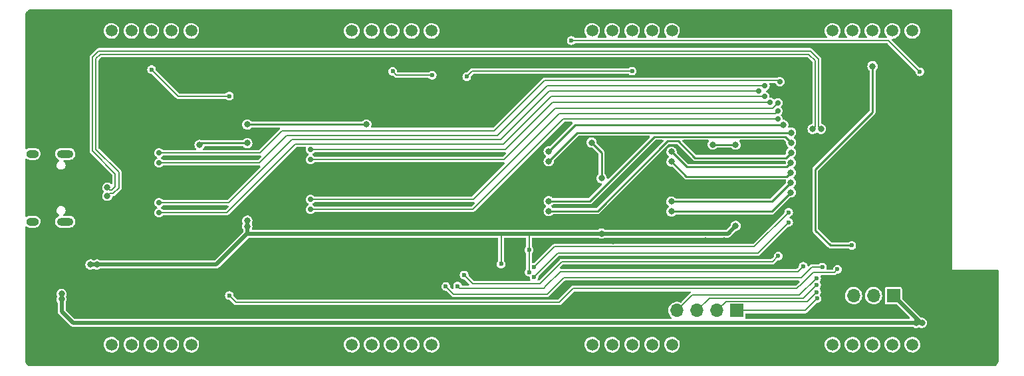
<source format=gbr>
%TF.GenerationSoftware,KiCad,Pcbnew,(6.0.9)*%
%TF.CreationDate,2022-12-22T16:46:14-05:00*%
%TF.ProjectId,Digital Clock PCB 2.0 Module Based,44696769-7461-46c2-9043-6c6f636b2050,rev?*%
%TF.SameCoordinates,Original*%
%TF.FileFunction,Copper,L2,Bot*%
%TF.FilePolarity,Positive*%
%FSLAX46Y46*%
G04 Gerber Fmt 4.6, Leading zero omitted, Abs format (unit mm)*
G04 Created by KiCad (PCBNEW (6.0.9)) date 2022-12-22 16:46:14*
%MOMM*%
%LPD*%
G01*
G04 APERTURE LIST*
%TA.AperFunction,ComponentPad*%
%ADD10R,1.700000X1.700000*%
%TD*%
%TA.AperFunction,ComponentPad*%
%ADD11O,1.700000X1.700000*%
%TD*%
%TA.AperFunction,ComponentPad*%
%ADD12O,1.600000X1.000000*%
%TD*%
%TA.AperFunction,ComponentPad*%
%ADD13O,2.100000X1.000000*%
%TD*%
%TA.AperFunction,ComponentPad*%
%ADD14C,0.500000*%
%TD*%
%TA.AperFunction,ComponentPad*%
%ADD15C,1.500000*%
%TD*%
%TA.AperFunction,ViaPad*%
%ADD16C,0.800000*%
%TD*%
%TA.AperFunction,ViaPad*%
%ADD17C,0.600000*%
%TD*%
%TA.AperFunction,ViaPad*%
%ADD18C,0.700000*%
%TD*%
%TA.AperFunction,Conductor*%
%ADD19C,0.500000*%
%TD*%
%TA.AperFunction,Conductor*%
%ADD20C,0.200000*%
%TD*%
%TA.AperFunction,Conductor*%
%ADD21C,0.250000*%
%TD*%
G04 APERTURE END LIST*
D10*
%TO.P,J3,1,Pin_1*%
%TO.N,TMS*%
X236651800Y-118973600D03*
D11*
%TO.P,J3,2,Pin_2*%
%TO.N,TDI*%
X234111800Y-118973600D03*
%TO.P,J3,3,Pin_3*%
%TO.N,TDO*%
X231571800Y-118973600D03*
%TO.P,J3,4,Pin_4*%
%TO.N,TCK*%
X229031800Y-118973600D03*
%TD*%
D12*
%TO.P,J1,S1,SHIELD*%
%TO.N,unconnected-(J1-PadS1)*%
X146954600Y-99007200D03*
D13*
X151134600Y-107647200D03*
D12*
X146954600Y-107647200D03*
D13*
X151134600Y-99007200D03*
%TD*%
D10*
%TO.P,J2,1,Pin_1*%
%TO.N,VBUS*%
X256590800Y-117068600D03*
D11*
%TO.P,J2,2,Pin_2*%
%TO.N,TX*%
X254050800Y-117068600D03*
%TO.P,J2,3,Pin_3*%
%TO.N,RX*%
X251510800Y-117068600D03*
%TO.P,J2,4,Pin_4*%
%TO.N,GND*%
X248970800Y-117068600D03*
%TD*%
D14*
%TO.P,U1,41,EPAD*%
%TO.N,GND*%
X255694400Y-103176400D03*
X254994400Y-102476400D03*
X253594400Y-102476400D03*
X255694400Y-101776400D03*
X254994400Y-101076400D03*
X255694400Y-100376400D03*
X256394400Y-102476400D03*
X254294400Y-101776400D03*
X254294400Y-100376400D03*
X256394400Y-101076400D03*
X254294400Y-103176400D03*
X253594400Y-101076400D03*
%TD*%
D15*
%TO.P,U5,1,CC*%
%TO.N,CC*%
X259003800Y-123327200D03*
%TO.P,U5,2,E*%
%TO.N,Net-(R17-Pad2)*%
X256463800Y-123327200D03*
%TO.P,U5,3,D*%
%TO.N,Net-(R16-Pad2)*%
X253923800Y-123327200D03*
%TO.P,U5,4,C*%
%TO.N,Net-(R15-Pad2)*%
X251383800Y-123327200D03*
%TO.P,U5,5,CC*%
%TO.N,CC*%
X248843800Y-123327200D03*
%TO.P,U5,6,B*%
%TO.N,Net-(R14-Pad2)*%
X248843800Y-83327200D03*
%TO.P,U5,7,A*%
%TO.N,Net-(R13-Pad2)*%
X251383800Y-83327200D03*
%TO.P,U5,8,DP*%
%TO.N,Net-(R20-Pad2)*%
X253923800Y-83327200D03*
%TO.P,U5,9,F*%
%TO.N,Net-(R18-Pad2)*%
X256463800Y-83327200D03*
%TO.P,U5,10,G*%
%TO.N,Net-(R19-Pad2)*%
X259003800Y-83327200D03*
%TD*%
%TO.P,U10,1,CC*%
%TO.N,CC*%
X197789800Y-123327200D03*
%TO.P,U10,2,E*%
%TO.N,Net-(R47-Pad2)*%
X195249800Y-123327200D03*
%TO.P,U10,3,D*%
%TO.N,Net-(R46-Pad2)*%
X192709800Y-123327200D03*
%TO.P,U10,4,C*%
%TO.N,Net-(R45-Pad2)*%
X190169800Y-123327200D03*
%TO.P,U10,5,CC*%
%TO.N,CC*%
X187629800Y-123327200D03*
%TO.P,U10,6,B*%
%TO.N,Net-(R44-Pad2)*%
X187629800Y-83327200D03*
%TO.P,U10,7,A*%
%TO.N,Net-(R43-Pad2)*%
X190169800Y-83327200D03*
%TO.P,U10,8,DP*%
%TO.N,Net-(R50-Pad2)*%
X192709800Y-83327200D03*
%TO.P,U10,9,F*%
%TO.N,Net-(R48-Pad2)*%
X195249800Y-83327200D03*
%TO.P,U10,10,G*%
%TO.N,Net-(R49-Pad2)*%
X197789800Y-83327200D03*
%TD*%
%TO.P,U9,1,CC*%
%TO.N,CC*%
X228396800Y-123327200D03*
%TO.P,U9,2,E*%
%TO.N,Net-(R39-Pad2)*%
X225856800Y-123327200D03*
%TO.P,U9,3,D*%
%TO.N,Net-(R38-Pad2)*%
X223316800Y-123327200D03*
%TO.P,U9,4,C*%
%TO.N,Net-(R37-Pad2)*%
X220776800Y-123327200D03*
%TO.P,U9,5,CC*%
%TO.N,CC*%
X218236800Y-123327200D03*
%TO.P,U9,6,B*%
%TO.N,Net-(R36-Pad2)*%
X218236800Y-83327200D03*
%TO.P,U9,7,A*%
%TO.N,Net-(R35-Pad2)*%
X220776800Y-83327200D03*
%TO.P,U9,8,DP*%
%TO.N,Net-(R42-Pad2)*%
X223316800Y-83327200D03*
%TO.P,U9,9,F*%
%TO.N,Net-(R40-Pad2)*%
X225856800Y-83327200D03*
%TO.P,U9,10,G*%
%TO.N,Net-(R41-Pad2)*%
X228396800Y-83327200D03*
%TD*%
%TO.P,U6,1,CC*%
%TO.N,CC*%
X167182800Y-123327200D03*
%TO.P,U6,2,E*%
%TO.N,Net-(R25-Pad2)*%
X164642800Y-123327200D03*
%TO.P,U6,3,D*%
%TO.N,Net-(R24-Pad2)*%
X162102800Y-123327200D03*
%TO.P,U6,4,C*%
%TO.N,Net-(R23-Pad2)*%
X159562800Y-123327200D03*
%TO.P,U6,5,CC*%
%TO.N,CC*%
X157022800Y-123327200D03*
%TO.P,U6,6,B*%
%TO.N,Net-(R22-Pad2)*%
X157022800Y-83327200D03*
%TO.P,U6,7,A*%
%TO.N,Net-(R21-Pad2)*%
X159562800Y-83327200D03*
%TO.P,U6,8,DP*%
%TO.N,Net-(R28-Pad2)*%
X162102800Y-83327200D03*
%TO.P,U6,9,F*%
%TO.N,Net-(R26-Pad2)*%
X164642800Y-83327200D03*
%TO.P,U6,10,G*%
%TO.N,Net-(R27-Pad2)*%
X167182800Y-83327200D03*
%TD*%
D16*
%TO.N,GND*%
X262991600Y-83642200D03*
X255041400Y-106781600D03*
X261975600Y-102844600D03*
X259486400Y-98323400D03*
X249936000Y-105867200D03*
X258800600Y-105816400D03*
X262940800Y-118872000D03*
X156387800Y-125196600D03*
X155143200Y-110921800D03*
X148412200Y-120040400D03*
X155397200Y-118440200D03*
D17*
X216763600Y-117094000D03*
X217068400Y-110032800D03*
X221792800Y-115493800D03*
X218465400Y-115519200D03*
X224409000Y-115493800D03*
X230352600Y-110083600D03*
X240284000Y-111937800D03*
X241909600Y-113258600D03*
X243255800Y-115519200D03*
X235229400Y-115493800D03*
X240385600Y-115493800D03*
X237947200Y-115493800D03*
D16*
%TO.N,VBUS*%
X150672800Y-117525800D03*
X150672800Y-116840000D03*
%TO.N,+3V3*%
X154355800Y-113106200D03*
X155168600Y-113106200D03*
D17*
%TO.N,RST*%
X259943600Y-88544400D03*
X215569800Y-84556600D03*
D16*
%TO.N,GND*%
X227584000Y-116992400D03*
D17*
X199237600Y-99085400D03*
X155752800Y-95300800D03*
X237667800Y-83769200D03*
X230073200Y-85217000D03*
X213842600Y-85115400D03*
X171094400Y-99517200D03*
D16*
X235000800Y-110083600D03*
D17*
X204343000Y-99085400D03*
X258597400Y-89839800D03*
X170662600Y-105867200D03*
X234975400Y-87096600D03*
D16*
X199237600Y-103784400D03*
X189509400Y-103682800D03*
X214477600Y-99796600D03*
X171018200Y-104267000D03*
X210947000Y-121894600D03*
D17*
X183972200Y-105460800D03*
D16*
X197434200Y-100736400D03*
X171018200Y-92684600D03*
X267690600Y-122631200D03*
X168910000Y-96596200D03*
X160248600Y-99974400D03*
X237693200Y-98526600D03*
D17*
X199263000Y-105460800D03*
D16*
X197129400Y-107518200D03*
D17*
X196570600Y-99085400D03*
X229997000Y-83718400D03*
D16*
X173075600Y-112141000D03*
X221005400Y-103098600D03*
X258064000Y-121843800D03*
D17*
X173482000Y-85166200D03*
D16*
X263017000Y-110413800D03*
D17*
X188874400Y-87071200D03*
X229768400Y-87122000D03*
X173075600Y-99517200D03*
D16*
X221996000Y-118694200D03*
X171069000Y-101244400D03*
X189204600Y-107594400D03*
X223951800Y-97561400D03*
X199186800Y-110312200D03*
X259105400Y-113817400D03*
X238480600Y-108254800D03*
X253542800Y-110312200D03*
D17*
X190830200Y-99085400D03*
D16*
X173024800Y-101803200D03*
D17*
X156794200Y-102108000D03*
D16*
X214376000Y-116382800D03*
D17*
X195453000Y-105460800D03*
D16*
X187147200Y-108280200D03*
X206502000Y-104165400D03*
D17*
X219506800Y-87757000D03*
D16*
X235254800Y-103454200D03*
X252628400Y-96418400D03*
D17*
X153822400Y-98526600D03*
X175361600Y-99517200D03*
D16*
X214376000Y-95834200D03*
X241858800Y-98145600D03*
X179882800Y-110236000D03*
D17*
X257048000Y-90170000D03*
X160807400Y-85166200D03*
X246253000Y-83743800D03*
D16*
X251104400Y-113563400D03*
X261670800Y-115773200D03*
D17*
X149860000Y-109169200D03*
D16*
X243027200Y-110286800D03*
D17*
X208838800Y-87274400D03*
D16*
X237794800Y-103505000D03*
X241554000Y-103022400D03*
D17*
X260502400Y-86106000D03*
D16*
X198704200Y-116890800D03*
X262763000Y-96012000D03*
D17*
X200202800Y-87071200D03*
X250113800Y-86156800D03*
D16*
X160883600Y-114401600D03*
D17*
X247243600Y-85547200D03*
X259181600Y-92405200D03*
D16*
X163677600Y-112014000D03*
D17*
X255193800Y-86080600D03*
X155727400Y-90297000D03*
D16*
X249301000Y-96291400D03*
X219430600Y-97231200D03*
X202158600Y-110236000D03*
X165963600Y-96926400D03*
D17*
X186385200Y-85217000D03*
X191439800Y-85191600D03*
X257581400Y-88112600D03*
D16*
X267639800Y-115443000D03*
D17*
X185851800Y-99085400D03*
D16*
X232664000Y-110083600D03*
X231267000Y-121996200D03*
X209397600Y-105435400D03*
D17*
X209905600Y-85166200D03*
D16*
X159283400Y-111912400D03*
X220497400Y-101092000D03*
X204647800Y-121818400D03*
X187706000Y-110261400D03*
X199263000Y-107467400D03*
D17*
X196519800Y-85166200D03*
D16*
X207695800Y-110337600D03*
D17*
X227126800Y-87757000D03*
X173482000Y-87020400D03*
D16*
X205663800Y-100660200D03*
X173101000Y-96291400D03*
D17*
X252628400Y-86080600D03*
X202387200Y-105460800D03*
X163372800Y-87020400D03*
D16*
X248843800Y-109169200D03*
D17*
X158318200Y-87096600D03*
D16*
X246684800Y-110286800D03*
D17*
X203657200Y-85115400D03*
D16*
X177393600Y-96113600D03*
X185623200Y-103962200D03*
D17*
X193954400Y-87045800D03*
X165201600Y-105867200D03*
X153898600Y-88036400D03*
X232562400Y-97586800D03*
X222021400Y-87731600D03*
X157353000Y-105029000D03*
X182778400Y-87071200D03*
D16*
X179374800Y-105257600D03*
D17*
X184175400Y-99085400D03*
D16*
X185216800Y-107772200D03*
X175945800Y-103936800D03*
X229158800Y-103098600D03*
D17*
X155778200Y-87147400D03*
D16*
X173075600Y-108788200D03*
X225221800Y-98831400D03*
D17*
X175133000Y-87045800D03*
X155702000Y-85217000D03*
X216814400Y-87122000D03*
D16*
X182956200Y-107467400D03*
D17*
X168529000Y-87045800D03*
D16*
X218668600Y-121716800D03*
X247040400Y-121920000D03*
X175717200Y-108102400D03*
X247700800Y-101600000D03*
D17*
X224586800Y-87858600D03*
D16*
X202260200Y-107518200D03*
X161721800Y-97764600D03*
D17*
X157784800Y-100025200D03*
D16*
X246786400Y-98425000D03*
X265557000Y-118948200D03*
X167233600Y-114122200D03*
D17*
X165862000Y-85166200D03*
D16*
X224637600Y-118491000D03*
X205435200Y-114630200D03*
X169189400Y-111988600D03*
X171221400Y-114046000D03*
X192201800Y-110286800D03*
D17*
X148183600Y-111379000D03*
D16*
X263372600Y-113411000D03*
X263423400Y-92938600D03*
X185242200Y-110236000D03*
X182829200Y-101523800D03*
X175590200Y-97866200D03*
X220853000Y-110109000D03*
D17*
X153771600Y-93040200D03*
D16*
X202361800Y-103632000D03*
X212598000Y-110185200D03*
X218998800Y-119532400D03*
X160909000Y-88265000D03*
D17*
X175183800Y-85166200D03*
D16*
X164109400Y-101168200D03*
X224256600Y-106299000D03*
%TO.N,+3V3*%
X236499400Y-97815400D03*
X236499400Y-108178600D03*
X219430600Y-109169200D03*
D17*
X210185000Y-111252000D03*
D16*
X189484000Y-95250000D03*
X219430600Y-102108000D03*
X233578400Y-97815400D03*
X174320200Y-107518200D03*
X168249600Y-97866200D03*
X174320200Y-97637600D03*
D17*
X210185000Y-114071400D03*
X206629000Y-113030000D03*
D16*
X174320200Y-108254800D03*
X174320200Y-95250000D03*
X218160600Y-97561400D03*
%TO.N,VBUS*%
X260223000Y-120548400D03*
X259511800Y-120548400D03*
D17*
%TO.N,Net-(SW1-Pad1)*%
X201930000Y-114452400D03*
X241922000Y-112026400D03*
D16*
%TO.N,D+*%
X246314400Y-95834200D03*
X156495938Y-104352200D03*
%TO.N,D-*%
X247364400Y-95834200D03*
X156495938Y-103302200D03*
D17*
%TO.N,TMS*%
X246862600Y-117449600D03*
%TO.N,TDI*%
X246811800Y-116611400D03*
%TO.N,TDO*%
X246811800Y-115722400D03*
%TO.N,TCK*%
X246811800Y-114833400D03*
D18*
%TO.N,A1*%
X240182400Y-91668600D03*
X163093400Y-106502200D03*
%TO.N,B1*%
X242138200Y-89789000D03*
X163093400Y-98882200D03*
%TO.N,C1*%
X240233200Y-90346300D03*
X163093400Y-100152200D03*
%TO.N,D1*%
X239420400Y-90982800D03*
X163093400Y-105232200D03*
%TO.N,A2*%
X182372000Y-106070400D03*
X241858800Y-94564200D03*
%TO.N,B2*%
X240893600Y-92430600D03*
X182372000Y-98450400D03*
%TO.N,C2*%
X241884200Y-92506800D03*
X182372000Y-99720400D03*
%TO.N,D2*%
X182372000Y-104800400D03*
X241858800Y-93573600D03*
D16*
%TO.N,A3*%
X212699600Y-106299000D03*
X243560600Y-98831400D03*
%TO.N,B3*%
X212699600Y-98679000D03*
X242570000Y-95300800D03*
%TO.N,C3*%
X243560600Y-96291400D03*
X212699600Y-99949000D03*
%TO.N,D3*%
X212699600Y-105029000D03*
X243560600Y-97561400D03*
%TO.N,A4*%
X243535200Y-103911400D03*
X228320600Y-106349800D03*
%TO.N,B4*%
X228346000Y-98729800D03*
X243535200Y-100101400D03*
%TO.N,C4*%
X228346000Y-99999800D03*
X243535200Y-101371400D03*
%TO.N,D4*%
X243535200Y-102641400D03*
X228320600Y-105079800D03*
D17*
%TO.N,SDA*%
X243255800Y-107721400D03*
X210820000Y-114681000D03*
%TO.N,SCL*%
X243255800Y-106451400D03*
X210820000Y-113461800D03*
D16*
%TO.N,IO38*%
X253923800Y-87833200D03*
D17*
X251282200Y-110667800D03*
%TO.N,IO35*%
X202260200Y-89154000D03*
X223316800Y-88442800D03*
X201091800Y-115849400D03*
X245110000Y-113334800D03*
%TO.N,IO37*%
X172034200Y-117068600D03*
X172034200Y-91643200D03*
X249450287Y-113719700D03*
X162128200Y-88265000D03*
%TO.N,IO36*%
X247548400Y-113436400D03*
X199593200Y-115900200D03*
X197866000Y-88976200D03*
X192836800Y-88493600D03*
%TD*%
D19*
%TO.N,VBUS*%
X259511800Y-120548400D02*
X152146000Y-120548400D01*
X152146000Y-120548400D02*
X150672800Y-119075200D01*
X150672800Y-119075200D02*
X150672800Y-116840000D01*
%TO.N,+3V3*%
X155168600Y-113106200D02*
X154355800Y-113106200D01*
X155168600Y-113106200D02*
X170383200Y-113106200D01*
D20*
%TO.N,RST*%
X259943600Y-88544400D02*
X255955800Y-84556600D01*
X255955800Y-84556600D02*
X215569800Y-84556600D01*
D21*
%TO.N,+3V3*%
X168249600Y-97866200D02*
X168478200Y-97637600D01*
D19*
X236499400Y-108178600D02*
X235508800Y-109169200D01*
X170383200Y-113106200D02*
X174193200Y-109296200D01*
D20*
X210185000Y-109245400D02*
X210261200Y-109169200D01*
D19*
X174320200Y-107518200D02*
X174320200Y-108254800D01*
D21*
X218160600Y-97561400D02*
X219430600Y-98831400D01*
X219430600Y-98831400D02*
X219430600Y-102108000D01*
D19*
X206705200Y-109169200D02*
X174320200Y-109169200D01*
D21*
X189484000Y-95250000D02*
X174320200Y-95250000D01*
D19*
X235508800Y-109169200D02*
X210261200Y-109169200D01*
D20*
X206629000Y-113030000D02*
X206629000Y-109245400D01*
D21*
X233578400Y-97815400D02*
X236499400Y-97815400D01*
D19*
X174193200Y-109296200D02*
X174320200Y-109169200D01*
D21*
X168478200Y-97637600D02*
X174320200Y-97637600D01*
D19*
X174320200Y-109169200D02*
X174320200Y-108254800D01*
D20*
X210185000Y-111277400D02*
X210185000Y-109245400D01*
X210185000Y-114071400D02*
X210185000Y-111277400D01*
D19*
X210261200Y-109169200D02*
X206705200Y-109169200D01*
%TO.N,VBUS*%
X260070600Y-120548400D02*
X259232400Y-119710200D01*
X259511800Y-120548400D02*
X260223000Y-120548400D01*
X259511800Y-119989600D02*
X259232400Y-119710200D01*
X260223000Y-120548400D02*
X260070600Y-120548400D01*
X259511800Y-120548400D02*
X259511800Y-119989600D01*
X259232400Y-119710200D02*
X256590800Y-117068600D01*
D20*
%TO.N,Net-(SW1-Pad1)*%
X201930000Y-114452400D02*
X202996800Y-115519200D01*
X211582000Y-115519200D02*
X214376000Y-112725200D01*
X214376000Y-112725200D02*
X241223200Y-112725200D01*
X241223200Y-112725200D02*
X241922000Y-112026400D01*
X202996800Y-115519200D02*
X211582000Y-115519200D01*
%TO.N,D+*%
X245829600Y-86331000D02*
X155592000Y-86331000D01*
X157959000Y-101354400D02*
X157959000Y-103344200D01*
X155038000Y-86885000D02*
X155038000Y-98433400D01*
X246614399Y-95534201D02*
X246614399Y-87115799D01*
X246314400Y-95834200D02*
X246614399Y-95534201D01*
X155592000Y-86331000D02*
X155038000Y-86885000D01*
X155038000Y-98433400D02*
X157959000Y-101354400D01*
X157250999Y-104052201D02*
X156795937Y-104052201D01*
X246614399Y-87115799D02*
X245829600Y-86331000D01*
X156795937Y-104052201D02*
X156495938Y-104352200D01*
X157959000Y-103344200D02*
X157250999Y-104052201D01*
%TO.N,D-*%
X247364400Y-95834200D02*
X247064401Y-95534201D01*
X247064401Y-86929401D02*
X246016000Y-85881000D01*
X154588000Y-86698600D02*
X154588000Y-98619800D01*
X157064601Y-103602199D02*
X156795937Y-103602199D01*
X157509000Y-103157800D02*
X157064601Y-103602199D01*
X154588000Y-98619800D02*
X157509000Y-101540800D01*
X157509000Y-101540800D02*
X157509000Y-103157800D01*
X156795937Y-103602199D02*
X156495938Y-103302200D01*
X155405600Y-85881000D02*
X154588000Y-86698600D01*
X247064401Y-95534201D02*
X247064401Y-86929401D01*
X246016000Y-85881000D02*
X155405600Y-85881000D01*
%TO.N,TMS*%
X245338600Y-118973600D02*
X236651800Y-118973600D01*
X246862600Y-117449600D02*
X245338600Y-118973600D01*
%TO.N,TDI*%
X234111800Y-118973600D02*
X235280200Y-117805200D01*
X235280200Y-117805200D02*
X245618000Y-117805200D01*
X245618000Y-117805200D02*
X246811800Y-116611400D01*
%TO.N,TDO*%
X233140200Y-117405200D02*
X231571800Y-118973600D01*
X246811800Y-115722400D02*
X245129000Y-117405200D01*
X245129000Y-117405200D02*
X233140200Y-117405200D01*
%TO.N,TCK*%
X244640000Y-117005200D02*
X246811800Y-114833400D01*
X229031800Y-118973600D02*
X231000200Y-117005200D01*
X231000200Y-117005200D02*
X244640000Y-117005200D01*
%TO.N,A1*%
X212979000Y-91668600D02*
X206883000Y-97764600D01*
X180416200Y-97764600D02*
X171678600Y-106502200D01*
X240182400Y-91668600D02*
X212979000Y-91668600D01*
X206883000Y-97764600D02*
X180416200Y-97764600D01*
X171678600Y-106502200D02*
X163093400Y-106502200D01*
%TO.N,B1*%
X178536600Y-96266000D02*
X178765200Y-96037400D01*
X205765400Y-96037400D02*
X207264000Y-94538800D01*
X175920400Y-98882200D02*
X178536600Y-96266000D01*
X163093400Y-98882200D02*
X175920400Y-98882200D01*
X207264000Y-94538800D02*
X212064600Y-89738200D01*
X183032400Y-96037400D02*
X205765400Y-96037400D01*
X242138200Y-89789000D02*
X241960400Y-89611200D01*
X212191600Y-89611200D02*
X212064600Y-89738200D01*
X178765200Y-96037400D02*
X183032400Y-96037400D01*
X241960400Y-89611200D02*
X212191600Y-89611200D01*
%TO.N,C1*%
X206171800Y-96672400D02*
X179324000Y-96672400D01*
X212511400Y-90332800D02*
X206171800Y-96672400D01*
X240233200Y-90346300D02*
X240219700Y-90332800D01*
X240219700Y-90332800D02*
X212511400Y-90332800D01*
X179324000Y-96672400D02*
X175844200Y-100152200D01*
X175844200Y-100152200D02*
X163093400Y-100152200D01*
%TO.N,D1*%
X163093400Y-105232200D02*
X171932600Y-105232200D01*
X179959000Y-97205800D02*
X206552800Y-97205800D01*
X171932600Y-105232200D02*
X179959000Y-97205800D01*
X212775800Y-90982800D02*
X239420400Y-90982800D01*
X206552800Y-97205800D02*
X212775800Y-90982800D01*
%TO.N,A2*%
X203022200Y-106070400D02*
X182372000Y-106070400D01*
X241858800Y-94564200D02*
X214528400Y-94564200D01*
X214528400Y-94564200D02*
X203022200Y-106070400D01*
%TO.N,B2*%
X240893600Y-92430600D02*
X213182200Y-92430600D01*
X213182200Y-92430600D02*
X207162400Y-98450400D01*
X207162400Y-98450400D02*
X182372000Y-98450400D01*
%TO.N,C2*%
X207010000Y-99720400D02*
X213563200Y-93167200D01*
X213563200Y-93167200D02*
X241223800Y-93167200D01*
X182372000Y-99720400D02*
X207010000Y-99720400D01*
X241223800Y-93167200D02*
X241884200Y-92506800D01*
%TO.N,D2*%
X214020400Y-93853000D02*
X203073000Y-104800400D01*
X241579400Y-93853000D02*
X214020400Y-93853000D01*
X241858800Y-93573600D02*
X241579400Y-93853000D01*
X203073000Y-104800400D02*
X182372000Y-104800400D01*
D21*
%TO.N,A3*%
X227838000Y-97383600D02*
X218922600Y-106299000D01*
X243560600Y-98831400D02*
X242874800Y-99517200D01*
X218922600Y-106299000D02*
X212699600Y-106299000D01*
X231343200Y-99517200D02*
X229209600Y-97383600D01*
X229209600Y-97383600D02*
X227838000Y-97383600D01*
X242874800Y-99517200D02*
X231343200Y-99517200D01*
%TO.N,B3*%
X216077800Y-95300800D02*
X242570000Y-95300800D01*
X212699600Y-98679000D02*
X216077800Y-95300800D01*
%TO.N,C3*%
X216357200Y-96291400D02*
X212699600Y-99949000D01*
X243560600Y-96291400D02*
X216357200Y-96291400D01*
%TO.N,D3*%
X226136200Y-96824800D02*
X217932000Y-105029000D01*
X217932000Y-105029000D02*
X212699600Y-105029000D01*
X243560600Y-97561400D02*
X242824000Y-96824800D01*
X242824000Y-96824800D02*
X226136200Y-96824800D01*
%TO.N,A4*%
X241096800Y-106349800D02*
X243535200Y-103911400D01*
X228320600Y-106349800D02*
X241096800Y-106349800D01*
%TO.N,B4*%
X243535200Y-100101400D02*
X242976400Y-100660200D01*
X242976400Y-100660200D02*
X230276400Y-100660200D01*
X230276400Y-100660200D02*
X228346000Y-98729800D01*
%TO.N,C4*%
X243535200Y-101371400D02*
X243027200Y-101879400D01*
X243027200Y-101879400D02*
X230225600Y-101879400D01*
X230225600Y-101879400D02*
X228346000Y-99999800D01*
%TO.N,D4*%
X241096800Y-105079800D02*
X243535200Y-102641400D01*
X228320600Y-105079800D02*
X241096800Y-105079800D01*
D20*
%TO.N,SDA*%
X213868000Y-111633000D02*
X239344200Y-111633000D01*
X210820000Y-114681000D02*
X213868000Y-111633000D01*
X239344200Y-111633000D02*
X243255800Y-107721400D01*
%TO.N,SCL*%
X213436200Y-110845600D02*
X210820000Y-113461800D01*
X243255800Y-106451400D02*
X238861600Y-110845600D01*
X238861600Y-110845600D02*
X213436200Y-110845600D01*
D21*
%TO.N,IO38*%
X253923800Y-93675200D02*
X246634000Y-100965000D01*
X248564400Y-110667800D02*
X251282200Y-110667800D01*
X253923800Y-87833200D02*
X253923800Y-93675200D01*
X246634000Y-108737400D02*
X248564400Y-110667800D01*
X246634000Y-100965000D02*
X246634000Y-108737400D01*
D20*
%TO.N,IO35*%
X212064600Y-116128800D02*
X212369400Y-115824000D01*
X244449600Y-113995200D02*
X245110000Y-113334800D01*
X214198200Y-113995200D02*
X223164400Y-113995200D01*
X201091800Y-115849400D02*
X201371200Y-116128800D01*
X202260200Y-89154000D02*
X202971400Y-88442800D01*
X212369400Y-115824000D02*
X214198200Y-113995200D01*
X201371200Y-116128800D02*
X201422000Y-116128800D01*
X202971400Y-88442800D02*
X223316800Y-88442800D01*
X201422000Y-116128800D02*
X212064600Y-116128800D01*
X223164400Y-113995200D02*
X244449600Y-113995200D01*
%TO.N,IO37*%
X214147400Y-117830600D02*
X214071200Y-117906800D01*
X244297200Y-116179600D02*
X243789200Y-116179600D01*
X244957600Y-115519200D02*
X244297200Y-116179600D01*
X214071200Y-117906800D02*
X206375000Y-117906800D01*
X165506400Y-91643200D02*
X162128200Y-88265000D01*
X172034200Y-91643200D02*
X165506400Y-91643200D01*
X240233200Y-116179600D02*
X215798400Y-116179600D01*
X215798400Y-116179600D02*
X214147400Y-117830600D01*
X246710200Y-114122200D02*
X246354600Y-114122200D01*
X249450287Y-113719700D02*
X249047787Y-114122200D01*
X243789200Y-116179600D02*
X240233200Y-116179600D01*
X246354600Y-114122200D02*
X244957600Y-115519200D01*
X206375000Y-117906800D02*
X172872400Y-117906800D01*
X249047787Y-114122200D02*
X246710200Y-114122200D01*
X172872400Y-117906800D02*
X172034200Y-117068600D01*
%TO.N,IO36*%
X212547200Y-116865400D02*
X214604600Y-114808000D01*
X200558400Y-116865400D02*
X212547200Y-116865400D01*
X244856000Y-114808000D02*
X246227600Y-113436400D01*
X193319400Y-88976200D02*
X197866000Y-88976200D01*
X192836800Y-88493600D02*
X193319400Y-88976200D01*
X214604600Y-114808000D02*
X244856000Y-114808000D01*
X199593200Y-115900200D02*
X200558400Y-116865400D01*
X246227600Y-113436400D02*
X247548400Y-113436400D01*
%TD*%
%TA.AperFunction,Conductor*%
%TO.N,GND*%
G36*
X264026839Y-80600985D02*
G01*
X264072594Y-80653789D01*
X264083800Y-80705300D01*
X264083800Y-113741200D01*
X269865500Y-113741200D01*
X269932539Y-113760885D01*
X269978294Y-113813689D01*
X269989500Y-113865200D01*
X269989500Y-125286714D01*
X269987117Y-125310905D01*
X269984592Y-125323599D01*
X269986975Y-125335578D01*
X269986975Y-125343147D01*
X269986378Y-125355301D01*
X269976296Y-125457665D01*
X269971553Y-125481507D01*
X269935991Y-125598738D01*
X269926693Y-125621188D01*
X269868940Y-125729238D01*
X269855440Y-125749440D01*
X269777725Y-125844135D01*
X269760537Y-125861323D01*
X269665842Y-125939037D01*
X269645631Y-125952542D01*
X269537593Y-126010290D01*
X269515134Y-126019593D01*
X269397905Y-126055154D01*
X269374064Y-126059896D01*
X269271716Y-126069976D01*
X269259565Y-126070573D01*
X269251977Y-126070573D01*
X269240000Y-126068191D01*
X269227345Y-126070708D01*
X269227306Y-126070716D01*
X269203115Y-126073099D01*
X146823486Y-126073099D01*
X146799295Y-126070716D01*
X146798581Y-126070574D01*
X146786601Y-126068191D01*
X146774622Y-126070574D01*
X146767053Y-126070574D01*
X146754899Y-126069977D01*
X146652536Y-126059895D01*
X146628694Y-126055152D01*
X146511463Y-126019590D01*
X146489008Y-126010290D01*
X146380964Y-125952539D01*
X146360762Y-125939040D01*
X146266059Y-125861319D01*
X146248881Y-125844141D01*
X146171158Y-125749436D01*
X146157661Y-125729236D01*
X146099910Y-125621192D01*
X146090610Y-125598737D01*
X146055048Y-125481506D01*
X146050305Y-125457664D01*
X146040223Y-125355301D01*
X146039626Y-125343147D01*
X146039626Y-125335578D01*
X146042009Y-125323599D01*
X146039484Y-125310905D01*
X146037101Y-125286714D01*
X146037101Y-123313163D01*
X156017557Y-123313163D01*
X156033975Y-123508683D01*
X156088058Y-123697291D01*
X156177744Y-123871801D01*
X156181509Y-123876551D01*
X156181512Y-123876556D01*
X156295849Y-124020814D01*
X156299618Y-124025569D01*
X156449038Y-124152735D01*
X156454336Y-124155696D01*
X156615013Y-124245495D01*
X156620313Y-124248457D01*
X156806918Y-124309089D01*
X157001746Y-124332321D01*
X157007790Y-124331856D01*
X157007791Y-124331856D01*
X157099561Y-124324795D01*
X157197376Y-124317268D01*
X157386356Y-124264503D01*
X157561489Y-124176037D01*
X157716103Y-124055240D01*
X157720059Y-124050656D01*
X157720063Y-124050653D01*
X157840347Y-123911301D01*
X157844309Y-123906711D01*
X157941225Y-123736109D01*
X158003158Y-123549932D01*
X158027749Y-123355271D01*
X158028141Y-123327200D01*
X158026765Y-123313163D01*
X158557557Y-123313163D01*
X158573975Y-123508683D01*
X158628058Y-123697291D01*
X158717744Y-123871801D01*
X158721509Y-123876551D01*
X158721512Y-123876556D01*
X158835849Y-124020814D01*
X158839618Y-124025569D01*
X158989038Y-124152735D01*
X158994336Y-124155696D01*
X159155013Y-124245495D01*
X159160313Y-124248457D01*
X159346918Y-124309089D01*
X159541746Y-124332321D01*
X159547790Y-124331856D01*
X159547791Y-124331856D01*
X159639561Y-124324795D01*
X159737376Y-124317268D01*
X159926356Y-124264503D01*
X160101489Y-124176037D01*
X160256103Y-124055240D01*
X160260059Y-124050656D01*
X160260063Y-124050653D01*
X160380347Y-123911301D01*
X160384309Y-123906711D01*
X160481225Y-123736109D01*
X160543158Y-123549932D01*
X160567749Y-123355271D01*
X160568141Y-123327200D01*
X160566765Y-123313163D01*
X161097557Y-123313163D01*
X161113975Y-123508683D01*
X161168058Y-123697291D01*
X161257744Y-123871801D01*
X161261509Y-123876551D01*
X161261512Y-123876556D01*
X161375849Y-124020814D01*
X161379618Y-124025569D01*
X161529038Y-124152735D01*
X161534336Y-124155696D01*
X161695013Y-124245495D01*
X161700313Y-124248457D01*
X161886918Y-124309089D01*
X162081746Y-124332321D01*
X162087790Y-124331856D01*
X162087791Y-124331856D01*
X162179561Y-124324795D01*
X162277376Y-124317268D01*
X162466356Y-124264503D01*
X162641489Y-124176037D01*
X162796103Y-124055240D01*
X162800059Y-124050656D01*
X162800063Y-124050653D01*
X162920347Y-123911301D01*
X162924309Y-123906711D01*
X163021225Y-123736109D01*
X163083158Y-123549932D01*
X163107749Y-123355271D01*
X163108141Y-123327200D01*
X163106765Y-123313163D01*
X163637557Y-123313163D01*
X163653975Y-123508683D01*
X163708058Y-123697291D01*
X163797744Y-123871801D01*
X163801509Y-123876551D01*
X163801512Y-123876556D01*
X163915849Y-124020814D01*
X163919618Y-124025569D01*
X164069038Y-124152735D01*
X164074336Y-124155696D01*
X164235013Y-124245495D01*
X164240313Y-124248457D01*
X164426918Y-124309089D01*
X164621746Y-124332321D01*
X164627790Y-124331856D01*
X164627791Y-124331856D01*
X164719561Y-124324795D01*
X164817376Y-124317268D01*
X165006356Y-124264503D01*
X165181489Y-124176037D01*
X165336103Y-124055240D01*
X165340059Y-124050656D01*
X165340063Y-124050653D01*
X165460347Y-123911301D01*
X165464309Y-123906711D01*
X165561225Y-123736109D01*
X165623158Y-123549932D01*
X165647749Y-123355271D01*
X165648141Y-123327200D01*
X165646765Y-123313163D01*
X166177557Y-123313163D01*
X166193975Y-123508683D01*
X166248058Y-123697291D01*
X166337744Y-123871801D01*
X166341509Y-123876551D01*
X166341512Y-123876556D01*
X166455849Y-124020814D01*
X166459618Y-124025569D01*
X166609038Y-124152735D01*
X166614336Y-124155696D01*
X166775013Y-124245495D01*
X166780313Y-124248457D01*
X166966918Y-124309089D01*
X167161746Y-124332321D01*
X167167790Y-124331856D01*
X167167791Y-124331856D01*
X167259561Y-124324795D01*
X167357376Y-124317268D01*
X167546356Y-124264503D01*
X167721489Y-124176037D01*
X167876103Y-124055240D01*
X167880059Y-124050656D01*
X167880063Y-124050653D01*
X168000347Y-123911301D01*
X168004309Y-123906711D01*
X168101225Y-123736109D01*
X168163158Y-123549932D01*
X168187749Y-123355271D01*
X168188141Y-123327200D01*
X168186765Y-123313163D01*
X186624557Y-123313163D01*
X186640975Y-123508683D01*
X186695058Y-123697291D01*
X186784744Y-123871801D01*
X186788509Y-123876551D01*
X186788512Y-123876556D01*
X186902849Y-124020814D01*
X186906618Y-124025569D01*
X187056038Y-124152735D01*
X187061336Y-124155696D01*
X187222013Y-124245495D01*
X187227313Y-124248457D01*
X187413918Y-124309089D01*
X187608746Y-124332321D01*
X187614790Y-124331856D01*
X187614791Y-124331856D01*
X187706561Y-124324795D01*
X187804376Y-124317268D01*
X187993356Y-124264503D01*
X188168489Y-124176037D01*
X188323103Y-124055240D01*
X188327059Y-124050656D01*
X188327063Y-124050653D01*
X188447347Y-123911301D01*
X188451309Y-123906711D01*
X188548225Y-123736109D01*
X188610158Y-123549932D01*
X188634749Y-123355271D01*
X188635141Y-123327200D01*
X188633765Y-123313163D01*
X189164557Y-123313163D01*
X189180975Y-123508683D01*
X189235058Y-123697291D01*
X189324744Y-123871801D01*
X189328509Y-123876551D01*
X189328512Y-123876556D01*
X189442849Y-124020814D01*
X189446618Y-124025569D01*
X189596038Y-124152735D01*
X189601336Y-124155696D01*
X189762013Y-124245495D01*
X189767313Y-124248457D01*
X189953918Y-124309089D01*
X190148746Y-124332321D01*
X190154790Y-124331856D01*
X190154791Y-124331856D01*
X190246561Y-124324795D01*
X190344376Y-124317268D01*
X190533356Y-124264503D01*
X190708489Y-124176037D01*
X190863103Y-124055240D01*
X190867059Y-124050656D01*
X190867063Y-124050653D01*
X190987347Y-123911301D01*
X190991309Y-123906711D01*
X191088225Y-123736109D01*
X191150158Y-123549932D01*
X191174749Y-123355271D01*
X191175141Y-123327200D01*
X191173765Y-123313163D01*
X191704557Y-123313163D01*
X191720975Y-123508683D01*
X191775058Y-123697291D01*
X191864744Y-123871801D01*
X191868509Y-123876551D01*
X191868512Y-123876556D01*
X191982849Y-124020814D01*
X191986618Y-124025569D01*
X192136038Y-124152735D01*
X192141336Y-124155696D01*
X192302013Y-124245495D01*
X192307313Y-124248457D01*
X192493918Y-124309089D01*
X192688746Y-124332321D01*
X192694790Y-124331856D01*
X192694791Y-124331856D01*
X192786561Y-124324795D01*
X192884376Y-124317268D01*
X193073356Y-124264503D01*
X193248489Y-124176037D01*
X193403103Y-124055240D01*
X193407059Y-124050656D01*
X193407063Y-124050653D01*
X193527347Y-123911301D01*
X193531309Y-123906711D01*
X193628225Y-123736109D01*
X193690158Y-123549932D01*
X193714749Y-123355271D01*
X193715141Y-123327200D01*
X193713765Y-123313163D01*
X194244557Y-123313163D01*
X194260975Y-123508683D01*
X194315058Y-123697291D01*
X194404744Y-123871801D01*
X194408509Y-123876551D01*
X194408512Y-123876556D01*
X194522849Y-124020814D01*
X194526618Y-124025569D01*
X194676038Y-124152735D01*
X194681336Y-124155696D01*
X194842013Y-124245495D01*
X194847313Y-124248457D01*
X195033918Y-124309089D01*
X195228746Y-124332321D01*
X195234790Y-124331856D01*
X195234791Y-124331856D01*
X195326561Y-124324795D01*
X195424376Y-124317268D01*
X195613356Y-124264503D01*
X195788489Y-124176037D01*
X195943103Y-124055240D01*
X195947059Y-124050656D01*
X195947063Y-124050653D01*
X196067347Y-123911301D01*
X196071309Y-123906711D01*
X196168225Y-123736109D01*
X196230158Y-123549932D01*
X196254749Y-123355271D01*
X196255141Y-123327200D01*
X196253765Y-123313163D01*
X196784557Y-123313163D01*
X196800975Y-123508683D01*
X196855058Y-123697291D01*
X196944744Y-123871801D01*
X196948509Y-123876551D01*
X196948512Y-123876556D01*
X197062849Y-124020814D01*
X197066618Y-124025569D01*
X197216038Y-124152735D01*
X197221336Y-124155696D01*
X197382013Y-124245495D01*
X197387313Y-124248457D01*
X197573918Y-124309089D01*
X197768746Y-124332321D01*
X197774790Y-124331856D01*
X197774791Y-124331856D01*
X197866561Y-124324795D01*
X197964376Y-124317268D01*
X198153356Y-124264503D01*
X198328489Y-124176037D01*
X198483103Y-124055240D01*
X198487059Y-124050656D01*
X198487063Y-124050653D01*
X198607347Y-123911301D01*
X198611309Y-123906711D01*
X198708225Y-123736109D01*
X198770158Y-123549932D01*
X198794749Y-123355271D01*
X198795141Y-123327200D01*
X198793765Y-123313163D01*
X217231557Y-123313163D01*
X217247975Y-123508683D01*
X217302058Y-123697291D01*
X217391744Y-123871801D01*
X217395509Y-123876551D01*
X217395512Y-123876556D01*
X217509849Y-124020814D01*
X217513618Y-124025569D01*
X217663038Y-124152735D01*
X217668336Y-124155696D01*
X217829013Y-124245495D01*
X217834313Y-124248457D01*
X218020918Y-124309089D01*
X218215746Y-124332321D01*
X218221790Y-124331856D01*
X218221791Y-124331856D01*
X218313561Y-124324795D01*
X218411376Y-124317268D01*
X218600356Y-124264503D01*
X218775489Y-124176037D01*
X218930103Y-124055240D01*
X218934059Y-124050656D01*
X218934063Y-124050653D01*
X219054347Y-123911301D01*
X219058309Y-123906711D01*
X219155225Y-123736109D01*
X219217158Y-123549932D01*
X219241749Y-123355271D01*
X219242141Y-123327200D01*
X219240765Y-123313163D01*
X219771557Y-123313163D01*
X219787975Y-123508683D01*
X219842058Y-123697291D01*
X219931744Y-123871801D01*
X219935509Y-123876551D01*
X219935512Y-123876556D01*
X220049849Y-124020814D01*
X220053618Y-124025569D01*
X220203038Y-124152735D01*
X220208336Y-124155696D01*
X220369013Y-124245495D01*
X220374313Y-124248457D01*
X220560918Y-124309089D01*
X220755746Y-124332321D01*
X220761790Y-124331856D01*
X220761791Y-124331856D01*
X220853561Y-124324795D01*
X220951376Y-124317268D01*
X221140356Y-124264503D01*
X221315489Y-124176037D01*
X221470103Y-124055240D01*
X221474059Y-124050656D01*
X221474063Y-124050653D01*
X221594347Y-123911301D01*
X221598309Y-123906711D01*
X221695225Y-123736109D01*
X221757158Y-123549932D01*
X221781749Y-123355271D01*
X221782141Y-123327200D01*
X221780765Y-123313163D01*
X222311557Y-123313163D01*
X222327975Y-123508683D01*
X222382058Y-123697291D01*
X222471744Y-123871801D01*
X222475509Y-123876551D01*
X222475512Y-123876556D01*
X222589849Y-124020814D01*
X222593618Y-124025569D01*
X222743038Y-124152735D01*
X222748336Y-124155696D01*
X222909013Y-124245495D01*
X222914313Y-124248457D01*
X223100918Y-124309089D01*
X223295746Y-124332321D01*
X223301790Y-124331856D01*
X223301791Y-124331856D01*
X223393561Y-124324795D01*
X223491376Y-124317268D01*
X223680356Y-124264503D01*
X223855489Y-124176037D01*
X224010103Y-124055240D01*
X224014059Y-124050656D01*
X224014063Y-124050653D01*
X224134347Y-123911301D01*
X224138309Y-123906711D01*
X224235225Y-123736109D01*
X224297158Y-123549932D01*
X224321749Y-123355271D01*
X224322141Y-123327200D01*
X224320765Y-123313163D01*
X224851557Y-123313163D01*
X224867975Y-123508683D01*
X224922058Y-123697291D01*
X225011744Y-123871801D01*
X225015509Y-123876551D01*
X225015512Y-123876556D01*
X225129849Y-124020814D01*
X225133618Y-124025569D01*
X225283038Y-124152735D01*
X225288336Y-124155696D01*
X225449013Y-124245495D01*
X225454313Y-124248457D01*
X225640918Y-124309089D01*
X225835746Y-124332321D01*
X225841790Y-124331856D01*
X225841791Y-124331856D01*
X225933561Y-124324795D01*
X226031376Y-124317268D01*
X226220356Y-124264503D01*
X226395489Y-124176037D01*
X226550103Y-124055240D01*
X226554059Y-124050656D01*
X226554063Y-124050653D01*
X226674347Y-123911301D01*
X226678309Y-123906711D01*
X226775225Y-123736109D01*
X226837158Y-123549932D01*
X226861749Y-123355271D01*
X226862141Y-123327200D01*
X226860765Y-123313163D01*
X227391557Y-123313163D01*
X227407975Y-123508683D01*
X227462058Y-123697291D01*
X227551744Y-123871801D01*
X227555509Y-123876551D01*
X227555512Y-123876556D01*
X227669849Y-124020814D01*
X227673618Y-124025569D01*
X227823038Y-124152735D01*
X227828336Y-124155696D01*
X227989013Y-124245495D01*
X227994313Y-124248457D01*
X228180918Y-124309089D01*
X228375746Y-124332321D01*
X228381790Y-124331856D01*
X228381791Y-124331856D01*
X228473561Y-124324795D01*
X228571376Y-124317268D01*
X228760356Y-124264503D01*
X228935489Y-124176037D01*
X229090103Y-124055240D01*
X229094059Y-124050656D01*
X229094063Y-124050653D01*
X229214347Y-123911301D01*
X229218309Y-123906711D01*
X229315225Y-123736109D01*
X229377158Y-123549932D01*
X229401749Y-123355271D01*
X229402141Y-123327200D01*
X229400765Y-123313163D01*
X247838557Y-123313163D01*
X247854975Y-123508683D01*
X247909058Y-123697291D01*
X247998744Y-123871801D01*
X248002509Y-123876551D01*
X248002512Y-123876556D01*
X248116849Y-124020814D01*
X248120618Y-124025569D01*
X248270038Y-124152735D01*
X248275336Y-124155696D01*
X248436013Y-124245495D01*
X248441313Y-124248457D01*
X248627918Y-124309089D01*
X248822746Y-124332321D01*
X248828790Y-124331856D01*
X248828791Y-124331856D01*
X248920561Y-124324795D01*
X249018376Y-124317268D01*
X249207356Y-124264503D01*
X249382489Y-124176037D01*
X249537103Y-124055240D01*
X249541059Y-124050656D01*
X249541063Y-124050653D01*
X249661347Y-123911301D01*
X249665309Y-123906711D01*
X249762225Y-123736109D01*
X249824158Y-123549932D01*
X249848749Y-123355271D01*
X249849141Y-123327200D01*
X249847765Y-123313163D01*
X250378557Y-123313163D01*
X250394975Y-123508683D01*
X250449058Y-123697291D01*
X250538744Y-123871801D01*
X250542509Y-123876551D01*
X250542512Y-123876556D01*
X250656849Y-124020814D01*
X250660618Y-124025569D01*
X250810038Y-124152735D01*
X250815336Y-124155696D01*
X250976013Y-124245495D01*
X250981313Y-124248457D01*
X251167918Y-124309089D01*
X251362746Y-124332321D01*
X251368790Y-124331856D01*
X251368791Y-124331856D01*
X251460561Y-124324795D01*
X251558376Y-124317268D01*
X251747356Y-124264503D01*
X251922489Y-124176037D01*
X252077103Y-124055240D01*
X252081059Y-124050656D01*
X252081063Y-124050653D01*
X252201347Y-123911301D01*
X252205309Y-123906711D01*
X252302225Y-123736109D01*
X252364158Y-123549932D01*
X252388749Y-123355271D01*
X252389141Y-123327200D01*
X252387765Y-123313163D01*
X252918557Y-123313163D01*
X252934975Y-123508683D01*
X252989058Y-123697291D01*
X253078744Y-123871801D01*
X253082509Y-123876551D01*
X253082512Y-123876556D01*
X253196849Y-124020814D01*
X253200618Y-124025569D01*
X253350038Y-124152735D01*
X253355336Y-124155696D01*
X253516013Y-124245495D01*
X253521313Y-124248457D01*
X253707918Y-124309089D01*
X253902746Y-124332321D01*
X253908790Y-124331856D01*
X253908791Y-124331856D01*
X254000561Y-124324795D01*
X254098376Y-124317268D01*
X254287356Y-124264503D01*
X254462489Y-124176037D01*
X254617103Y-124055240D01*
X254621059Y-124050656D01*
X254621063Y-124050653D01*
X254741347Y-123911301D01*
X254745309Y-123906711D01*
X254842225Y-123736109D01*
X254904158Y-123549932D01*
X254928749Y-123355271D01*
X254929141Y-123327200D01*
X254927765Y-123313163D01*
X255458557Y-123313163D01*
X255474975Y-123508683D01*
X255529058Y-123697291D01*
X255618744Y-123871801D01*
X255622509Y-123876551D01*
X255622512Y-123876556D01*
X255736849Y-124020814D01*
X255740618Y-124025569D01*
X255890038Y-124152735D01*
X255895336Y-124155696D01*
X256056013Y-124245495D01*
X256061313Y-124248457D01*
X256247918Y-124309089D01*
X256442746Y-124332321D01*
X256448790Y-124331856D01*
X256448791Y-124331856D01*
X256540561Y-124324795D01*
X256638376Y-124317268D01*
X256827356Y-124264503D01*
X257002489Y-124176037D01*
X257157103Y-124055240D01*
X257161059Y-124050656D01*
X257161063Y-124050653D01*
X257281347Y-123911301D01*
X257285309Y-123906711D01*
X257382225Y-123736109D01*
X257444158Y-123549932D01*
X257468749Y-123355271D01*
X257469141Y-123327200D01*
X257467765Y-123313163D01*
X257998557Y-123313163D01*
X258014975Y-123508683D01*
X258069058Y-123697291D01*
X258158744Y-123871801D01*
X258162509Y-123876551D01*
X258162512Y-123876556D01*
X258276849Y-124020814D01*
X258280618Y-124025569D01*
X258430038Y-124152735D01*
X258435336Y-124155696D01*
X258596013Y-124245495D01*
X258601313Y-124248457D01*
X258787918Y-124309089D01*
X258982746Y-124332321D01*
X258988790Y-124331856D01*
X258988791Y-124331856D01*
X259080561Y-124324795D01*
X259178376Y-124317268D01*
X259367356Y-124264503D01*
X259542489Y-124176037D01*
X259697103Y-124055240D01*
X259701059Y-124050656D01*
X259701063Y-124050653D01*
X259821347Y-123911301D01*
X259825309Y-123906711D01*
X259922225Y-123736109D01*
X259984158Y-123549932D01*
X260008749Y-123355271D01*
X260009141Y-123327200D01*
X259989994Y-123131928D01*
X259933284Y-122944094D01*
X259929475Y-122936929D01*
X259844017Y-122776208D01*
X259841170Y-122770853D01*
X259717161Y-122618802D01*
X259565980Y-122493735D01*
X259393385Y-122400413D01*
X259205952Y-122342393D01*
X259010819Y-122321883D01*
X259004786Y-122322432D01*
X259004782Y-122322432D01*
X258841078Y-122337331D01*
X258815418Y-122339666D01*
X258732017Y-122364212D01*
X258633008Y-122393352D01*
X258633003Y-122393354D01*
X258627193Y-122395064D01*
X258621823Y-122397871D01*
X258621819Y-122397873D01*
X258536056Y-122442710D01*
X258453312Y-122485967D01*
X258448589Y-122489764D01*
X258448588Y-122489765D01*
X258438840Y-122497603D01*
X258300400Y-122608911D01*
X258174280Y-122759216D01*
X258079756Y-122931154D01*
X258020428Y-123118178D01*
X257998557Y-123313163D01*
X257467765Y-123313163D01*
X257449994Y-123131928D01*
X257393284Y-122944094D01*
X257389475Y-122936929D01*
X257304017Y-122776208D01*
X257301170Y-122770853D01*
X257177161Y-122618802D01*
X257025980Y-122493735D01*
X256853385Y-122400413D01*
X256665952Y-122342393D01*
X256470819Y-122321883D01*
X256464786Y-122322432D01*
X256464782Y-122322432D01*
X256301078Y-122337331D01*
X256275418Y-122339666D01*
X256192017Y-122364212D01*
X256093008Y-122393352D01*
X256093003Y-122393354D01*
X256087193Y-122395064D01*
X256081823Y-122397871D01*
X256081819Y-122397873D01*
X255996056Y-122442710D01*
X255913312Y-122485967D01*
X255908589Y-122489764D01*
X255908588Y-122489765D01*
X255898840Y-122497603D01*
X255760400Y-122608911D01*
X255634280Y-122759216D01*
X255539756Y-122931154D01*
X255480428Y-123118178D01*
X255458557Y-123313163D01*
X254927765Y-123313163D01*
X254909994Y-123131928D01*
X254853284Y-122944094D01*
X254849475Y-122936929D01*
X254764017Y-122776208D01*
X254761170Y-122770853D01*
X254637161Y-122618802D01*
X254485980Y-122493735D01*
X254313385Y-122400413D01*
X254125952Y-122342393D01*
X253930819Y-122321883D01*
X253924786Y-122322432D01*
X253924782Y-122322432D01*
X253761078Y-122337331D01*
X253735418Y-122339666D01*
X253652017Y-122364212D01*
X253553008Y-122393352D01*
X253553003Y-122393354D01*
X253547193Y-122395064D01*
X253541823Y-122397871D01*
X253541819Y-122397873D01*
X253456056Y-122442710D01*
X253373312Y-122485967D01*
X253368589Y-122489764D01*
X253368588Y-122489765D01*
X253358840Y-122497603D01*
X253220400Y-122608911D01*
X253094280Y-122759216D01*
X252999756Y-122931154D01*
X252940428Y-123118178D01*
X252918557Y-123313163D01*
X252387765Y-123313163D01*
X252369994Y-123131928D01*
X252313284Y-122944094D01*
X252309475Y-122936929D01*
X252224017Y-122776208D01*
X252221170Y-122770853D01*
X252097161Y-122618802D01*
X251945980Y-122493735D01*
X251773385Y-122400413D01*
X251585952Y-122342393D01*
X251390819Y-122321883D01*
X251384786Y-122322432D01*
X251384782Y-122322432D01*
X251221078Y-122337331D01*
X251195418Y-122339666D01*
X251112017Y-122364212D01*
X251013008Y-122393352D01*
X251013003Y-122393354D01*
X251007193Y-122395064D01*
X251001823Y-122397871D01*
X251001819Y-122397873D01*
X250916056Y-122442710D01*
X250833312Y-122485967D01*
X250828589Y-122489764D01*
X250828588Y-122489765D01*
X250818840Y-122497603D01*
X250680400Y-122608911D01*
X250554280Y-122759216D01*
X250459756Y-122931154D01*
X250400428Y-123118178D01*
X250378557Y-123313163D01*
X249847765Y-123313163D01*
X249829994Y-123131928D01*
X249773284Y-122944094D01*
X249769475Y-122936929D01*
X249684017Y-122776208D01*
X249681170Y-122770853D01*
X249557161Y-122618802D01*
X249405980Y-122493735D01*
X249233385Y-122400413D01*
X249045952Y-122342393D01*
X248850819Y-122321883D01*
X248844786Y-122322432D01*
X248844782Y-122322432D01*
X248681078Y-122337331D01*
X248655418Y-122339666D01*
X248572017Y-122364212D01*
X248473008Y-122393352D01*
X248473003Y-122393354D01*
X248467193Y-122395064D01*
X248461823Y-122397871D01*
X248461819Y-122397873D01*
X248376056Y-122442710D01*
X248293312Y-122485967D01*
X248288589Y-122489764D01*
X248288588Y-122489765D01*
X248278840Y-122497603D01*
X248140400Y-122608911D01*
X248014280Y-122759216D01*
X247919756Y-122931154D01*
X247860428Y-123118178D01*
X247838557Y-123313163D01*
X229400765Y-123313163D01*
X229382994Y-123131928D01*
X229326284Y-122944094D01*
X229322475Y-122936929D01*
X229237017Y-122776208D01*
X229234170Y-122770853D01*
X229110161Y-122618802D01*
X228958980Y-122493735D01*
X228786385Y-122400413D01*
X228598952Y-122342393D01*
X228403819Y-122321883D01*
X228397786Y-122322432D01*
X228397782Y-122322432D01*
X228234078Y-122337331D01*
X228208418Y-122339666D01*
X228125017Y-122364212D01*
X228026008Y-122393352D01*
X228026003Y-122393354D01*
X228020193Y-122395064D01*
X228014823Y-122397871D01*
X228014819Y-122397873D01*
X227929056Y-122442710D01*
X227846312Y-122485967D01*
X227841589Y-122489764D01*
X227841588Y-122489765D01*
X227831840Y-122497603D01*
X227693400Y-122608911D01*
X227567280Y-122759216D01*
X227472756Y-122931154D01*
X227413428Y-123118178D01*
X227391557Y-123313163D01*
X226860765Y-123313163D01*
X226842994Y-123131928D01*
X226786284Y-122944094D01*
X226782475Y-122936929D01*
X226697017Y-122776208D01*
X226694170Y-122770853D01*
X226570161Y-122618802D01*
X226418980Y-122493735D01*
X226246385Y-122400413D01*
X226058952Y-122342393D01*
X225863819Y-122321883D01*
X225857786Y-122322432D01*
X225857782Y-122322432D01*
X225694078Y-122337331D01*
X225668418Y-122339666D01*
X225585017Y-122364212D01*
X225486008Y-122393352D01*
X225486003Y-122393354D01*
X225480193Y-122395064D01*
X225474823Y-122397871D01*
X225474819Y-122397873D01*
X225389056Y-122442710D01*
X225306312Y-122485967D01*
X225301589Y-122489764D01*
X225301588Y-122489765D01*
X225291840Y-122497603D01*
X225153400Y-122608911D01*
X225027280Y-122759216D01*
X224932756Y-122931154D01*
X224873428Y-123118178D01*
X224851557Y-123313163D01*
X224320765Y-123313163D01*
X224302994Y-123131928D01*
X224246284Y-122944094D01*
X224242475Y-122936929D01*
X224157017Y-122776208D01*
X224154170Y-122770853D01*
X224030161Y-122618802D01*
X223878980Y-122493735D01*
X223706385Y-122400413D01*
X223518952Y-122342393D01*
X223323819Y-122321883D01*
X223317786Y-122322432D01*
X223317782Y-122322432D01*
X223154078Y-122337331D01*
X223128418Y-122339666D01*
X223045017Y-122364212D01*
X222946008Y-122393352D01*
X222946003Y-122393354D01*
X222940193Y-122395064D01*
X222934823Y-122397871D01*
X222934819Y-122397873D01*
X222849056Y-122442710D01*
X222766312Y-122485967D01*
X222761589Y-122489764D01*
X222761588Y-122489765D01*
X222751840Y-122497603D01*
X222613400Y-122608911D01*
X222487280Y-122759216D01*
X222392756Y-122931154D01*
X222333428Y-123118178D01*
X222311557Y-123313163D01*
X221780765Y-123313163D01*
X221762994Y-123131928D01*
X221706284Y-122944094D01*
X221702475Y-122936929D01*
X221617017Y-122776208D01*
X221614170Y-122770853D01*
X221490161Y-122618802D01*
X221338980Y-122493735D01*
X221166385Y-122400413D01*
X220978952Y-122342393D01*
X220783819Y-122321883D01*
X220777786Y-122322432D01*
X220777782Y-122322432D01*
X220614078Y-122337331D01*
X220588418Y-122339666D01*
X220505017Y-122364212D01*
X220406008Y-122393352D01*
X220406003Y-122393354D01*
X220400193Y-122395064D01*
X220394823Y-122397871D01*
X220394819Y-122397873D01*
X220309056Y-122442710D01*
X220226312Y-122485967D01*
X220221589Y-122489764D01*
X220221588Y-122489765D01*
X220211840Y-122497603D01*
X220073400Y-122608911D01*
X219947280Y-122759216D01*
X219852756Y-122931154D01*
X219793428Y-123118178D01*
X219771557Y-123313163D01*
X219240765Y-123313163D01*
X219222994Y-123131928D01*
X219166284Y-122944094D01*
X219162475Y-122936929D01*
X219077017Y-122776208D01*
X219074170Y-122770853D01*
X218950161Y-122618802D01*
X218798980Y-122493735D01*
X218626385Y-122400413D01*
X218438952Y-122342393D01*
X218243819Y-122321883D01*
X218237786Y-122322432D01*
X218237782Y-122322432D01*
X218074078Y-122337331D01*
X218048418Y-122339666D01*
X217965017Y-122364212D01*
X217866008Y-122393352D01*
X217866003Y-122393354D01*
X217860193Y-122395064D01*
X217854823Y-122397871D01*
X217854819Y-122397873D01*
X217769056Y-122442710D01*
X217686312Y-122485967D01*
X217681589Y-122489764D01*
X217681588Y-122489765D01*
X217671840Y-122497603D01*
X217533400Y-122608911D01*
X217407280Y-122759216D01*
X217312756Y-122931154D01*
X217253428Y-123118178D01*
X217231557Y-123313163D01*
X198793765Y-123313163D01*
X198775994Y-123131928D01*
X198719284Y-122944094D01*
X198715475Y-122936929D01*
X198630017Y-122776208D01*
X198627170Y-122770853D01*
X198503161Y-122618802D01*
X198351980Y-122493735D01*
X198179385Y-122400413D01*
X197991952Y-122342393D01*
X197796819Y-122321883D01*
X197790786Y-122322432D01*
X197790782Y-122322432D01*
X197627078Y-122337331D01*
X197601418Y-122339666D01*
X197518017Y-122364212D01*
X197419008Y-122393352D01*
X197419003Y-122393354D01*
X197413193Y-122395064D01*
X197407823Y-122397871D01*
X197407819Y-122397873D01*
X197322056Y-122442710D01*
X197239312Y-122485967D01*
X197234589Y-122489764D01*
X197234588Y-122489765D01*
X197224840Y-122497603D01*
X197086400Y-122608911D01*
X196960280Y-122759216D01*
X196865756Y-122931154D01*
X196806428Y-123118178D01*
X196784557Y-123313163D01*
X196253765Y-123313163D01*
X196235994Y-123131928D01*
X196179284Y-122944094D01*
X196175475Y-122936929D01*
X196090017Y-122776208D01*
X196087170Y-122770853D01*
X195963161Y-122618802D01*
X195811980Y-122493735D01*
X195639385Y-122400413D01*
X195451952Y-122342393D01*
X195256819Y-122321883D01*
X195250786Y-122322432D01*
X195250782Y-122322432D01*
X195087078Y-122337331D01*
X195061418Y-122339666D01*
X194978017Y-122364212D01*
X194879008Y-122393352D01*
X194879003Y-122393354D01*
X194873193Y-122395064D01*
X194867823Y-122397871D01*
X194867819Y-122397873D01*
X194782056Y-122442710D01*
X194699312Y-122485967D01*
X194694589Y-122489764D01*
X194694588Y-122489765D01*
X194684840Y-122497603D01*
X194546400Y-122608911D01*
X194420280Y-122759216D01*
X194325756Y-122931154D01*
X194266428Y-123118178D01*
X194244557Y-123313163D01*
X193713765Y-123313163D01*
X193695994Y-123131928D01*
X193639284Y-122944094D01*
X193635475Y-122936929D01*
X193550017Y-122776208D01*
X193547170Y-122770853D01*
X193423161Y-122618802D01*
X193271980Y-122493735D01*
X193099385Y-122400413D01*
X192911952Y-122342393D01*
X192716819Y-122321883D01*
X192710786Y-122322432D01*
X192710782Y-122322432D01*
X192547078Y-122337331D01*
X192521418Y-122339666D01*
X192438017Y-122364212D01*
X192339008Y-122393352D01*
X192339003Y-122393354D01*
X192333193Y-122395064D01*
X192327823Y-122397871D01*
X192327819Y-122397873D01*
X192242056Y-122442710D01*
X192159312Y-122485967D01*
X192154589Y-122489764D01*
X192154588Y-122489765D01*
X192144840Y-122497603D01*
X192006400Y-122608911D01*
X191880280Y-122759216D01*
X191785756Y-122931154D01*
X191726428Y-123118178D01*
X191704557Y-123313163D01*
X191173765Y-123313163D01*
X191155994Y-123131928D01*
X191099284Y-122944094D01*
X191095475Y-122936929D01*
X191010017Y-122776208D01*
X191007170Y-122770853D01*
X190883161Y-122618802D01*
X190731980Y-122493735D01*
X190559385Y-122400413D01*
X190371952Y-122342393D01*
X190176819Y-122321883D01*
X190170786Y-122322432D01*
X190170782Y-122322432D01*
X190007078Y-122337331D01*
X189981418Y-122339666D01*
X189898017Y-122364212D01*
X189799008Y-122393352D01*
X189799003Y-122393354D01*
X189793193Y-122395064D01*
X189787823Y-122397871D01*
X189787819Y-122397873D01*
X189702056Y-122442710D01*
X189619312Y-122485967D01*
X189614589Y-122489764D01*
X189614588Y-122489765D01*
X189604840Y-122497603D01*
X189466400Y-122608911D01*
X189340280Y-122759216D01*
X189245756Y-122931154D01*
X189186428Y-123118178D01*
X189164557Y-123313163D01*
X188633765Y-123313163D01*
X188615994Y-123131928D01*
X188559284Y-122944094D01*
X188555475Y-122936929D01*
X188470017Y-122776208D01*
X188467170Y-122770853D01*
X188343161Y-122618802D01*
X188191980Y-122493735D01*
X188019385Y-122400413D01*
X187831952Y-122342393D01*
X187636819Y-122321883D01*
X187630786Y-122322432D01*
X187630782Y-122322432D01*
X187467078Y-122337331D01*
X187441418Y-122339666D01*
X187358017Y-122364212D01*
X187259008Y-122393352D01*
X187259003Y-122393354D01*
X187253193Y-122395064D01*
X187247823Y-122397871D01*
X187247819Y-122397873D01*
X187162056Y-122442710D01*
X187079312Y-122485967D01*
X187074589Y-122489764D01*
X187074588Y-122489765D01*
X187064840Y-122497603D01*
X186926400Y-122608911D01*
X186800280Y-122759216D01*
X186705756Y-122931154D01*
X186646428Y-123118178D01*
X186624557Y-123313163D01*
X168186765Y-123313163D01*
X168168994Y-123131928D01*
X168112284Y-122944094D01*
X168108475Y-122936929D01*
X168023017Y-122776208D01*
X168020170Y-122770853D01*
X167896161Y-122618802D01*
X167744980Y-122493735D01*
X167572385Y-122400413D01*
X167384952Y-122342393D01*
X167189819Y-122321883D01*
X167183786Y-122322432D01*
X167183782Y-122322432D01*
X167020078Y-122337331D01*
X166994418Y-122339666D01*
X166911017Y-122364212D01*
X166812008Y-122393352D01*
X166812003Y-122393354D01*
X166806193Y-122395064D01*
X166800823Y-122397871D01*
X166800819Y-122397873D01*
X166715056Y-122442710D01*
X166632312Y-122485967D01*
X166627589Y-122489764D01*
X166627588Y-122489765D01*
X166617840Y-122497603D01*
X166479400Y-122608911D01*
X166353280Y-122759216D01*
X166258756Y-122931154D01*
X166199428Y-123118178D01*
X166177557Y-123313163D01*
X165646765Y-123313163D01*
X165628994Y-123131928D01*
X165572284Y-122944094D01*
X165568475Y-122936929D01*
X165483017Y-122776208D01*
X165480170Y-122770853D01*
X165356161Y-122618802D01*
X165204980Y-122493735D01*
X165032385Y-122400413D01*
X164844952Y-122342393D01*
X164649819Y-122321883D01*
X164643786Y-122322432D01*
X164643782Y-122322432D01*
X164480078Y-122337331D01*
X164454418Y-122339666D01*
X164371017Y-122364212D01*
X164272008Y-122393352D01*
X164272003Y-122393354D01*
X164266193Y-122395064D01*
X164260823Y-122397871D01*
X164260819Y-122397873D01*
X164175056Y-122442710D01*
X164092312Y-122485967D01*
X164087589Y-122489764D01*
X164087588Y-122489765D01*
X164077840Y-122497603D01*
X163939400Y-122608911D01*
X163813280Y-122759216D01*
X163718756Y-122931154D01*
X163659428Y-123118178D01*
X163637557Y-123313163D01*
X163106765Y-123313163D01*
X163088994Y-123131928D01*
X163032284Y-122944094D01*
X163028475Y-122936929D01*
X162943017Y-122776208D01*
X162940170Y-122770853D01*
X162816161Y-122618802D01*
X162664980Y-122493735D01*
X162492385Y-122400413D01*
X162304952Y-122342393D01*
X162109819Y-122321883D01*
X162103786Y-122322432D01*
X162103782Y-122322432D01*
X161940078Y-122337331D01*
X161914418Y-122339666D01*
X161831017Y-122364212D01*
X161732008Y-122393352D01*
X161732003Y-122393354D01*
X161726193Y-122395064D01*
X161720823Y-122397871D01*
X161720819Y-122397873D01*
X161635056Y-122442710D01*
X161552312Y-122485967D01*
X161547589Y-122489764D01*
X161547588Y-122489765D01*
X161537840Y-122497603D01*
X161399400Y-122608911D01*
X161273280Y-122759216D01*
X161178756Y-122931154D01*
X161119428Y-123118178D01*
X161097557Y-123313163D01*
X160566765Y-123313163D01*
X160548994Y-123131928D01*
X160492284Y-122944094D01*
X160488475Y-122936929D01*
X160403017Y-122776208D01*
X160400170Y-122770853D01*
X160276161Y-122618802D01*
X160124980Y-122493735D01*
X159952385Y-122400413D01*
X159764952Y-122342393D01*
X159569819Y-122321883D01*
X159563786Y-122322432D01*
X159563782Y-122322432D01*
X159400078Y-122337331D01*
X159374418Y-122339666D01*
X159291017Y-122364212D01*
X159192008Y-122393352D01*
X159192003Y-122393354D01*
X159186193Y-122395064D01*
X159180823Y-122397871D01*
X159180819Y-122397873D01*
X159095056Y-122442710D01*
X159012312Y-122485967D01*
X159007589Y-122489764D01*
X159007588Y-122489765D01*
X158997840Y-122497603D01*
X158859400Y-122608911D01*
X158733280Y-122759216D01*
X158638756Y-122931154D01*
X158579428Y-123118178D01*
X158557557Y-123313163D01*
X158026765Y-123313163D01*
X158008994Y-123131928D01*
X157952284Y-122944094D01*
X157948475Y-122936929D01*
X157863017Y-122776208D01*
X157860170Y-122770853D01*
X157736161Y-122618802D01*
X157584980Y-122493735D01*
X157412385Y-122400413D01*
X157224952Y-122342393D01*
X157029819Y-122321883D01*
X157023786Y-122322432D01*
X157023782Y-122322432D01*
X156860078Y-122337331D01*
X156834418Y-122339666D01*
X156751017Y-122364212D01*
X156652008Y-122393352D01*
X156652003Y-122393354D01*
X156646193Y-122395064D01*
X156640823Y-122397871D01*
X156640819Y-122397873D01*
X156555056Y-122442710D01*
X156472312Y-122485967D01*
X156467589Y-122489764D01*
X156467588Y-122489765D01*
X156457840Y-122497603D01*
X156319400Y-122608911D01*
X156193280Y-122759216D01*
X156098756Y-122931154D01*
X156039428Y-123118178D01*
X156017557Y-123313163D01*
X146037101Y-123313163D01*
X146037101Y-117518938D01*
X150017558Y-117518938D01*
X150018378Y-117526366D01*
X150018378Y-117526368D01*
X150031196Y-117642474D01*
X150034835Y-117675433D01*
X150037401Y-117682445D01*
X150037402Y-117682449D01*
X150053788Y-117727225D01*
X150088943Y-117823290D01*
X150104028Y-117845738D01*
X150151221Y-117915969D01*
X150172300Y-117985130D01*
X150172300Y-119005239D01*
X150170965Y-119017185D01*
X150171439Y-119017223D01*
X150170730Y-119026032D01*
X150168781Y-119034647D01*
X150169328Y-119043464D01*
X150169328Y-119043465D01*
X150172062Y-119087528D01*
X150172300Y-119095207D01*
X150172300Y-119111140D01*
X150172926Y-119115508D01*
X150172926Y-119115514D01*
X150173759Y-119121330D01*
X150174773Y-119131229D01*
X150177659Y-119177738D01*
X150180660Y-119186049D01*
X150181246Y-119188881D01*
X150185410Y-119205584D01*
X150186224Y-119208368D01*
X150187477Y-119217118D01*
X150206769Y-119259548D01*
X150210516Y-119268754D01*
X150216743Y-119286002D01*
X150226340Y-119312587D01*
X150231555Y-119319725D01*
X150232916Y-119322285D01*
X150241605Y-119337155D01*
X150243159Y-119339585D01*
X150246816Y-119347628D01*
X150252581Y-119354318D01*
X150277244Y-119382941D01*
X150283429Y-119390731D01*
X150291322Y-119401536D01*
X150302122Y-119412336D01*
X150308379Y-119419075D01*
X150334633Y-119449545D01*
X150334636Y-119449548D01*
X150340400Y-119456237D01*
X150347815Y-119461043D01*
X150353939Y-119466385D01*
X150365637Y-119475851D01*
X151742625Y-120852839D01*
X151750128Y-120862228D01*
X151750490Y-120861920D01*
X151756215Y-120868646D01*
X151760930Y-120876120D01*
X151767553Y-120881969D01*
X151800643Y-120911193D01*
X151806241Y-120916455D01*
X151817506Y-120927720D01*
X151821038Y-120930367D01*
X151821039Y-120930368D01*
X151825736Y-120933888D01*
X151833453Y-120940169D01*
X151868388Y-120971023D01*
X151876384Y-120974777D01*
X151878789Y-120976357D01*
X151893561Y-120985234D01*
X151896105Y-120986627D01*
X151903176Y-120991926D01*
X151911452Y-120995028D01*
X151911451Y-120995028D01*
X151946806Y-121008282D01*
X151955977Y-121012147D01*
X151990166Y-121028199D01*
X151990170Y-121028200D01*
X151998163Y-121031953D01*
X152006891Y-121033312D01*
X152009652Y-121034156D01*
X152026321Y-121038529D01*
X152029144Y-121039150D01*
X152037419Y-121042252D01*
X152046228Y-121042907D01*
X152046230Y-121042907D01*
X152083898Y-121045706D01*
X152093779Y-121046840D01*
X152107009Y-121048900D01*
X152122284Y-121048900D01*
X152131473Y-121049241D01*
X152180391Y-121052876D01*
X152189031Y-121051032D01*
X152197153Y-121050478D01*
X152212105Y-121048900D01*
X259047273Y-121048900D01*
X259114312Y-121068585D01*
X259120481Y-121073320D01*
X259120586Y-121073173D01*
X259126684Y-121077507D01*
X259132210Y-121082535D01*
X259138775Y-121086099D01*
X259138777Y-121086101D01*
X259215242Y-121127618D01*
X259270576Y-121157662D01*
X259372831Y-121184488D01*
X259415641Y-121195719D01*
X259415643Y-121195719D01*
X259422869Y-121197615D01*
X259499927Y-121198825D01*
X259572825Y-121199971D01*
X259572828Y-121199971D01*
X259580295Y-121200088D01*
X259587576Y-121198420D01*
X259587580Y-121198420D01*
X259726477Y-121166608D01*
X259726478Y-121166608D01*
X259733768Y-121164938D01*
X259811560Y-121125813D01*
X259880295Y-121113276D01*
X259926439Y-121127616D01*
X259981776Y-121157662D01*
X260084031Y-121184488D01*
X260126841Y-121195719D01*
X260126843Y-121195719D01*
X260134069Y-121197615D01*
X260211127Y-121198825D01*
X260284025Y-121199971D01*
X260284028Y-121199971D01*
X260291495Y-121200088D01*
X260298776Y-121198420D01*
X260298780Y-121198420D01*
X260437681Y-121166607D01*
X260444968Y-121164938D01*
X260585625Y-121094195D01*
X260591306Y-121089343D01*
X260591309Y-121089341D01*
X260699666Y-120996795D01*
X260699667Y-120996794D01*
X260705348Y-120991942D01*
X260797224Y-120864083D01*
X260855950Y-120717998D01*
X260878134Y-120562123D01*
X260878278Y-120548400D01*
X260859363Y-120392094D01*
X260803710Y-120244812D01*
X260799473Y-120238647D01*
X260718768Y-120121221D01*
X260718765Y-120121218D01*
X260714531Y-120115057D01*
X260612867Y-120024477D01*
X260602559Y-120015293D01*
X260602558Y-120015292D01*
X260596976Y-120010319D01*
X260457831Y-119936645D01*
X260305128Y-119898289D01*
X260178354Y-119897626D01*
X260111420Y-119877591D01*
X260091323Y-119861309D01*
X259882478Y-119652464D01*
X259876221Y-119645725D01*
X259849967Y-119615255D01*
X259849964Y-119615252D01*
X259844200Y-119608563D01*
X259836785Y-119603757D01*
X259830661Y-119598415D01*
X259818963Y-119588949D01*
X257727619Y-117497605D01*
X257694134Y-117436282D01*
X257691300Y-117409924D01*
X257691300Y-116193926D01*
X257689929Y-116187031D01*
X257679149Y-116132841D01*
X257676766Y-116120860D01*
X257632816Y-116055083D01*
X257628185Y-116048152D01*
X257621401Y-116037999D01*
X257538540Y-115982634D01*
X257504487Y-115975860D01*
X257471453Y-115969289D01*
X257471450Y-115969289D01*
X257465474Y-115968100D01*
X255716126Y-115968100D01*
X255710150Y-115969289D01*
X255710147Y-115969289D01*
X255677113Y-115975860D01*
X255643060Y-115982634D01*
X255560199Y-116037999D01*
X255553415Y-116048152D01*
X255548784Y-116055083D01*
X255504834Y-116120860D01*
X255502451Y-116132841D01*
X255491672Y-116187031D01*
X255490300Y-116193926D01*
X255490300Y-117943274D01*
X255491489Y-117949250D01*
X255491489Y-117949253D01*
X255497493Y-117979437D01*
X255504834Y-118016340D01*
X255560199Y-118099201D01*
X255643060Y-118154566D01*
X255671137Y-118160151D01*
X255710147Y-118167911D01*
X255710150Y-118167911D01*
X255716126Y-118169100D01*
X256932124Y-118169100D01*
X256999163Y-118188785D01*
X257019805Y-118205419D01*
X258650605Y-119836219D01*
X258684090Y-119897542D01*
X258679106Y-119967234D01*
X258637234Y-120023167D01*
X258571770Y-120047584D01*
X258562924Y-120047900D01*
X237863686Y-120047900D01*
X237796647Y-120028215D01*
X237750892Y-119975411D01*
X237742069Y-119899708D01*
X237751111Y-119854253D01*
X237751111Y-119854250D01*
X237752300Y-119848274D01*
X237752300Y-119448100D01*
X237771985Y-119381061D01*
X237824789Y-119335306D01*
X237876300Y-119324100D01*
X245287991Y-119324100D01*
X245307723Y-119326200D01*
X245311843Y-119326394D01*
X245321861Y-119328551D01*
X245352201Y-119324960D01*
X245357509Y-119324647D01*
X245357499Y-119324522D01*
X245362604Y-119324100D01*
X245367715Y-119324100D01*
X245385139Y-119321200D01*
X245390918Y-119320378D01*
X245427560Y-119316041D01*
X245427562Y-119316040D01*
X245437738Y-119314836D01*
X245445358Y-119311177D01*
X245453703Y-119309788D01*
X245462718Y-119304924D01*
X245462723Y-119304922D01*
X245495223Y-119287385D01*
X245500384Y-119284755D01*
X245542926Y-119264326D01*
X245546874Y-119261008D01*
X245548780Y-119259102D01*
X245550411Y-119257606D01*
X245550820Y-119257386D01*
X245550856Y-119257425D01*
X245551028Y-119257274D01*
X245556394Y-119254378D01*
X245590092Y-119217924D01*
X245593467Y-119214415D01*
X246767774Y-118040108D01*
X246829097Y-118006623D01*
X246854952Y-118003843D01*
X246862600Y-118004850D01*
X247006309Y-117985930D01*
X247013821Y-117982819D01*
X247013823Y-117982818D01*
X247132714Y-117933572D01*
X247132713Y-117933572D01*
X247140225Y-117930461D01*
X247240213Y-117853737D01*
X247248778Y-117847165D01*
X247255221Y-117842221D01*
X247343461Y-117727225D01*
X247371676Y-117659108D01*
X247395818Y-117600823D01*
X247395819Y-117600821D01*
X247398930Y-117593309D01*
X247417850Y-117449600D01*
X247398930Y-117305891D01*
X247343461Y-117171975D01*
X247267426Y-117072885D01*
X247254585Y-117039669D01*
X250405964Y-117039669D01*
X250406335Y-117045331D01*
X250406335Y-117045335D01*
X250411457Y-117123476D01*
X250419192Y-117241494D01*
X250468978Y-117437528D01*
X250471354Y-117442682D01*
X250537078Y-117585246D01*
X250553656Y-117621207D01*
X250670388Y-117786380D01*
X250815266Y-117927513D01*
X250983437Y-118039882D01*
X251169270Y-118119722D01*
X251206658Y-118128182D01*
X251360993Y-118163105D01*
X251360995Y-118163105D01*
X251366540Y-118164360D01*
X251483935Y-118168972D01*
X251562961Y-118172077D01*
X251562963Y-118172077D01*
X251568642Y-118172300D01*
X251574262Y-118171485D01*
X251574265Y-118171485D01*
X251763187Y-118144093D01*
X251763189Y-118144093D01*
X251768807Y-118143278D01*
X251774184Y-118141453D01*
X251774187Y-118141452D01*
X251898653Y-118099201D01*
X251960331Y-118078264D01*
X252070905Y-118016340D01*
X252131848Y-117982211D01*
X252131850Y-117982210D01*
X252136801Y-117979437D01*
X252143239Y-117974083D01*
X252287938Y-117853737D01*
X252292305Y-117850105D01*
X252421637Y-117694601D01*
X252428443Y-117682449D01*
X252465628Y-117616049D01*
X252520464Y-117518131D01*
X252557196Y-117409924D01*
X252583652Y-117331987D01*
X252583653Y-117331984D01*
X252585478Y-117326607D01*
X252598640Y-117235828D01*
X252613976Y-117130058D01*
X252613976Y-117130053D01*
X252614500Y-117126442D01*
X252615138Y-117102103D01*
X252615919Y-117072261D01*
X252616015Y-117068600D01*
X252613357Y-117039669D01*
X252945964Y-117039669D01*
X252946335Y-117045331D01*
X252946335Y-117045335D01*
X252951457Y-117123476D01*
X252959192Y-117241494D01*
X253008978Y-117437528D01*
X253011354Y-117442682D01*
X253077078Y-117585246D01*
X253093656Y-117621207D01*
X253210388Y-117786380D01*
X253355266Y-117927513D01*
X253523437Y-118039882D01*
X253709270Y-118119722D01*
X253746658Y-118128182D01*
X253900993Y-118163105D01*
X253900995Y-118163105D01*
X253906540Y-118164360D01*
X254023935Y-118168972D01*
X254102961Y-118172077D01*
X254102963Y-118172077D01*
X254108642Y-118172300D01*
X254114262Y-118171485D01*
X254114265Y-118171485D01*
X254303187Y-118144093D01*
X254303189Y-118144093D01*
X254308807Y-118143278D01*
X254314184Y-118141453D01*
X254314187Y-118141452D01*
X254438653Y-118099201D01*
X254500331Y-118078264D01*
X254610905Y-118016340D01*
X254671848Y-117982211D01*
X254671850Y-117982210D01*
X254676801Y-117979437D01*
X254683239Y-117974083D01*
X254827938Y-117853737D01*
X254832305Y-117850105D01*
X254961637Y-117694601D01*
X254968443Y-117682449D01*
X255005628Y-117616049D01*
X255060464Y-117518131D01*
X255097196Y-117409924D01*
X255123652Y-117331987D01*
X255123653Y-117331984D01*
X255125478Y-117326607D01*
X255138640Y-117235828D01*
X255153976Y-117130058D01*
X255153976Y-117130053D01*
X255154500Y-117126442D01*
X255155138Y-117102103D01*
X255155919Y-117072261D01*
X255156015Y-117068600D01*
X255137508Y-116867191D01*
X255094438Y-116714474D01*
X255084152Y-116678003D01*
X255084151Y-116678000D01*
X255082607Y-116672526D01*
X254993151Y-116491127D01*
X254872135Y-116329067D01*
X254777969Y-116242021D01*
X254727788Y-116195634D01*
X254727786Y-116195633D01*
X254723612Y-116191774D01*
X254630209Y-116132841D01*
X254557366Y-116086880D01*
X254557364Y-116086879D01*
X254552557Y-116083846D01*
X254364698Y-116008898D01*
X254359117Y-116007788D01*
X254359114Y-116007787D01*
X254266776Y-115989420D01*
X254166326Y-115969439D01*
X254160639Y-115969365D01*
X254160634Y-115969364D01*
X253969775Y-115966866D01*
X253969770Y-115966866D01*
X253964086Y-115966792D01*
X253958482Y-115967755D01*
X253958481Y-115967755D01*
X253770346Y-116000082D01*
X253770343Y-116000083D01*
X253764749Y-116001044D01*
X253743460Y-116008898D01*
X253580321Y-116069083D01*
X253580317Y-116069085D01*
X253574993Y-116071049D01*
X253570110Y-116073954D01*
X253570108Y-116073955D01*
X253408143Y-116170314D01*
X253401171Y-116174462D01*
X253249105Y-116307820D01*
X253123889Y-116466657D01*
X253029714Y-116645653D01*
X253028029Y-116651079D01*
X253028028Y-116651082D01*
X253005256Y-116724422D01*
X252969737Y-116838813D01*
X252945964Y-117039669D01*
X252613357Y-117039669D01*
X252597508Y-116867191D01*
X252554438Y-116714474D01*
X252544152Y-116678003D01*
X252544151Y-116678000D01*
X252542607Y-116672526D01*
X252453151Y-116491127D01*
X252332135Y-116329067D01*
X252237969Y-116242021D01*
X252187788Y-116195634D01*
X252187786Y-116195633D01*
X252183612Y-116191774D01*
X252090209Y-116132841D01*
X252017366Y-116086880D01*
X252017364Y-116086879D01*
X252012557Y-116083846D01*
X251824698Y-116008898D01*
X251819117Y-116007788D01*
X251819114Y-116007787D01*
X251726776Y-115989420D01*
X251626326Y-115969439D01*
X251620639Y-115969365D01*
X251620634Y-115969364D01*
X251429775Y-115966866D01*
X251429770Y-115966866D01*
X251424086Y-115966792D01*
X251418482Y-115967755D01*
X251418481Y-115967755D01*
X251230346Y-116000082D01*
X251230343Y-116000083D01*
X251224749Y-116001044D01*
X251203460Y-116008898D01*
X251040321Y-116069083D01*
X251040317Y-116069085D01*
X251034993Y-116071049D01*
X251030110Y-116073954D01*
X251030108Y-116073955D01*
X250868143Y-116170314D01*
X250861171Y-116174462D01*
X250709105Y-116307820D01*
X250583889Y-116466657D01*
X250489714Y-116645653D01*
X250488029Y-116651079D01*
X250488028Y-116651082D01*
X250465256Y-116724422D01*
X250429737Y-116838813D01*
X250405964Y-117039669D01*
X247254585Y-117039669D01*
X247242232Y-117007716D01*
X247256270Y-116939271D01*
X247267427Y-116921910D01*
X247270906Y-116917377D01*
X247273476Y-116914028D01*
X247287714Y-116895473D01*
X247287716Y-116895469D01*
X247292661Y-116889025D01*
X247314638Y-116835967D01*
X247345018Y-116762623D01*
X247345019Y-116762621D01*
X247348130Y-116755109D01*
X247367050Y-116611400D01*
X247348130Y-116467691D01*
X247342621Y-116454389D01*
X247295772Y-116341286D01*
X247292661Y-116333775D01*
X247222536Y-116242387D01*
X247197342Y-116177218D01*
X247211380Y-116108773D01*
X247222536Y-116091413D01*
X247228343Y-116083846D01*
X247292661Y-116000025D01*
X247331050Y-115907345D01*
X247345018Y-115873623D01*
X247345019Y-115873621D01*
X247348130Y-115866109D01*
X247367050Y-115722400D01*
X247348130Y-115578691D01*
X247292661Y-115444775D01*
X247222536Y-115353387D01*
X247197342Y-115288218D01*
X247211380Y-115219773D01*
X247222536Y-115202413D01*
X247287714Y-115117472D01*
X247292661Y-115111025D01*
X247323984Y-115035404D01*
X247345018Y-114984623D01*
X247345019Y-114984621D01*
X247348130Y-114977109D01*
X247367050Y-114833400D01*
X247348130Y-114689691D01*
X247329267Y-114644150D01*
X247321798Y-114574684D01*
X247353073Y-114512204D01*
X247413162Y-114476552D01*
X247443828Y-114472700D01*
X248997178Y-114472700D01*
X249016910Y-114474800D01*
X249021030Y-114474994D01*
X249031048Y-114477151D01*
X249061388Y-114473560D01*
X249066696Y-114473247D01*
X249066686Y-114473122D01*
X249071791Y-114472700D01*
X249076902Y-114472700D01*
X249094326Y-114469800D01*
X249100105Y-114468978D01*
X249136747Y-114464641D01*
X249136749Y-114464640D01*
X249146925Y-114463436D01*
X249154545Y-114459777D01*
X249162890Y-114458388D01*
X249171905Y-114453524D01*
X249171910Y-114453522D01*
X249204410Y-114435985D01*
X249209571Y-114433355D01*
X249252113Y-114412926D01*
X249256061Y-114409608D01*
X249257967Y-114407702D01*
X249259598Y-114406206D01*
X249260007Y-114405986D01*
X249260043Y-114406025D01*
X249260215Y-114405874D01*
X249265581Y-114402978D01*
X249299268Y-114366535D01*
X249302645Y-114363024D01*
X249355463Y-114310207D01*
X249416786Y-114276723D01*
X249442639Y-114273943D01*
X249450287Y-114274950D01*
X249593996Y-114256030D01*
X249601508Y-114252919D01*
X249601510Y-114252918D01*
X249692789Y-114215109D01*
X249727912Y-114200561D01*
X249842908Y-114112321D01*
X249931148Y-113997325D01*
X249963103Y-113920177D01*
X249983505Y-113870923D01*
X249983506Y-113870921D01*
X249986617Y-113863409D01*
X250005537Y-113719700D01*
X249986617Y-113575991D01*
X249982616Y-113566330D01*
X249934259Y-113449586D01*
X249931148Y-113442075D01*
X249842908Y-113327079D01*
X249727912Y-113238839D01*
X249632103Y-113199154D01*
X249601510Y-113186482D01*
X249601508Y-113186481D01*
X249593996Y-113183370D01*
X249450287Y-113164450D01*
X249306578Y-113183370D01*
X249299066Y-113186481D01*
X249299064Y-113186482D01*
X249268471Y-113199154D01*
X249172662Y-113238839D01*
X249057666Y-113327079D01*
X248969426Y-113442075D01*
X248966315Y-113449586D01*
X248917959Y-113566330D01*
X248913957Y-113575991D01*
X248912896Y-113584051D01*
X248912895Y-113584054D01*
X248902385Y-113663886D01*
X248874118Y-113727782D01*
X248815794Y-113766253D01*
X248779446Y-113771700D01*
X248190949Y-113771700D01*
X248123910Y-113752015D01*
X248078155Y-113699211D01*
X248068211Y-113630053D01*
X248076387Y-113600252D01*
X248084730Y-113580109D01*
X248103650Y-113436400D01*
X248084730Y-113292691D01*
X248066387Y-113248405D01*
X248032372Y-113166286D01*
X248029261Y-113158775D01*
X247954216Y-113060975D01*
X247945965Y-113050222D01*
X247941021Y-113043779D01*
X247904723Y-113015926D01*
X247832472Y-112960486D01*
X247826025Y-112955539D01*
X247753431Y-112925470D01*
X247699623Y-112903182D01*
X247699621Y-112903181D01*
X247692109Y-112900070D01*
X247548400Y-112881150D01*
X247404691Y-112900070D01*
X247397179Y-112903181D01*
X247397177Y-112903182D01*
X247343369Y-112925470D01*
X247270775Y-112955539D01*
X247264328Y-112960486D01*
X247184239Y-113021941D01*
X247155779Y-113043779D01*
X247151219Y-113049721D01*
X247090158Y-113083065D01*
X247063796Y-113085900D01*
X246278209Y-113085900D01*
X246258477Y-113083800D01*
X246254357Y-113083606D01*
X246244339Y-113081449D01*
X246214449Y-113084987D01*
X246213999Y-113085040D01*
X246208691Y-113085353D01*
X246208701Y-113085478D01*
X246203595Y-113085900D01*
X246198485Y-113085900D01*
X246181067Y-113088799D01*
X246175304Y-113089620D01*
X246128461Y-113095164D01*
X246120840Y-113098823D01*
X246112497Y-113100212D01*
X246070979Y-113122614D01*
X246065802Y-113125252D01*
X246030303Y-113142298D01*
X246030301Y-113142299D01*
X246023273Y-113145674D01*
X246019326Y-113148992D01*
X246017427Y-113150891D01*
X246015787Y-113152394D01*
X246015388Y-113152610D01*
X246015350Y-113152569D01*
X246015170Y-113152728D01*
X246009806Y-113155622D01*
X245981279Y-113186482D01*
X245976108Y-113192076D01*
X245972733Y-113195585D01*
X245862625Y-113305693D01*
X245801302Y-113339178D01*
X245731610Y-113334194D01*
X245675677Y-113292322D01*
X245652005Y-113234197D01*
X245647392Y-113199154D01*
X245647391Y-113199151D01*
X245646330Y-113191091D01*
X245642693Y-113182309D01*
X245597135Y-113072321D01*
X245590861Y-113057175D01*
X245502621Y-112942179D01*
X245476449Y-112922096D01*
X245394072Y-112858886D01*
X245387625Y-112853939D01*
X245299394Y-112817393D01*
X245261223Y-112801582D01*
X245261221Y-112801581D01*
X245253709Y-112798470D01*
X245110000Y-112779550D01*
X244966291Y-112798470D01*
X244958779Y-112801581D01*
X244958777Y-112801582D01*
X244920606Y-112817393D01*
X244832375Y-112853939D01*
X244825928Y-112858886D01*
X244743552Y-112922096D01*
X244717379Y-112942179D01*
X244629139Y-113057175D01*
X244622865Y-113072321D01*
X244577308Y-113182309D01*
X244573670Y-113191091D01*
X244554750Y-113334800D01*
X244555728Y-113342228D01*
X244536126Y-113408984D01*
X244519492Y-113429626D01*
X244340737Y-113608381D01*
X244279414Y-113641866D01*
X244253056Y-113644700D01*
X214251544Y-113644700D01*
X214184505Y-113625015D01*
X214138750Y-113572211D01*
X214128806Y-113503053D01*
X214157831Y-113439497D01*
X214163863Y-113433019D01*
X214484863Y-113112019D01*
X214546186Y-113078534D01*
X214572544Y-113075700D01*
X241172591Y-113075700D01*
X241192323Y-113077800D01*
X241196443Y-113077994D01*
X241206461Y-113080151D01*
X241236801Y-113076560D01*
X241242109Y-113076247D01*
X241242099Y-113076122D01*
X241247204Y-113075700D01*
X241252315Y-113075700D01*
X241269739Y-113072800D01*
X241275518Y-113071978D01*
X241312160Y-113067641D01*
X241312162Y-113067640D01*
X241322338Y-113066436D01*
X241329958Y-113062777D01*
X241338303Y-113061388D01*
X241347318Y-113056524D01*
X241347323Y-113056522D01*
X241379823Y-113038985D01*
X241384984Y-113036355D01*
X241427526Y-113015926D01*
X241431474Y-113012608D01*
X241433380Y-113010702D01*
X241435011Y-113009206D01*
X241435420Y-113008986D01*
X241435456Y-113009025D01*
X241435628Y-113008874D01*
X241440994Y-113005978D01*
X241474692Y-112969524D01*
X241478067Y-112966015D01*
X241827174Y-112616908D01*
X241888497Y-112583423D01*
X241914352Y-112580643D01*
X241922000Y-112581650D01*
X242065709Y-112562730D01*
X242073221Y-112559619D01*
X242073223Y-112559618D01*
X242192114Y-112510372D01*
X242192113Y-112510372D01*
X242199625Y-112507261D01*
X242314621Y-112419021D01*
X242339226Y-112386956D01*
X242397914Y-112310472D01*
X242402861Y-112304025D01*
X242458330Y-112170109D01*
X242477250Y-112026400D01*
X242458330Y-111882691D01*
X242454654Y-111873815D01*
X242405972Y-111756286D01*
X242402861Y-111748775D01*
X242314621Y-111633779D01*
X242199625Y-111545539D01*
X242143071Y-111522114D01*
X242073223Y-111493182D01*
X242073221Y-111493181D01*
X242065709Y-111490070D01*
X241922000Y-111471150D01*
X241778291Y-111490070D01*
X241770779Y-111493181D01*
X241770777Y-111493182D01*
X241700929Y-111522114D01*
X241644375Y-111545539D01*
X241529379Y-111633779D01*
X241441139Y-111748775D01*
X241438028Y-111756286D01*
X241389347Y-111873815D01*
X241385670Y-111882691D01*
X241366750Y-112026400D01*
X241367728Y-112033828D01*
X241348126Y-112100584D01*
X241331492Y-112121226D01*
X241114337Y-112338381D01*
X241053014Y-112371866D01*
X241026656Y-112374700D01*
X214426614Y-112374700D01*
X214406879Y-112372599D01*
X214402757Y-112372405D01*
X214392740Y-112370248D01*
X214362375Y-112373842D01*
X214357090Y-112374153D01*
X214357100Y-112374279D01*
X214352005Y-112374700D01*
X214346885Y-112374700D01*
X214341838Y-112375540D01*
X214341827Y-112375541D01*
X214329495Y-112377594D01*
X214323712Y-112378417D01*
X214287048Y-112382757D01*
X214287045Y-112382758D01*
X214276862Y-112383963D01*
X214269239Y-112387624D01*
X214260897Y-112389012D01*
X214251874Y-112393881D01*
X214251873Y-112393881D01*
X214219401Y-112411403D01*
X214214190Y-112414058D01*
X214178707Y-112431096D01*
X214178702Y-112431099D01*
X214171674Y-112434474D01*
X214167726Y-112437792D01*
X214165821Y-112439697D01*
X214164189Y-112441194D01*
X214163780Y-112441414D01*
X214163744Y-112441375D01*
X214163572Y-112441526D01*
X214158206Y-112444422D01*
X214151253Y-112451944D01*
X214124508Y-112480876D01*
X214121133Y-112484385D01*
X211491279Y-115114239D01*
X211429956Y-115147724D01*
X211360264Y-115142740D01*
X211304331Y-115100868D01*
X211279914Y-115035404D01*
X211296167Y-114964742D01*
X211300861Y-114958625D01*
X211349392Y-114841459D01*
X211353218Y-114832223D01*
X211353219Y-114832221D01*
X211356330Y-114824709D01*
X211375250Y-114681000D01*
X211374272Y-114673572D01*
X211393874Y-114606816D01*
X211410508Y-114586174D01*
X213976862Y-112019819D01*
X214038185Y-111986334D01*
X214064543Y-111983500D01*
X239293591Y-111983500D01*
X239313323Y-111985600D01*
X239317443Y-111985794D01*
X239327461Y-111987951D01*
X239357801Y-111984360D01*
X239363109Y-111984047D01*
X239363099Y-111983922D01*
X239368204Y-111983500D01*
X239373315Y-111983500D01*
X239390739Y-111980600D01*
X239396518Y-111979778D01*
X239433160Y-111975441D01*
X239433162Y-111975440D01*
X239443338Y-111974236D01*
X239450958Y-111970577D01*
X239459303Y-111969188D01*
X239468318Y-111964324D01*
X239468323Y-111964322D01*
X239500823Y-111946785D01*
X239505984Y-111944155D01*
X239548526Y-111923726D01*
X239552474Y-111920408D01*
X239554380Y-111918502D01*
X239556011Y-111917006D01*
X239556420Y-111916786D01*
X239556456Y-111916825D01*
X239556628Y-111916674D01*
X239561994Y-111913778D01*
X239595692Y-111877324D01*
X239599067Y-111873815D01*
X242753416Y-108719466D01*
X246253731Y-108719466D01*
X246254935Y-108729639D01*
X246257641Y-108752502D01*
X246257988Y-108758384D01*
X246258078Y-108758377D01*
X246258500Y-108763482D01*
X246258500Y-108768593D01*
X246259339Y-108773633D01*
X246261639Y-108787453D01*
X246262461Y-108793232D01*
X246266847Y-108830288D01*
X246268424Y-108843610D01*
X246272346Y-108851777D01*
X246273833Y-108860713D01*
X246297922Y-108905357D01*
X246300574Y-108910560D01*
X246322537Y-108956300D01*
X246326094Y-108960531D01*
X246327980Y-108962417D01*
X246329751Y-108964347D01*
X246329779Y-108964400D01*
X246329652Y-108964517D01*
X246330143Y-108965074D01*
X246333194Y-108970729D01*
X246340723Y-108977689D01*
X246340724Y-108977690D01*
X246372381Y-109006953D01*
X246375891Y-109010328D01*
X248261202Y-110895639D01*
X248276329Y-110914368D01*
X248277270Y-110915402D01*
X248282828Y-110924010D01*
X248290873Y-110930352D01*
X248308955Y-110944607D01*
X248313358Y-110948520D01*
X248313417Y-110948450D01*
X248317320Y-110951757D01*
X248320938Y-110955375D01*
X248325100Y-110958349D01*
X248336477Y-110966479D01*
X248341128Y-110969970D01*
X248381000Y-111001403D01*
X248389549Y-111004405D01*
X248396919Y-111009672D01*
X248406736Y-111012608D01*
X248406738Y-111012609D01*
X248445527Y-111024209D01*
X248451085Y-111026015D01*
X248491586Y-111040238D01*
X248491588Y-111040239D01*
X248498948Y-111042823D01*
X248504455Y-111043300D01*
X248507138Y-111043300D01*
X248509737Y-111043413D01*
X248509815Y-111043436D01*
X248509808Y-111043604D01*
X248510529Y-111043649D01*
X248516687Y-111045491D01*
X248526925Y-111045089D01*
X248526927Y-111045089D01*
X248570006Y-111043396D01*
X248574874Y-111043300D01*
X250825173Y-111043300D01*
X250892212Y-111062985D01*
X250900660Y-111068924D01*
X250942172Y-111100777D01*
X251004575Y-111148661D01*
X251012087Y-111151772D01*
X251012086Y-111151772D01*
X251130977Y-111201018D01*
X251130979Y-111201019D01*
X251138491Y-111204130D01*
X251282200Y-111223050D01*
X251425909Y-111204130D01*
X251433421Y-111201019D01*
X251433423Y-111201018D01*
X251552314Y-111151772D01*
X251552313Y-111151772D01*
X251559825Y-111148661D01*
X251622228Y-111100777D01*
X251668378Y-111065365D01*
X251674821Y-111060421D01*
X251687870Y-111043416D01*
X251758114Y-110951872D01*
X251763061Y-110945425D01*
X251809034Y-110834435D01*
X251815418Y-110819023D01*
X251815419Y-110819021D01*
X251818530Y-110811509D01*
X251837450Y-110667800D01*
X251818530Y-110524091D01*
X251814467Y-110514280D01*
X251766172Y-110397686D01*
X251763061Y-110390175D01*
X251745325Y-110367061D01*
X251679765Y-110281622D01*
X251674821Y-110275179D01*
X251559825Y-110186939D01*
X251523793Y-110172014D01*
X251433423Y-110134582D01*
X251433421Y-110134581D01*
X251425909Y-110131470D01*
X251282200Y-110112550D01*
X251138491Y-110131470D01*
X251130979Y-110134581D01*
X251130977Y-110134582D01*
X251040607Y-110172014D01*
X251004575Y-110186939D01*
X250998128Y-110191886D01*
X250900660Y-110266676D01*
X250835490Y-110291870D01*
X250825173Y-110292300D01*
X248771299Y-110292300D01*
X248704260Y-110272615D01*
X248683618Y-110255981D01*
X247045819Y-108618182D01*
X247012334Y-108556859D01*
X247009500Y-108530501D01*
X247009500Y-101171899D01*
X247029185Y-101104860D01*
X247045819Y-101084218D01*
X254151639Y-93978398D01*
X254170368Y-93963271D01*
X254171402Y-93962330D01*
X254180010Y-93956772D01*
X254200607Y-93930645D01*
X254204520Y-93926242D01*
X254204450Y-93926183D01*
X254207757Y-93922280D01*
X254211375Y-93918662D01*
X254222481Y-93903120D01*
X254225970Y-93898472D01*
X254257403Y-93858600D01*
X254260405Y-93850051D01*
X254265672Y-93842681D01*
X254280208Y-93794077D01*
X254282012Y-93788524D01*
X254296237Y-93748017D01*
X254296238Y-93748014D01*
X254298823Y-93740652D01*
X254299300Y-93735145D01*
X254299300Y-93732461D01*
X254299413Y-93729859D01*
X254299435Y-93729785D01*
X254299604Y-93729792D01*
X254299650Y-93729067D01*
X254301490Y-93722913D01*
X254299396Y-93669619D01*
X254299300Y-93664751D01*
X254299300Y-88425164D01*
X254318985Y-88358125D01*
X254342768Y-88330874D01*
X254400466Y-88281595D01*
X254406148Y-88276742D01*
X254414586Y-88265000D01*
X254444416Y-88223486D01*
X254498024Y-88148883D01*
X254556750Y-88002798D01*
X254557876Y-87994886D01*
X254578362Y-87850944D01*
X254578362Y-87850940D01*
X254578934Y-87846923D01*
X254579078Y-87833200D01*
X254566429Y-87728670D01*
X254561062Y-87684319D01*
X254561061Y-87684315D01*
X254560163Y-87676894D01*
X254504510Y-87529612D01*
X254496137Y-87517429D01*
X254419568Y-87406021D01*
X254419565Y-87406018D01*
X254415331Y-87399857D01*
X254297776Y-87295119D01*
X254158631Y-87221445D01*
X254005928Y-87183089D01*
X253924129Y-87182661D01*
X253855958Y-87182304D01*
X253855957Y-87182304D01*
X253848484Y-87182265D01*
X253841221Y-87184009D01*
X253841218Y-87184009D01*
X253771936Y-87200643D01*
X253695388Y-87219020D01*
X253555479Y-87291232D01*
X253436834Y-87394733D01*
X253346301Y-87523548D01*
X253289109Y-87670239D01*
X253268558Y-87826338D01*
X253269378Y-87833766D01*
X253269378Y-87833768D01*
X253277748Y-87909582D01*
X253285835Y-87982833D01*
X253288401Y-87989845D01*
X253288402Y-87989849D01*
X253295678Y-88009730D01*
X253339943Y-88130690D01*
X253427758Y-88261372D01*
X253507755Y-88334163D01*
X253544090Y-88393840D01*
X253548300Y-88425876D01*
X253548300Y-93468301D01*
X253528615Y-93535340D01*
X253511981Y-93555982D01*
X246406161Y-100661802D01*
X246387432Y-100676929D01*
X246386398Y-100677870D01*
X246377790Y-100683428D01*
X246371448Y-100691473D01*
X246357193Y-100709555D01*
X246353280Y-100713958D01*
X246353350Y-100714017D01*
X246350043Y-100717920D01*
X246346425Y-100721538D01*
X246337424Y-100734134D01*
X246335321Y-100737077D01*
X246331830Y-100741728D01*
X246300397Y-100781600D01*
X246297395Y-100790149D01*
X246292128Y-100797519D01*
X246289191Y-100807340D01*
X246277594Y-100846118D01*
X246275788Y-100851676D01*
X246275466Y-100852595D01*
X246258977Y-100899548D01*
X246258500Y-100905055D01*
X246258500Y-100907739D01*
X246258387Y-100910341D01*
X246258365Y-100910415D01*
X246258196Y-100910408D01*
X246258150Y-100911133D01*
X246256310Y-100917287D01*
X246256712Y-100927526D01*
X246256712Y-100927529D01*
X246258404Y-100970581D01*
X246258500Y-100975449D01*
X246258500Y-108684116D01*
X246255953Y-108708051D01*
X246255887Y-108709452D01*
X246253731Y-108719466D01*
X242753416Y-108719466D01*
X243160974Y-108311908D01*
X243222297Y-108278423D01*
X243248152Y-108275643D01*
X243255800Y-108276650D01*
X243399509Y-108257730D01*
X243407021Y-108254619D01*
X243407023Y-108254618D01*
X243525914Y-108205372D01*
X243525913Y-108205372D01*
X243533425Y-108202261D01*
X243648421Y-108114021D01*
X243736661Y-107999025D01*
X243756094Y-107952109D01*
X243789018Y-107872623D01*
X243789019Y-107872621D01*
X243792130Y-107865109D01*
X243811050Y-107721400D01*
X243792130Y-107577691D01*
X243772505Y-107530310D01*
X243739772Y-107451286D01*
X243736661Y-107443775D01*
X243648421Y-107328779D01*
X243533425Y-107240539D01*
X243437874Y-107200961D01*
X243383470Y-107157120D01*
X243361405Y-107090826D01*
X243378684Y-107023127D01*
X243429821Y-106975516D01*
X243437874Y-106971839D01*
X243491550Y-106949606D01*
X243533425Y-106932261D01*
X243636398Y-106853247D01*
X243641978Y-106848965D01*
X243648421Y-106844021D01*
X243736661Y-106729025D01*
X243772262Y-106643076D01*
X243789018Y-106602623D01*
X243789019Y-106602621D01*
X243792130Y-106595109D01*
X243811050Y-106451400D01*
X243792130Y-106307691D01*
X243788766Y-106299568D01*
X243747258Y-106199359D01*
X243736661Y-106173775D01*
X243702360Y-106129073D01*
X243653365Y-106065222D01*
X243648421Y-106058779D01*
X243533425Y-105970539D01*
X243497393Y-105955614D01*
X243407023Y-105918182D01*
X243407021Y-105918181D01*
X243399509Y-105915070D01*
X243255800Y-105896150D01*
X243112091Y-105915070D01*
X243104579Y-105918181D01*
X243104577Y-105918182D01*
X243014207Y-105955614D01*
X242978175Y-105970539D01*
X242863179Y-106058779D01*
X242858235Y-106065222D01*
X242809240Y-106129073D01*
X242774939Y-106173775D01*
X242764342Y-106199359D01*
X242722835Y-106299568D01*
X242719470Y-106307691D01*
X242700550Y-106451400D01*
X242701528Y-106458828D01*
X242681926Y-106525584D01*
X242665292Y-106546226D01*
X238752737Y-110458781D01*
X238691414Y-110492266D01*
X238665056Y-110495100D01*
X213486814Y-110495100D01*
X213467079Y-110492999D01*
X213462957Y-110492805D01*
X213452940Y-110490648D01*
X213422575Y-110494242D01*
X213417290Y-110494553D01*
X213417300Y-110494679D01*
X213412205Y-110495100D01*
X213407085Y-110495100D01*
X213402038Y-110495940D01*
X213402027Y-110495941D01*
X213389695Y-110497994D01*
X213383912Y-110498817D01*
X213347248Y-110503157D01*
X213347245Y-110503158D01*
X213337062Y-110504363D01*
X213329439Y-110508024D01*
X213321097Y-110509412D01*
X213312077Y-110514279D01*
X213312074Y-110514280D01*
X213279600Y-110531802D01*
X213274395Y-110534454D01*
X213238908Y-110551495D01*
X213238906Y-110551496D01*
X213231874Y-110554873D01*
X213227926Y-110558192D01*
X213226026Y-110560092D01*
X213224389Y-110561594D01*
X213223994Y-110561807D01*
X213223955Y-110561765D01*
X213223771Y-110561927D01*
X213218406Y-110564822D01*
X213211453Y-110572344D01*
X213184708Y-110601276D01*
X213181333Y-110604785D01*
X210914826Y-112871292D01*
X210853503Y-112904777D01*
X210827648Y-112907557D01*
X210820000Y-112906550D01*
X210676291Y-112925470D01*
X210675847Y-112922096D01*
X210621724Y-112920799D01*
X210563868Y-112881626D01*
X210536374Y-112817393D01*
X210535500Y-112802693D01*
X210535500Y-111736604D01*
X210555185Y-111669565D01*
X210571501Y-111649317D01*
X210577621Y-111644621D01*
X210585941Y-111633779D01*
X210660914Y-111536072D01*
X210665861Y-111529625D01*
X210721330Y-111395709D01*
X210740250Y-111252000D01*
X210721330Y-111108291D01*
X210712989Y-111088152D01*
X210668972Y-110981886D01*
X210665861Y-110974375D01*
X210612607Y-110904973D01*
X210582569Y-110865827D01*
X210582568Y-110865826D01*
X210577621Y-110859379D01*
X210571679Y-110854819D01*
X210538335Y-110793758D01*
X210535500Y-110767396D01*
X210535500Y-109793700D01*
X210555185Y-109726661D01*
X210607989Y-109680906D01*
X210659500Y-109669700D01*
X218966073Y-109669700D01*
X219033112Y-109689385D01*
X219039281Y-109694120D01*
X219039386Y-109693973D01*
X219045484Y-109698307D01*
X219051010Y-109703335D01*
X219057575Y-109706899D01*
X219057577Y-109706901D01*
X219182808Y-109774896D01*
X219189376Y-109778462D01*
X219291631Y-109805288D01*
X219334441Y-109816519D01*
X219334443Y-109816519D01*
X219341669Y-109818415D01*
X219418727Y-109819625D01*
X219491625Y-109820771D01*
X219491628Y-109820771D01*
X219499095Y-109820888D01*
X219506376Y-109819220D01*
X219506380Y-109819220D01*
X219645281Y-109787407D01*
X219652568Y-109785738D01*
X219770030Y-109726661D01*
X219786545Y-109718355D01*
X219786547Y-109718354D01*
X219793225Y-109714995D01*
X219811474Y-109699409D01*
X219875235Y-109670839D01*
X219892005Y-109669700D01*
X235438839Y-109669700D01*
X235450785Y-109671035D01*
X235450823Y-109670561D01*
X235459632Y-109671270D01*
X235468247Y-109673219D01*
X235477064Y-109672672D01*
X235477065Y-109672672D01*
X235521128Y-109669938D01*
X235528807Y-109669700D01*
X235544740Y-109669700D01*
X235549108Y-109669074D01*
X235549114Y-109669074D01*
X235554930Y-109668241D01*
X235564829Y-109667227D01*
X235597252Y-109665215D01*
X235602522Y-109664888D01*
X235611338Y-109664341D01*
X235619649Y-109661340D01*
X235622481Y-109660754D01*
X235639184Y-109656590D01*
X235641968Y-109655776D01*
X235650718Y-109654523D01*
X235693148Y-109635231D01*
X235702354Y-109631484D01*
X235737875Y-109618661D01*
X235737877Y-109618660D01*
X235746187Y-109615660D01*
X235753325Y-109610445D01*
X235755885Y-109609084D01*
X235770755Y-109600395D01*
X235773185Y-109598841D01*
X235781228Y-109595184D01*
X235816543Y-109564754D01*
X235824331Y-109558571D01*
X235835136Y-109550678D01*
X235845936Y-109539878D01*
X235852675Y-109533621D01*
X235883145Y-109507367D01*
X235883148Y-109507364D01*
X235889837Y-109501600D01*
X235894643Y-109494185D01*
X235899985Y-109488061D01*
X235909451Y-109476363D01*
X236526627Y-108859187D01*
X236586624Y-108825998D01*
X236647392Y-108812081D01*
X236714082Y-108796807D01*
X236714084Y-108796806D01*
X236721368Y-108795138D01*
X236862025Y-108724395D01*
X236867706Y-108719543D01*
X236867709Y-108719541D01*
X236976066Y-108626995D01*
X236976067Y-108626994D01*
X236981748Y-108622142D01*
X237073624Y-108494283D01*
X237132350Y-108348198D01*
X237133403Y-108340801D01*
X237153962Y-108196344D01*
X237153962Y-108196340D01*
X237154534Y-108192323D01*
X237154678Y-108178600D01*
X237147478Y-108119098D01*
X237136662Y-108029719D01*
X237136661Y-108029715D01*
X237135763Y-108022294D01*
X237110231Y-107954725D01*
X237082754Y-107882008D01*
X237082752Y-107882005D01*
X237080110Y-107875012D01*
X237039339Y-107815690D01*
X236995168Y-107751421D01*
X236995165Y-107751418D01*
X236990931Y-107745257D01*
X236918663Y-107680868D01*
X236878959Y-107645493D01*
X236878958Y-107645492D01*
X236873376Y-107640519D01*
X236734231Y-107566845D01*
X236611208Y-107535944D01*
X236588778Y-107530310D01*
X236581528Y-107528489D01*
X236499729Y-107528061D01*
X236431558Y-107527704D01*
X236431557Y-107527704D01*
X236424084Y-107527665D01*
X236416821Y-107529409D01*
X236416818Y-107529409D01*
X236347536Y-107546042D01*
X236270988Y-107564420D01*
X236131079Y-107636632D01*
X236125448Y-107641545D01*
X236125447Y-107641545D01*
X236072427Y-107687798D01*
X236012434Y-107740133D01*
X235921901Y-107868948D01*
X235864709Y-108015639D01*
X235858552Y-108062403D01*
X235856582Y-108077367D01*
X235828315Y-108141263D01*
X235821324Y-108148862D01*
X235337805Y-108632381D01*
X235276482Y-108665866D01*
X235250124Y-108668700D01*
X219893983Y-108668700D01*
X219826944Y-108649015D01*
X219811492Y-108637281D01*
X219810159Y-108636093D01*
X219810158Y-108636092D01*
X219804576Y-108631119D01*
X219665431Y-108557445D01*
X219586369Y-108537586D01*
X219519978Y-108520910D01*
X219512728Y-108519089D01*
X219430929Y-108518661D01*
X219362758Y-108518304D01*
X219362757Y-108518304D01*
X219355284Y-108518265D01*
X219348021Y-108520009D01*
X219348018Y-108520009D01*
X219304317Y-108530501D01*
X219202188Y-108555020D01*
X219062279Y-108627232D01*
X219056646Y-108632146D01*
X219056643Y-108632148D01*
X219049774Y-108638141D01*
X218986316Y-108667378D01*
X218968259Y-108668700D01*
X175038434Y-108668700D01*
X174971395Y-108649015D01*
X174925640Y-108596211D01*
X174915696Y-108527053D01*
X174923382Y-108498450D01*
X174950363Y-108431333D01*
X174950365Y-108431327D01*
X174953150Y-108424398D01*
X174954993Y-108411449D01*
X174974762Y-108272544D01*
X174974762Y-108272540D01*
X174975334Y-108268523D01*
X174975478Y-108254800D01*
X174969120Y-108202261D01*
X174957462Y-108105919D01*
X174957461Y-108105915D01*
X174956563Y-108098494D01*
X174900910Y-107951212D01*
X174896677Y-107945052D01*
X174896092Y-107943934D01*
X174882479Y-107875404D01*
X174895066Y-107834141D01*
X174894424Y-107833883D01*
X174904560Y-107808669D01*
X174953150Y-107687798D01*
X174954993Y-107674849D01*
X174974762Y-107535944D01*
X174974762Y-107535940D01*
X174975334Y-107531923D01*
X174975379Y-107527704D01*
X174975435Y-107522264D01*
X174975478Y-107518200D01*
X174966132Y-107440966D01*
X174957462Y-107369319D01*
X174957461Y-107369315D01*
X174956563Y-107361894D01*
X174920716Y-107267027D01*
X174903554Y-107221608D01*
X174903552Y-107221605D01*
X174900910Y-107214612D01*
X174867603Y-107166150D01*
X174815968Y-107091021D01*
X174815965Y-107091018D01*
X174811731Y-107084857D01*
X174715516Y-106999132D01*
X174699759Y-106985093D01*
X174699758Y-106985092D01*
X174694176Y-106980119D01*
X174555031Y-106906445D01*
X174402328Y-106868089D01*
X174320529Y-106867661D01*
X174252358Y-106867304D01*
X174252357Y-106867304D01*
X174244884Y-106867265D01*
X174237621Y-106869009D01*
X174237618Y-106869009D01*
X174196412Y-106878902D01*
X174091788Y-106904020D01*
X173951879Y-106976232D01*
X173946248Y-106981145D01*
X173946247Y-106981145D01*
X173899656Y-107021789D01*
X173833234Y-107079733D01*
X173742701Y-107208548D01*
X173685509Y-107355239D01*
X173664958Y-107511338D01*
X173665778Y-107518766D01*
X173665778Y-107518768D01*
X173674662Y-107599234D01*
X173682235Y-107667833D01*
X173684801Y-107674845D01*
X173684802Y-107674849D01*
X173710568Y-107745257D01*
X173736343Y-107815690D01*
X173740514Y-107821898D01*
X173743906Y-107828554D01*
X173741379Y-107829842D01*
X173758468Y-107883881D01*
X173744294Y-107942881D01*
X173742701Y-107945148D01*
X173685509Y-108091839D01*
X173664958Y-108247938D01*
X173665778Y-108255366D01*
X173665778Y-108255368D01*
X173668399Y-108279108D01*
X173682235Y-108404433D01*
X173736343Y-108552290D01*
X173792657Y-108636093D01*
X173798621Y-108644969D01*
X173819700Y-108714130D01*
X173819700Y-108910524D01*
X173800015Y-108977563D01*
X173783381Y-108998205D01*
X170212205Y-112569381D01*
X170150882Y-112602866D01*
X170124524Y-112605700D01*
X155631983Y-112605700D01*
X155564944Y-112586015D01*
X155549492Y-112574281D01*
X155548159Y-112573093D01*
X155548158Y-112573092D01*
X155542576Y-112568119D01*
X155403431Y-112494445D01*
X155250728Y-112456089D01*
X155168929Y-112455661D01*
X155100758Y-112455304D01*
X155100757Y-112455304D01*
X155093284Y-112455265D01*
X155086021Y-112457009D01*
X155086018Y-112457009D01*
X155016736Y-112473642D01*
X154940188Y-112492020D01*
X154836773Y-112545396D01*
X154818466Y-112554845D01*
X154749865Y-112568100D01*
X154703571Y-112554243D01*
X154597243Y-112497945D01*
X154597237Y-112497943D01*
X154590631Y-112494445D01*
X154437928Y-112456089D01*
X154356129Y-112455661D01*
X154287958Y-112455304D01*
X154287957Y-112455304D01*
X154280484Y-112455265D01*
X154273221Y-112457009D01*
X154273218Y-112457009D01*
X154203936Y-112473642D01*
X154127388Y-112492020D01*
X153987479Y-112564232D01*
X153981848Y-112569145D01*
X153981847Y-112569145D01*
X153932223Y-112612435D01*
X153868834Y-112667733D01*
X153778301Y-112796548D01*
X153721109Y-112943239D01*
X153700558Y-113099338D01*
X153701378Y-113106766D01*
X153701378Y-113106768D01*
X153710796Y-113192076D01*
X153717835Y-113255833D01*
X153720401Y-113262845D01*
X153720402Y-113262849D01*
X153736081Y-113305693D01*
X153771943Y-113403690D01*
X153859758Y-113534372D01*
X153897239Y-113568477D01*
X153970678Y-113635302D01*
X153970682Y-113635305D01*
X153976210Y-113640335D01*
X153982780Y-113643902D01*
X153982781Y-113643903D01*
X154108008Y-113711896D01*
X154114576Y-113715462D01*
X154201893Y-113738369D01*
X154259641Y-113753519D01*
X154259643Y-113753519D01*
X154266869Y-113755415D01*
X154343927Y-113756625D01*
X154416825Y-113757771D01*
X154416828Y-113757771D01*
X154424295Y-113757888D01*
X154431576Y-113756220D01*
X154431580Y-113756220D01*
X154570481Y-113724407D01*
X154577768Y-113722738D01*
X154665171Y-113678779D01*
X154708303Y-113657086D01*
X154777038Y-113644549D01*
X154823185Y-113658891D01*
X154851897Y-113674480D01*
X154920339Y-113711641D01*
X154927376Y-113715462D01*
X155014693Y-113738369D01*
X155072441Y-113753519D01*
X155072443Y-113753519D01*
X155079669Y-113755415D01*
X155156727Y-113756625D01*
X155229625Y-113757771D01*
X155229628Y-113757771D01*
X155237095Y-113757888D01*
X155244376Y-113756220D01*
X155244380Y-113756220D01*
X155383281Y-113724407D01*
X155390568Y-113722738D01*
X155477971Y-113678779D01*
X155524545Y-113655355D01*
X155524547Y-113655354D01*
X155531225Y-113651995D01*
X155549474Y-113636409D01*
X155613235Y-113607839D01*
X155630005Y-113606700D01*
X170313239Y-113606700D01*
X170325185Y-113608035D01*
X170325223Y-113607561D01*
X170334032Y-113608270D01*
X170342647Y-113610219D01*
X170351464Y-113609672D01*
X170351465Y-113609672D01*
X170395528Y-113606938D01*
X170403207Y-113606700D01*
X170419140Y-113606700D01*
X170423508Y-113606074D01*
X170423514Y-113606074D01*
X170429330Y-113605241D01*
X170439229Y-113604227D01*
X170471652Y-113602215D01*
X170476922Y-113601888D01*
X170485738Y-113601341D01*
X170494049Y-113598340D01*
X170496881Y-113597754D01*
X170513584Y-113593590D01*
X170516368Y-113592776D01*
X170525118Y-113591523D01*
X170567548Y-113572231D01*
X170576754Y-113568484D01*
X170612275Y-113555661D01*
X170612277Y-113555660D01*
X170620587Y-113552660D01*
X170627725Y-113547445D01*
X170630285Y-113546084D01*
X170645155Y-113537395D01*
X170647585Y-113535841D01*
X170655628Y-113532184D01*
X170690943Y-113501754D01*
X170698731Y-113495571D01*
X170709536Y-113487678D01*
X170720336Y-113476878D01*
X170727075Y-113470621D01*
X170757545Y-113444367D01*
X170757548Y-113444364D01*
X170764237Y-113438600D01*
X170769043Y-113431185D01*
X170774385Y-113425061D01*
X170783851Y-113413363D01*
X174491195Y-109706019D01*
X174552518Y-109672534D01*
X174578876Y-109669700D01*
X206154500Y-109669700D01*
X206221539Y-109689385D01*
X206267294Y-109742189D01*
X206278500Y-109793700D01*
X206278500Y-112545396D01*
X206258815Y-112612435D01*
X206242499Y-112632683D01*
X206236379Y-112637379D01*
X206231432Y-112643826D01*
X206231431Y-112643827D01*
X206158029Y-112739486D01*
X206148139Y-112752375D01*
X206145028Y-112759886D01*
X206098883Y-112871292D01*
X206092670Y-112886291D01*
X206073750Y-113030000D01*
X206092670Y-113173709D01*
X206095781Y-113181221D01*
X206095782Y-113181223D01*
X206118359Y-113235728D01*
X206148139Y-113307625D01*
X206236379Y-113422621D01*
X206351375Y-113510861D01*
X206358887Y-113513972D01*
X206358886Y-113513972D01*
X206477777Y-113563218D01*
X206477779Y-113563219D01*
X206485291Y-113566330D01*
X206629000Y-113585250D01*
X206772709Y-113566330D01*
X206780221Y-113563219D01*
X206780223Y-113563218D01*
X206899114Y-113513972D01*
X206899113Y-113513972D01*
X206906625Y-113510861D01*
X207021621Y-113422621D01*
X207109861Y-113307625D01*
X207139641Y-113235728D01*
X207162218Y-113181223D01*
X207162219Y-113181221D01*
X207165330Y-113173709D01*
X207184250Y-113030000D01*
X207165330Y-112886291D01*
X207159118Y-112871292D01*
X207112972Y-112759886D01*
X207109861Y-112752375D01*
X207099971Y-112739486D01*
X207026569Y-112643827D01*
X207026568Y-112643826D01*
X207021621Y-112637379D01*
X207015679Y-112632819D01*
X206982335Y-112571758D01*
X206979500Y-112545396D01*
X206979500Y-109793700D01*
X206999185Y-109726661D01*
X207051989Y-109680906D01*
X207103500Y-109669700D01*
X209710500Y-109669700D01*
X209777539Y-109689385D01*
X209823294Y-109742189D01*
X209834500Y-109793700D01*
X209834500Y-110767396D01*
X209814815Y-110834435D01*
X209798499Y-110854683D01*
X209792379Y-110859379D01*
X209787432Y-110865826D01*
X209787431Y-110865827D01*
X209757393Y-110904973D01*
X209704139Y-110974375D01*
X209701028Y-110981886D01*
X209657012Y-111088152D01*
X209648670Y-111108291D01*
X209629750Y-111252000D01*
X209648670Y-111395709D01*
X209704139Y-111529625D01*
X209709086Y-111536072D01*
X209784060Y-111633779D01*
X209792379Y-111644621D01*
X209798321Y-111649181D01*
X209831665Y-111710242D01*
X209834500Y-111736604D01*
X209834500Y-113586796D01*
X209814815Y-113653835D01*
X209798499Y-113674083D01*
X209792379Y-113678779D01*
X209787432Y-113685226D01*
X209787431Y-113685227D01*
X209725257Y-113766253D01*
X209704139Y-113793775D01*
X209689214Y-113829807D01*
X209653484Y-113916070D01*
X209648670Y-113927691D01*
X209629750Y-114071400D01*
X209648670Y-114215109D01*
X209651781Y-114222621D01*
X209651782Y-114222623D01*
X209678003Y-114285926D01*
X209704139Y-114349025D01*
X209792379Y-114464021D01*
X209798822Y-114468965D01*
X209804402Y-114473247D01*
X209907375Y-114552261D01*
X209914887Y-114555372D01*
X209914886Y-114555372D01*
X210033777Y-114604618D01*
X210033779Y-114604619D01*
X210041291Y-114607730D01*
X210049351Y-114608791D01*
X210049354Y-114608792D01*
X210164542Y-114623957D01*
X210228438Y-114652224D01*
X210266909Y-114710549D01*
X210271294Y-114730707D01*
X210283670Y-114824709D01*
X210286781Y-114832221D01*
X210286782Y-114832223D01*
X210290608Y-114841459D01*
X210339139Y-114958625D01*
X210344085Y-114965071D01*
X210344087Y-114965074D01*
X210347261Y-114969210D01*
X210372458Y-115034379D01*
X210358422Y-115102824D01*
X210309609Y-115152815D01*
X210248888Y-115168700D01*
X203193344Y-115168700D01*
X203126305Y-115149015D01*
X203105663Y-115132381D01*
X202520508Y-114547226D01*
X202487023Y-114485903D01*
X202484243Y-114460048D01*
X202485250Y-114452400D01*
X202466330Y-114308691D01*
X202455527Y-114282608D01*
X202413972Y-114182286D01*
X202410861Y-114174775D01*
X202322621Y-114059779D01*
X202207625Y-113971539D01*
X202171593Y-113956614D01*
X202081223Y-113919182D01*
X202081221Y-113919181D01*
X202073709Y-113916070D01*
X201930000Y-113897150D01*
X201786291Y-113916070D01*
X201778779Y-113919181D01*
X201778777Y-113919182D01*
X201688407Y-113956614D01*
X201652375Y-113971539D01*
X201537379Y-114059779D01*
X201449139Y-114174775D01*
X201446028Y-114182286D01*
X201404474Y-114282608D01*
X201393670Y-114308691D01*
X201374750Y-114452400D01*
X201393670Y-114596109D01*
X201396781Y-114603621D01*
X201396782Y-114603623D01*
X201405205Y-114623957D01*
X201449139Y-114730025D01*
X201537379Y-114845021D01*
X201652375Y-114933261D01*
X201659887Y-114936372D01*
X201659886Y-114936372D01*
X201778777Y-114985618D01*
X201778779Y-114985619D01*
X201786291Y-114988730D01*
X201920249Y-115006366D01*
X201921941Y-115006589D01*
X201930000Y-115007650D01*
X201937428Y-115006672D01*
X202004184Y-115026274D01*
X202024826Y-115042908D01*
X202548537Y-115566619D01*
X202582022Y-115627942D01*
X202577038Y-115697634D01*
X202535166Y-115753567D01*
X202469702Y-115777984D01*
X202460856Y-115778300D01*
X201741059Y-115778300D01*
X201674020Y-115758615D01*
X201626498Y-115701752D01*
X201625018Y-115698177D01*
X201591032Y-115616128D01*
X201575772Y-115579285D01*
X201575771Y-115579283D01*
X201572661Y-115571775D01*
X201484421Y-115456779D01*
X201435629Y-115419339D01*
X201375872Y-115373486D01*
X201369425Y-115368539D01*
X201275849Y-115329779D01*
X201243023Y-115316182D01*
X201243021Y-115316181D01*
X201235509Y-115313070D01*
X201091800Y-115294150D01*
X200948091Y-115313070D01*
X200940579Y-115316181D01*
X200940577Y-115316182D01*
X200907751Y-115329779D01*
X200814175Y-115368539D01*
X200807728Y-115373486D01*
X200747972Y-115419339D01*
X200699179Y-115456779D01*
X200610939Y-115571775D01*
X200555470Y-115705691D01*
X200536550Y-115849400D01*
X200555470Y-115993109D01*
X200561550Y-116007787D01*
X200581140Y-116055083D01*
X200588609Y-116124552D01*
X200557333Y-116187031D01*
X200497244Y-116222683D01*
X200427419Y-116220189D01*
X200378898Y-116190216D01*
X200183708Y-115995026D01*
X200150223Y-115933703D01*
X200147443Y-115907848D01*
X200148450Y-115900200D01*
X200129530Y-115756491D01*
X200118748Y-115730459D01*
X200077172Y-115630086D01*
X200074061Y-115622575D01*
X199985821Y-115507579D01*
X199870825Y-115419339D01*
X199834793Y-115404414D01*
X199744423Y-115366982D01*
X199744421Y-115366981D01*
X199736909Y-115363870D01*
X199593200Y-115344950D01*
X199449491Y-115363870D01*
X199441979Y-115366981D01*
X199441977Y-115366982D01*
X199351607Y-115404414D01*
X199315575Y-115419339D01*
X199200579Y-115507579D01*
X199112339Y-115622575D01*
X199109228Y-115630086D01*
X199067653Y-115730459D01*
X199056870Y-115756491D01*
X199037950Y-115900200D01*
X199056870Y-116043909D01*
X199059981Y-116051421D01*
X199059982Y-116051423D01*
X199083737Y-116108773D01*
X199112339Y-116177825D01*
X199200579Y-116292821D01*
X199207022Y-116297765D01*
X199253757Y-116333626D01*
X199315575Y-116381061D01*
X199323087Y-116384172D01*
X199323086Y-116384172D01*
X199441977Y-116433418D01*
X199441979Y-116433419D01*
X199449491Y-116436530D01*
X199583449Y-116454166D01*
X199585141Y-116454389D01*
X199593200Y-116455450D01*
X199600628Y-116454472D01*
X199667384Y-116474074D01*
X199688026Y-116490708D01*
X200274770Y-117077451D01*
X200287240Y-117092891D01*
X200290014Y-117095940D01*
X200295575Y-117104552D01*
X200303625Y-117110898D01*
X200319580Y-117123476D01*
X200323547Y-117127001D01*
X200323628Y-117126905D01*
X200327533Y-117130214D01*
X200331147Y-117133828D01*
X200335301Y-117136797D01*
X200335305Y-117136800D01*
X200345501Y-117144086D01*
X200350169Y-117147590D01*
X200387211Y-117176792D01*
X200395187Y-117179593D01*
X200402069Y-117184511D01*
X200411883Y-117187446D01*
X200411885Y-117187447D01*
X200447244Y-117198021D01*
X200452803Y-117199827D01*
X200489947Y-117212871D01*
X200489949Y-117212871D01*
X200497306Y-117215455D01*
X200502444Y-117215900D01*
X200505126Y-117215900D01*
X200507350Y-117215996D01*
X200507788Y-117216127D01*
X200507786Y-117216181D01*
X200508017Y-117216196D01*
X200513864Y-117217944D01*
X200524105Y-117217542D01*
X200524108Y-117217542D01*
X200563445Y-117215996D01*
X200568313Y-117215900D01*
X212496591Y-117215900D01*
X212516323Y-117218000D01*
X212520443Y-117218194D01*
X212530461Y-117220351D01*
X212560801Y-117216760D01*
X212566109Y-117216447D01*
X212566099Y-117216322D01*
X212571204Y-117215900D01*
X212576315Y-117215900D01*
X212593739Y-117213000D01*
X212599518Y-117212178D01*
X212636160Y-117207841D01*
X212636162Y-117207840D01*
X212646338Y-117206636D01*
X212653958Y-117202977D01*
X212662303Y-117201588D01*
X212671318Y-117196724D01*
X212671323Y-117196722D01*
X212703823Y-117179185D01*
X212708984Y-117176555D01*
X212751526Y-117156126D01*
X212755474Y-117152808D01*
X212757380Y-117150902D01*
X212759011Y-117149406D01*
X212759420Y-117149186D01*
X212759456Y-117149225D01*
X212759628Y-117149074D01*
X212764994Y-117146178D01*
X212798692Y-117109724D01*
X212802067Y-117106215D01*
X214713463Y-115194819D01*
X214774786Y-115161334D01*
X214801144Y-115158500D01*
X244523256Y-115158500D01*
X244590295Y-115178185D01*
X244636050Y-115230989D01*
X244645994Y-115300147D01*
X244616969Y-115363703D01*
X244610937Y-115370181D01*
X244188337Y-115792781D01*
X244127014Y-115826266D01*
X244100656Y-115829100D01*
X215849014Y-115829100D01*
X215829279Y-115826999D01*
X215825157Y-115826805D01*
X215815140Y-115824648D01*
X215784775Y-115828242D01*
X215779490Y-115828553D01*
X215779500Y-115828679D01*
X215774405Y-115829100D01*
X215769285Y-115829100D01*
X215764238Y-115829940D01*
X215764227Y-115829941D01*
X215751895Y-115831994D01*
X215746112Y-115832817D01*
X215709448Y-115837157D01*
X215709445Y-115837158D01*
X215699262Y-115838363D01*
X215691639Y-115842024D01*
X215683297Y-115843412D01*
X215674277Y-115848279D01*
X215674274Y-115848280D01*
X215641800Y-115865802D01*
X215636595Y-115868454D01*
X215601108Y-115885495D01*
X215601106Y-115885496D01*
X215594074Y-115888873D01*
X215590126Y-115892192D01*
X215588226Y-115894092D01*
X215586589Y-115895594D01*
X215586194Y-115895807D01*
X215586155Y-115895765D01*
X215585971Y-115895927D01*
X215580606Y-115898822D01*
X215549344Y-115932641D01*
X215546908Y-115935276D01*
X215543533Y-115938785D01*
X213962337Y-117519981D01*
X213901014Y-117553466D01*
X213874656Y-117556300D01*
X173068944Y-117556300D01*
X173001905Y-117536615D01*
X172981263Y-117519981D01*
X172624708Y-117163426D01*
X172591223Y-117102103D01*
X172588443Y-117076248D01*
X172589450Y-117068600D01*
X172570530Y-116924891D01*
X172515061Y-116790975D01*
X172426821Y-116675979D01*
X172417742Y-116669012D01*
X172318272Y-116592686D01*
X172311825Y-116587739D01*
X172220195Y-116549785D01*
X172185423Y-116535382D01*
X172185421Y-116535381D01*
X172177909Y-116532270D01*
X172034200Y-116513350D01*
X171890491Y-116532270D01*
X171882979Y-116535381D01*
X171882977Y-116535382D01*
X171848205Y-116549785D01*
X171756575Y-116587739D01*
X171750128Y-116592686D01*
X171650659Y-116669012D01*
X171641579Y-116675979D01*
X171553339Y-116790975D01*
X171497870Y-116924891D01*
X171478950Y-117068600D01*
X171497870Y-117212309D01*
X171500981Y-117219821D01*
X171500982Y-117219823D01*
X171512238Y-117246998D01*
X171553339Y-117346225D01*
X171558286Y-117352672D01*
X171622443Y-117436282D01*
X171641579Y-117461221D01*
X171756575Y-117549461D01*
X171764087Y-117552572D01*
X171764086Y-117552572D01*
X171882977Y-117601818D01*
X171882979Y-117601819D01*
X171890491Y-117604930D01*
X172014125Y-117621207D01*
X172026141Y-117622789D01*
X172034200Y-117623850D01*
X172041628Y-117622872D01*
X172108384Y-117642474D01*
X172129026Y-117659108D01*
X172588770Y-118118851D01*
X172601240Y-118134291D01*
X172604014Y-118137340D01*
X172609575Y-118145952D01*
X172617625Y-118152298D01*
X172633580Y-118164876D01*
X172637547Y-118168401D01*
X172637628Y-118168305D01*
X172641533Y-118171614D01*
X172645147Y-118175228D01*
X172649301Y-118178197D01*
X172649305Y-118178200D01*
X172659501Y-118185486D01*
X172664169Y-118188990D01*
X172701211Y-118218192D01*
X172709187Y-118220993D01*
X172716069Y-118225911D01*
X172725883Y-118228846D01*
X172725885Y-118228847D01*
X172761244Y-118239421D01*
X172766803Y-118241227D01*
X172803947Y-118254271D01*
X172803949Y-118254271D01*
X172811306Y-118256855D01*
X172816444Y-118257300D01*
X172819126Y-118257300D01*
X172821350Y-118257396D01*
X172821788Y-118257527D01*
X172821786Y-118257581D01*
X172822017Y-118257596D01*
X172827864Y-118259344D01*
X172838105Y-118258942D01*
X172838108Y-118258942D01*
X172877445Y-118257396D01*
X172882313Y-118257300D01*
X214020591Y-118257300D01*
X214040323Y-118259400D01*
X214044443Y-118259594D01*
X214054461Y-118261751D01*
X214084801Y-118258160D01*
X214090109Y-118257847D01*
X214090099Y-118257722D01*
X214095204Y-118257300D01*
X214100315Y-118257300D01*
X214117739Y-118254400D01*
X214123518Y-118253578D01*
X214160160Y-118249241D01*
X214160162Y-118249240D01*
X214170338Y-118248036D01*
X214177958Y-118244377D01*
X214186303Y-118242988D01*
X214195318Y-118238124D01*
X214195323Y-118238122D01*
X214227823Y-118220585D01*
X214232984Y-118217955D01*
X214275526Y-118197526D01*
X214279474Y-118194208D01*
X214281380Y-118192302D01*
X214283011Y-118190806D01*
X214283420Y-118190586D01*
X214283456Y-118190625D01*
X214283628Y-118190474D01*
X214288994Y-118187578D01*
X214322692Y-118151124D01*
X214326067Y-118147615D01*
X215907263Y-116566419D01*
X215968586Y-116532934D01*
X215994944Y-116530100D01*
X230678547Y-116530100D01*
X230745586Y-116549785D01*
X230791341Y-116602589D01*
X230801285Y-116671747D01*
X230769603Y-116738271D01*
X230748708Y-116760875D01*
X230745333Y-116764385D01*
X229582251Y-117927467D01*
X229520928Y-117960952D01*
X229448622Y-117954959D01*
X229350979Y-117916004D01*
X229350970Y-117916001D01*
X229345698Y-117913898D01*
X229147326Y-117874439D01*
X229141639Y-117874365D01*
X229141634Y-117874364D01*
X228950775Y-117871866D01*
X228950770Y-117871866D01*
X228945086Y-117871792D01*
X228939482Y-117872755D01*
X228939481Y-117872755D01*
X228751346Y-117905082D01*
X228751343Y-117905083D01*
X228745749Y-117906044D01*
X228698311Y-117923545D01*
X228561321Y-117974083D01*
X228561317Y-117974085D01*
X228555993Y-117976049D01*
X228551110Y-117978954D01*
X228551108Y-117978955D01*
X228471199Y-118026496D01*
X228382171Y-118079462D01*
X228230105Y-118212820D01*
X228104889Y-118371657D01*
X228010714Y-118550653D01*
X227950737Y-118743813D01*
X227926964Y-118944669D01*
X227927335Y-118950331D01*
X227927335Y-118950335D01*
X227932651Y-119031442D01*
X227940192Y-119146494D01*
X227989978Y-119342528D01*
X227992354Y-119347682D01*
X228015400Y-119397671D01*
X228074656Y-119526207D01*
X228191388Y-119691380D01*
X228332212Y-119828564D01*
X228336266Y-119832513D01*
X228335163Y-119833646D01*
X228370652Y-119885012D01*
X228372985Y-119954843D01*
X228337194Y-120014849D01*
X228274643Y-120045980D01*
X228252908Y-120047900D01*
X152404675Y-120047900D01*
X152337636Y-120028215D01*
X152316994Y-120011581D01*
X151209619Y-118904205D01*
X151176134Y-118842882D01*
X151173300Y-118816524D01*
X151173300Y-117984012D01*
X151196600Y-117911655D01*
X151247024Y-117841483D01*
X151305750Y-117695398D01*
X151307593Y-117682449D01*
X151327362Y-117543544D01*
X151327362Y-117543540D01*
X151327934Y-117539523D01*
X151328078Y-117525800D01*
X151324635Y-117497347D01*
X151310062Y-117376919D01*
X151310061Y-117376915D01*
X151309163Y-117369494D01*
X151254498Y-117224827D01*
X151249215Y-117155157D01*
X151255441Y-117134745D01*
X151260871Y-117121238D01*
X151305750Y-117009598D01*
X151307593Y-116996649D01*
X151327362Y-116857744D01*
X151327362Y-116857740D01*
X151327934Y-116853723D01*
X151328078Y-116840000D01*
X151323054Y-116798486D01*
X151310062Y-116691119D01*
X151310061Y-116691115D01*
X151309163Y-116683694D01*
X151284891Y-116619459D01*
X151256154Y-116543408D01*
X151256152Y-116543405D01*
X151253510Y-116536412D01*
X151249172Y-116530100D01*
X151168568Y-116412821D01*
X151168565Y-116412818D01*
X151164331Y-116406657D01*
X151118051Y-116365423D01*
X151052359Y-116306893D01*
X151052358Y-116306892D01*
X151046776Y-116301919D01*
X150907631Y-116228245D01*
X150754928Y-116189889D01*
X150673129Y-116189461D01*
X150604958Y-116189104D01*
X150604957Y-116189104D01*
X150597484Y-116189065D01*
X150590221Y-116190809D01*
X150590218Y-116190809D01*
X150520936Y-116207443D01*
X150444388Y-116225820D01*
X150304479Y-116298032D01*
X150185834Y-116401533D01*
X150095301Y-116530348D01*
X150038109Y-116677039D01*
X150017558Y-116833138D01*
X150018378Y-116840566D01*
X150018378Y-116840568D01*
X150028578Y-116932954D01*
X150034835Y-116989633D01*
X150037401Y-116996645D01*
X150037402Y-116996649D01*
X150088943Y-117137490D01*
X150087030Y-117138190D01*
X150098009Y-117196677D01*
X150090159Y-117229336D01*
X150038109Y-117362839D01*
X150017558Y-117518938D01*
X146037101Y-117518938D01*
X146037101Y-108374355D01*
X146056786Y-108307316D01*
X146109590Y-108261561D01*
X146178748Y-108251617D01*
X146229887Y-108271187D01*
X146235355Y-108275832D01*
X146391216Y-108355419D01*
X146398212Y-108357131D01*
X146398215Y-108357132D01*
X146468602Y-108374355D01*
X146561206Y-108397015D01*
X146566714Y-108397357D01*
X146566716Y-108397357D01*
X146570344Y-108397582D01*
X146570348Y-108397582D01*
X146572248Y-108397700D01*
X147298422Y-108397700D01*
X147428428Y-108382543D01*
X147435195Y-108380087D01*
X147435198Y-108380086D01*
X147586157Y-108325290D01*
X147586158Y-108325289D01*
X147592931Y-108322831D01*
X147675764Y-108268523D01*
X147733256Y-108230830D01*
X147733257Y-108230829D01*
X147739285Y-108226877D01*
X147744237Y-108221649D01*
X147744240Y-108221647D01*
X147854687Y-108105057D01*
X147854689Y-108105055D01*
X147859640Y-108099828D01*
X147863256Y-108093603D01*
X147863258Y-108093600D01*
X147943922Y-107954725D01*
X147947539Y-107948498D01*
X147998267Y-107781007D01*
X148004033Y-107688062D01*
X149830097Y-107688062D01*
X149859734Y-107860540D01*
X149862557Y-107867173D01*
X149862557Y-107867175D01*
X149892475Y-107937488D01*
X149928254Y-108021573D01*
X149932521Y-108027371D01*
X149932522Y-108027373D01*
X150021929Y-108148862D01*
X150031983Y-108162524D01*
X150037474Y-108167189D01*
X150037475Y-108167190D01*
X150159861Y-108271165D01*
X150159864Y-108271167D01*
X150165355Y-108275832D01*
X150171771Y-108279108D01*
X150171774Y-108279110D01*
X150227012Y-108307316D01*
X150321216Y-108355419D01*
X150328212Y-108357131D01*
X150328215Y-108357132D01*
X150398602Y-108374355D01*
X150491206Y-108397015D01*
X150496714Y-108397357D01*
X150496716Y-108397357D01*
X150500344Y-108397582D01*
X150500348Y-108397582D01*
X150502248Y-108397700D01*
X151728422Y-108397700D01*
X151858428Y-108382543D01*
X151865195Y-108380087D01*
X151865198Y-108380086D01*
X152016157Y-108325290D01*
X152016158Y-108325289D01*
X152022931Y-108322831D01*
X152105764Y-108268523D01*
X152163256Y-108230830D01*
X152163257Y-108230829D01*
X152169285Y-108226877D01*
X152174237Y-108221649D01*
X152174240Y-108221647D01*
X152284687Y-108105057D01*
X152284689Y-108105055D01*
X152289640Y-108099828D01*
X152293256Y-108093603D01*
X152293258Y-108093600D01*
X152373922Y-107954725D01*
X152377539Y-107948498D01*
X152428267Y-107781007D01*
X152434033Y-107688062D01*
X152438657Y-107613532D01*
X152438657Y-107613529D01*
X152439103Y-107606338D01*
X152409466Y-107433860D01*
X152340946Y-107272827D01*
X152336678Y-107267027D01*
X152241488Y-107137679D01*
X152241486Y-107137677D01*
X152237217Y-107131876D01*
X152231725Y-107127210D01*
X152109339Y-107023235D01*
X152109336Y-107023233D01*
X152103845Y-107018568D01*
X152097428Y-107015291D01*
X152097426Y-107015290D01*
X151987310Y-106959062D01*
X151947984Y-106938981D01*
X151940988Y-106937269D01*
X151940985Y-106937268D01*
X151859000Y-106917207D01*
X151777994Y-106897385D01*
X151772486Y-106897043D01*
X151772484Y-106897043D01*
X151768856Y-106896818D01*
X151768852Y-106896818D01*
X151766952Y-106896700D01*
X151029713Y-106896700D01*
X150962674Y-106877015D01*
X150916919Y-106824211D01*
X150906975Y-106755053D01*
X150936000Y-106691497D01*
X150954226Y-106674324D01*
X151008608Y-106632595D01*
X151015051Y-106627651D01*
X151033700Y-106603348D01*
X151102351Y-106513880D01*
X151107298Y-106507433D01*
X151109466Y-106502200D01*
X162487718Y-106502200D01*
X162488779Y-106510259D01*
X162505029Y-106633687D01*
X162508356Y-106658962D01*
X162511465Y-106666469D01*
X162511466Y-106666471D01*
X162559725Y-106782978D01*
X162568864Y-106805041D01*
X162665118Y-106930482D01*
X162671565Y-106935429D01*
X162685757Y-106946319D01*
X162790559Y-107026736D01*
X162798067Y-107029846D01*
X162929129Y-107084134D01*
X162929131Y-107084135D01*
X162936638Y-107087244D01*
X163093400Y-107107882D01*
X163101459Y-107106821D01*
X163242103Y-107088305D01*
X163250162Y-107087244D01*
X163257669Y-107084135D01*
X163257671Y-107084134D01*
X163388733Y-107029846D01*
X163396241Y-107026736D01*
X163501043Y-106946319D01*
X163515235Y-106935429D01*
X163521682Y-106930482D01*
X163544140Y-106901214D01*
X163600568Y-106860011D01*
X163642516Y-106852700D01*
X171627991Y-106852700D01*
X171647723Y-106854800D01*
X171651843Y-106854994D01*
X171661861Y-106857151D01*
X171692201Y-106853560D01*
X171697509Y-106853247D01*
X171697499Y-106853122D01*
X171702604Y-106852700D01*
X171707715Y-106852700D01*
X171725139Y-106849800D01*
X171730918Y-106848978D01*
X171767560Y-106844641D01*
X171767562Y-106844640D01*
X171777738Y-106843436D01*
X171785358Y-106839777D01*
X171793703Y-106838388D01*
X171802718Y-106833524D01*
X171802723Y-106833522D01*
X171835223Y-106815985D01*
X171840384Y-106813355D01*
X171882926Y-106792926D01*
X171886874Y-106789608D01*
X171888780Y-106787702D01*
X171890411Y-106786206D01*
X171890820Y-106785986D01*
X171890856Y-106786025D01*
X171891028Y-106785874D01*
X171896394Y-106782978D01*
X171930092Y-106746524D01*
X171933467Y-106743015D01*
X180525063Y-98151419D01*
X180586386Y-98117934D01*
X180612744Y-98115100D01*
X181675330Y-98115100D01*
X181742369Y-98134785D01*
X181788124Y-98187589D01*
X181798068Y-98256747D01*
X181792161Y-98278276D01*
X181792170Y-98278278D01*
X181790066Y-98286129D01*
X181786956Y-98293638D01*
X181785895Y-98301697D01*
X181778062Y-98361195D01*
X181766318Y-98450400D01*
X181786956Y-98607162D01*
X181790065Y-98614669D01*
X181790066Y-98614671D01*
X181837543Y-98729289D01*
X181847464Y-98753241D01*
X181943718Y-98878682D01*
X182069159Y-98974936D01*
X182076625Y-98978028D01*
X182124826Y-99028580D01*
X182138049Y-99097187D01*
X182112081Y-99162052D01*
X182076631Y-99192769D01*
X182069159Y-99195864D01*
X181943718Y-99292118D01*
X181847464Y-99417559D01*
X181844354Y-99425067D01*
X181806390Y-99516721D01*
X181786956Y-99563638D01*
X181766318Y-99720400D01*
X181786956Y-99877162D01*
X181790065Y-99884669D01*
X181790066Y-99884671D01*
X181837754Y-99999800D01*
X181847464Y-100023241D01*
X181943718Y-100148682D01*
X182069159Y-100244936D01*
X182076667Y-100248046D01*
X182207729Y-100302334D01*
X182207731Y-100302335D01*
X182215238Y-100305444D01*
X182372000Y-100326082D01*
X182380059Y-100325021D01*
X182520703Y-100306505D01*
X182528762Y-100305444D01*
X182536269Y-100302335D01*
X182536271Y-100302334D01*
X182667333Y-100248046D01*
X182674841Y-100244936D01*
X182800282Y-100148682D01*
X182822740Y-100119414D01*
X182879168Y-100078211D01*
X182921116Y-100070900D01*
X206959391Y-100070900D01*
X206979123Y-100073000D01*
X206983243Y-100073194D01*
X206993261Y-100075351D01*
X207003440Y-100074146D01*
X207009884Y-100074450D01*
X207075922Y-100097270D01*
X207119139Y-100152170D01*
X207125815Y-100221720D01*
X207091725Y-100285993D01*
X202964137Y-104413581D01*
X202902814Y-104447066D01*
X202876456Y-104449900D01*
X182921116Y-104449900D01*
X182854077Y-104430215D01*
X182822740Y-104401386D01*
X182805229Y-104378565D01*
X182800282Y-104372118D01*
X182674841Y-104275864D01*
X182667333Y-104272754D01*
X182536271Y-104218466D01*
X182536269Y-104218465D01*
X182528762Y-104215356D01*
X182372000Y-104194718D01*
X182215238Y-104215356D01*
X182207731Y-104218465D01*
X182207729Y-104218466D01*
X182076667Y-104272754D01*
X182069159Y-104275864D01*
X181943718Y-104372118D01*
X181938771Y-104378565D01*
X181937125Y-104380710D01*
X181847464Y-104497559D01*
X181844354Y-104505067D01*
X181791025Y-104633815D01*
X181786956Y-104643638D01*
X181766318Y-104800400D01*
X181786956Y-104957162D01*
X181790065Y-104964669D01*
X181790066Y-104964671D01*
X181837990Y-105080368D01*
X181847464Y-105103241D01*
X181943718Y-105228682D01*
X182069159Y-105324936D01*
X182076625Y-105328028D01*
X182124826Y-105378580D01*
X182138049Y-105447187D01*
X182112081Y-105512052D01*
X182076631Y-105542769D01*
X182069159Y-105545864D01*
X181943718Y-105642118D01*
X181847464Y-105767559D01*
X181844354Y-105775067D01*
X181791025Y-105903815D01*
X181786956Y-105913638D01*
X181766318Y-106070400D01*
X181767379Y-106078459D01*
X181784584Y-106209141D01*
X181786956Y-106227162D01*
X181790065Y-106234669D01*
X181790066Y-106234671D01*
X181837990Y-106350368D01*
X181847464Y-106373241D01*
X181943718Y-106498682D01*
X181950165Y-106503629D01*
X181958805Y-106510259D01*
X182069159Y-106594936D01*
X182076667Y-106598046D01*
X182207729Y-106652334D01*
X182207731Y-106652335D01*
X182215238Y-106655444D01*
X182372000Y-106676082D01*
X182380059Y-106675021D01*
X182384017Y-106674500D01*
X182528762Y-106655444D01*
X182536269Y-106652335D01*
X182536271Y-106652334D01*
X182667333Y-106598046D01*
X182674841Y-106594936D01*
X182785195Y-106510259D01*
X182793835Y-106503629D01*
X182800282Y-106498682D01*
X182822740Y-106469414D01*
X182879168Y-106428211D01*
X182921116Y-106420900D01*
X202971591Y-106420900D01*
X202991323Y-106423000D01*
X202995443Y-106423194D01*
X203005461Y-106425351D01*
X203035801Y-106421760D01*
X203041109Y-106421447D01*
X203041099Y-106421322D01*
X203046204Y-106420900D01*
X203051315Y-106420900D01*
X203068739Y-106418000D01*
X203074518Y-106417178D01*
X203111160Y-106412841D01*
X203111162Y-106412840D01*
X203121338Y-106411636D01*
X203128958Y-106407977D01*
X203137303Y-106406588D01*
X203146318Y-106401724D01*
X203146323Y-106401722D01*
X203178823Y-106384185D01*
X203183984Y-106381555D01*
X203226526Y-106361126D01*
X203230474Y-106357808D01*
X203232380Y-106355902D01*
X203234011Y-106354406D01*
X203234420Y-106354186D01*
X203234456Y-106354225D01*
X203234628Y-106354074D01*
X203239994Y-106351178D01*
X203273692Y-106314724D01*
X203277067Y-106311215D01*
X214637263Y-94951019D01*
X214698586Y-94917534D01*
X214724944Y-94914700D01*
X215633501Y-94914700D01*
X215700540Y-94934385D01*
X215746295Y-94987189D01*
X215756239Y-95056347D01*
X215727214Y-95119903D01*
X215721182Y-95126381D01*
X212855069Y-97992494D01*
X212793746Y-98025979D01*
X212766743Y-98028811D01*
X212659588Y-98028250D01*
X212631758Y-98028104D01*
X212631757Y-98028104D01*
X212624284Y-98028065D01*
X212617021Y-98029809D01*
X212617018Y-98029809D01*
X212547736Y-98046443D01*
X212471188Y-98064820D01*
X212331279Y-98137032D01*
X212325648Y-98141945D01*
X212325647Y-98141945D01*
X212278132Y-98183395D01*
X212212634Y-98240533D01*
X212122101Y-98369348D01*
X212119385Y-98376313D01*
X212119385Y-98376314D01*
X212112906Y-98392933D01*
X212064909Y-98516039D01*
X212044358Y-98672138D01*
X212045178Y-98679566D01*
X212045178Y-98679568D01*
X212055778Y-98775582D01*
X212061635Y-98828633D01*
X212064201Y-98835645D01*
X212064202Y-98835649D01*
X212084187Y-98890259D01*
X212115743Y-98976490D01*
X212203558Y-99107172D01*
X212320010Y-99213135D01*
X212322433Y-99214450D01*
X212364430Y-99267746D01*
X212371139Y-99337293D01*
X212339184Y-99399427D01*
X212330872Y-99407387D01*
X212212634Y-99510533D01*
X212122101Y-99639348D01*
X212064909Y-99786039D01*
X212044358Y-99942138D01*
X212045178Y-99949566D01*
X212045178Y-99949568D01*
X212054410Y-100033192D01*
X212061635Y-100098633D01*
X212064201Y-100105645D01*
X212064202Y-100105649D01*
X212084187Y-100160259D01*
X212115743Y-100246490D01*
X212203558Y-100377172D01*
X212247420Y-100417083D01*
X212314478Y-100478102D01*
X212314482Y-100478105D01*
X212320010Y-100483135D01*
X212326580Y-100486702D01*
X212326581Y-100486703D01*
X212442780Y-100549794D01*
X212458376Y-100558262D01*
X212560631Y-100585088D01*
X212603441Y-100596319D01*
X212603443Y-100596319D01*
X212610669Y-100598215D01*
X212687727Y-100599425D01*
X212760625Y-100600571D01*
X212760628Y-100600571D01*
X212768095Y-100600688D01*
X212775376Y-100599020D01*
X212775380Y-100599020D01*
X212914281Y-100567207D01*
X212921568Y-100565538D01*
X213062225Y-100494795D01*
X213067906Y-100489943D01*
X213067909Y-100489941D01*
X213176266Y-100397395D01*
X213176267Y-100397394D01*
X213181948Y-100392542D01*
X213192993Y-100377172D01*
X213230467Y-100325021D01*
X213273824Y-100264683D01*
X213332550Y-100118598D01*
X213334998Y-100101400D01*
X213354162Y-99966744D01*
X213354162Y-99966740D01*
X213354734Y-99962723D01*
X213354878Y-99949000D01*
X213350447Y-99912385D01*
X213348716Y-99898077D01*
X213360204Y-99829159D01*
X213384137Y-99795500D01*
X216476418Y-96703219D01*
X216537741Y-96669734D01*
X216564099Y-96666900D01*
X218052134Y-96666900D01*
X218119173Y-96686585D01*
X218164334Y-96738703D01*
X218189143Y-96698598D01*
X218252190Y-96668484D01*
X218271946Y-96666900D01*
X225463701Y-96666900D01*
X225530740Y-96686585D01*
X225576495Y-96739389D01*
X225586439Y-96808547D01*
X225557414Y-96872103D01*
X225551382Y-96878581D01*
X220291535Y-102138428D01*
X220230212Y-102171913D01*
X220160520Y-102166929D01*
X220104587Y-102125057D01*
X220080752Y-102065643D01*
X220079267Y-102053366D01*
X220071349Y-101987938D01*
X220067862Y-101959120D01*
X220067861Y-101959117D01*
X220066963Y-101951694D01*
X220051843Y-101911681D01*
X220013954Y-101811408D01*
X220013952Y-101811405D01*
X220011310Y-101804412D01*
X220002937Y-101792229D01*
X219926368Y-101680821D01*
X219926365Y-101680818D01*
X219922131Y-101674657D01*
X219847611Y-101608262D01*
X219810652Y-101548968D01*
X219806100Y-101515679D01*
X219806100Y-98884680D01*
X219808646Y-98860755D01*
X219808712Y-98859351D01*
X219810869Y-98849333D01*
X219809250Y-98835649D01*
X219806959Y-98816297D01*
X219806612Y-98810416D01*
X219806522Y-98810423D01*
X219806100Y-98805317D01*
X219806100Y-98800207D01*
X219802962Y-98781353D01*
X219802140Y-98775582D01*
X219802008Y-98774462D01*
X219798822Y-98747548D01*
X219797381Y-98735367D01*
X219797380Y-98735364D01*
X219796176Y-98725190D01*
X219792254Y-98717023D01*
X219790767Y-98708087D01*
X219766677Y-98663442D01*
X219764025Y-98658237D01*
X219751824Y-98632827D01*
X219742063Y-98612500D01*
X219738506Y-98608269D01*
X219736620Y-98606383D01*
X219734849Y-98604453D01*
X219734821Y-98604400D01*
X219734948Y-98604283D01*
X219734457Y-98603726D01*
X219731406Y-98598071D01*
X219711164Y-98579359D01*
X219692219Y-98561847D01*
X219688709Y-98558472D01*
X218845795Y-97715558D01*
X218812310Y-97654235D01*
X218810713Y-97610407D01*
X218815161Y-97579148D01*
X218815734Y-97575123D01*
X218815878Y-97561400D01*
X218810724Y-97518808D01*
X218797862Y-97412519D01*
X218797861Y-97412515D01*
X218796963Y-97405094D01*
X218786322Y-97376933D01*
X218743954Y-97264808D01*
X218743952Y-97264805D01*
X218741310Y-97257812D01*
X218726744Y-97236619D01*
X218656368Y-97134221D01*
X218656365Y-97134218D01*
X218652131Y-97128057D01*
X218605851Y-97086823D01*
X218540159Y-97028293D01*
X218540158Y-97028292D01*
X218534576Y-97023319D01*
X218395431Y-96949645D01*
X218242728Y-96911289D01*
X218243483Y-96908285D01*
X218192367Y-96885996D01*
X218160983Y-96838960D01*
X218145847Y-96872103D01*
X218081081Y-96911474D01*
X217932188Y-96947220D01*
X217792279Y-97019432D01*
X217673634Y-97122933D01*
X217583101Y-97251748D01*
X217580385Y-97258713D01*
X217580385Y-97258714D01*
X217574647Y-97273432D01*
X217525909Y-97398439D01*
X217505358Y-97554538D01*
X217506178Y-97561966D01*
X217506178Y-97561968D01*
X217516487Y-97655344D01*
X217522635Y-97711033D01*
X217576743Y-97858890D01*
X217664558Y-97989572D01*
X217686782Y-98009794D01*
X217775478Y-98090502D01*
X217775482Y-98090505D01*
X217781010Y-98095535D01*
X217787580Y-98099102D01*
X217787581Y-98099103D01*
X217912808Y-98167096D01*
X217919376Y-98170662D01*
X218003552Y-98192745D01*
X218064441Y-98208719D01*
X218064443Y-98208719D01*
X218071669Y-98210615D01*
X218229095Y-98213088D01*
X218229053Y-98215757D01*
X218285401Y-98226071D01*
X218317296Y-98249133D01*
X219018781Y-98950618D01*
X219052266Y-99011941D01*
X219055100Y-99038299D01*
X219055100Y-101515915D01*
X219035415Y-101582954D01*
X219012615Y-101609357D01*
X218943634Y-101669533D01*
X218853101Y-101798348D01*
X218795909Y-101945039D01*
X218775358Y-102101138D01*
X218776178Y-102108566D01*
X218776178Y-102108568D01*
X218783854Y-102178097D01*
X218792635Y-102257633D01*
X218795201Y-102264645D01*
X218795202Y-102264649D01*
X218799941Y-102277598D01*
X218846743Y-102405490D01*
X218934558Y-102536172D01*
X218989293Y-102585977D01*
X219045478Y-102637102D01*
X219045482Y-102637105D01*
X219051010Y-102642135D01*
X219057580Y-102645702D01*
X219057581Y-102645703D01*
X219182808Y-102713696D01*
X219189376Y-102717262D01*
X219291631Y-102744088D01*
X219334441Y-102755319D01*
X219334443Y-102755319D01*
X219341669Y-102757215D01*
X219368789Y-102757641D01*
X219374828Y-102757736D01*
X219441550Y-102778472D01*
X219486470Y-102831988D01*
X219495325Y-102901294D01*
X219460561Y-102969402D01*
X217812782Y-104617181D01*
X217751459Y-104650666D01*
X217725101Y-104653500D01*
X213296125Y-104653500D01*
X213229086Y-104633815D01*
X213201122Y-104606705D01*
X213200307Y-104607424D01*
X213195368Y-104601822D01*
X213191131Y-104595657D01*
X213131744Y-104542745D01*
X213079159Y-104495893D01*
X213079158Y-104495892D01*
X213073576Y-104490919D01*
X212934431Y-104417245D01*
X212834841Y-104392230D01*
X212788978Y-104380710D01*
X212781728Y-104378889D01*
X212699929Y-104378461D01*
X212631758Y-104378104D01*
X212631757Y-104378104D01*
X212624284Y-104378065D01*
X212617021Y-104379809D01*
X212617018Y-104379809D01*
X212547736Y-104396442D01*
X212471188Y-104414820D01*
X212331279Y-104487032D01*
X212212634Y-104590533D01*
X212122101Y-104719348D01*
X212064909Y-104866039D01*
X212044358Y-105022138D01*
X212045178Y-105029566D01*
X212045178Y-105029568D01*
X212050876Y-105081178D01*
X212061635Y-105178633D01*
X212064201Y-105185645D01*
X212064202Y-105185649D01*
X212084187Y-105240259D01*
X212115743Y-105326490D01*
X212203558Y-105457172D01*
X212320010Y-105563135D01*
X212322433Y-105564450D01*
X212364430Y-105617746D01*
X212371139Y-105687293D01*
X212339184Y-105749427D01*
X212330872Y-105757387D01*
X212212634Y-105860533D01*
X212122101Y-105989348D01*
X212064909Y-106136039D01*
X212044358Y-106292138D01*
X212045178Y-106299566D01*
X212045178Y-106299568D01*
X212050876Y-106351178D01*
X212061635Y-106448633D01*
X212064201Y-106455645D01*
X212064202Y-106455649D01*
X212083153Y-106507433D01*
X212115743Y-106596490D01*
X212119914Y-106602697D01*
X212188726Y-106705099D01*
X212203558Y-106727172D01*
X212224826Y-106746524D01*
X212314478Y-106828102D01*
X212314482Y-106828105D01*
X212320010Y-106833135D01*
X212326580Y-106836702D01*
X212326581Y-106836703D01*
X212438343Y-106897385D01*
X212458376Y-106908262D01*
X212560631Y-106935088D01*
X212603441Y-106946319D01*
X212603443Y-106946319D01*
X212610669Y-106948215D01*
X212687727Y-106949425D01*
X212760625Y-106950571D01*
X212760628Y-106950571D01*
X212768095Y-106950688D01*
X212775376Y-106949020D01*
X212775380Y-106949020D01*
X212914281Y-106917207D01*
X212921568Y-106915538D01*
X213062225Y-106844795D01*
X213067906Y-106839943D01*
X213067909Y-106839941D01*
X213176266Y-106747395D01*
X213176267Y-106747394D01*
X213181948Y-106742542D01*
X213193733Y-106726141D01*
X213248837Y-106683187D01*
X213294431Y-106674500D01*
X218869316Y-106674500D01*
X218893251Y-106677047D01*
X218894652Y-106677113D01*
X218904666Y-106679269D01*
X218914839Y-106678065D01*
X218937702Y-106675359D01*
X218943584Y-106675012D01*
X218943577Y-106674922D01*
X218948682Y-106674500D01*
X218953793Y-106674500D01*
X218972653Y-106671361D01*
X218978432Y-106670539D01*
X219018632Y-106665781D01*
X219018634Y-106665780D01*
X219028810Y-106664576D01*
X219036977Y-106660654D01*
X219045913Y-106659167D01*
X219090558Y-106635077D01*
X219095763Y-106632425D01*
X219134467Y-106613840D01*
X219134466Y-106613840D01*
X219141500Y-106610463D01*
X219145731Y-106606906D01*
X219147617Y-106605020D01*
X219149547Y-106603249D01*
X219149600Y-106603221D01*
X219149717Y-106603348D01*
X219150274Y-106602857D01*
X219155929Y-106599806D01*
X219165485Y-106589469D01*
X219192153Y-106560619D01*
X219195528Y-106557109D01*
X227957219Y-97795419D01*
X228018542Y-97761934D01*
X228044900Y-97759100D01*
X229002701Y-97759100D01*
X229069740Y-97778785D01*
X229090382Y-97795419D01*
X231040002Y-99745039D01*
X231055129Y-99763768D01*
X231056070Y-99764802D01*
X231061628Y-99773410D01*
X231077648Y-99786039D01*
X231087755Y-99794007D01*
X231092158Y-99797920D01*
X231092217Y-99797850D01*
X231096120Y-99801157D01*
X231099738Y-99804775D01*
X231103900Y-99807749D01*
X231115277Y-99815879D01*
X231119928Y-99819370D01*
X231159800Y-99850803D01*
X231168349Y-99853805D01*
X231175719Y-99859072D01*
X231185540Y-99862009D01*
X231224318Y-99873606D01*
X231229876Y-99875412D01*
X231270383Y-99889637D01*
X231270386Y-99889638D01*
X231277748Y-99892223D01*
X231283255Y-99892700D01*
X231285939Y-99892700D01*
X231288541Y-99892813D01*
X231288615Y-99892835D01*
X231288608Y-99893004D01*
X231289333Y-99893050D01*
X231295487Y-99894890D01*
X231305726Y-99894488D01*
X231305729Y-99894488D01*
X231348781Y-99892796D01*
X231353649Y-99892700D01*
X242765136Y-99892700D01*
X242832175Y-99912385D01*
X242877930Y-99965189D01*
X242888075Y-100032885D01*
X242879958Y-100094538D01*
X242880778Y-100101966D01*
X242880778Y-100101968D01*
X242885760Y-100147093D01*
X242873551Y-100215888D01*
X242826087Y-100267161D01*
X242762509Y-100284700D01*
X230483299Y-100284700D01*
X230416260Y-100265015D01*
X230395618Y-100248381D01*
X229031195Y-98883958D01*
X228997710Y-98822635D01*
X228996113Y-98778807D01*
X229000561Y-98747548D01*
X229001134Y-98743523D01*
X229001278Y-98729800D01*
X228999964Y-98718938D01*
X228983262Y-98580919D01*
X228983261Y-98580915D01*
X228982363Y-98573494D01*
X228959132Y-98512015D01*
X228929354Y-98433208D01*
X228929352Y-98433205D01*
X228926710Y-98426212D01*
X228908042Y-98399050D01*
X228841768Y-98302621D01*
X228841765Y-98302618D01*
X228837531Y-98296457D01*
X228777018Y-98242542D01*
X228725559Y-98196693D01*
X228725558Y-98196692D01*
X228719976Y-98191719D01*
X228580831Y-98118045D01*
X228471165Y-98090499D01*
X228435378Y-98081510D01*
X228428128Y-98079689D01*
X228346329Y-98079261D01*
X228278158Y-98078904D01*
X228278157Y-98078904D01*
X228270684Y-98078865D01*
X228263421Y-98080609D01*
X228263418Y-98080609D01*
X228201248Y-98095535D01*
X228117588Y-98115620D01*
X227977679Y-98187832D01*
X227972048Y-98192745D01*
X227972047Y-98192745D01*
X227967652Y-98196579D01*
X227859034Y-98291333D01*
X227768501Y-98420148D01*
X227765785Y-98427113D01*
X227765785Y-98427114D01*
X227763409Y-98433208D01*
X227711309Y-98566839D01*
X227690758Y-98722938D01*
X227691578Y-98730366D01*
X227691578Y-98730368D01*
X227701929Y-98824126D01*
X227708035Y-98879433D01*
X227710601Y-98886445D01*
X227710602Y-98886449D01*
X227734085Y-98950618D01*
X227762143Y-99027290D01*
X227849958Y-99157972D01*
X227966410Y-99263935D01*
X227968833Y-99265250D01*
X228010830Y-99318546D01*
X228017539Y-99388093D01*
X227985584Y-99450227D01*
X227977272Y-99458187D01*
X227859034Y-99561333D01*
X227768501Y-99690148D01*
X227765785Y-99697113D01*
X227765785Y-99697114D01*
X227742210Y-99757582D01*
X227711309Y-99836839D01*
X227690758Y-99992938D01*
X227691578Y-100000366D01*
X227691578Y-100000368D01*
X227701607Y-100091205D01*
X227708035Y-100149433D01*
X227710601Y-100156445D01*
X227710602Y-100156449D01*
X227731141Y-100212574D01*
X227762143Y-100297290D01*
X227849958Y-100427972D01*
X227886792Y-100461488D01*
X227960878Y-100528902D01*
X227960882Y-100528905D01*
X227966410Y-100533935D01*
X227972980Y-100537502D01*
X227972981Y-100537503D01*
X228089353Y-100600688D01*
X228104776Y-100609062D01*
X228207031Y-100635888D01*
X228249841Y-100647119D01*
X228249843Y-100647119D01*
X228257069Y-100649015D01*
X228414495Y-100651488D01*
X228414453Y-100654157D01*
X228470801Y-100664471D01*
X228502696Y-100687533D01*
X229220171Y-101405009D01*
X229922405Y-102107243D01*
X229937509Y-102125945D01*
X229938468Y-102126999D01*
X229944028Y-102135610D01*
X229952078Y-102141956D01*
X229970151Y-102156204D01*
X229974562Y-102160124D01*
X229974621Y-102160054D01*
X229978521Y-102163359D01*
X229982138Y-102166976D01*
X229986291Y-102169944D01*
X229986302Y-102169953D01*
X229997700Y-102178097D01*
X230002371Y-102181604D01*
X230042200Y-102213003D01*
X230050748Y-102216005D01*
X230058119Y-102221272D01*
X230067936Y-102224208D01*
X230067938Y-102224209D01*
X230106727Y-102235809D01*
X230112285Y-102237615D01*
X230152786Y-102251838D01*
X230152788Y-102251839D01*
X230160148Y-102254423D01*
X230165655Y-102254900D01*
X230168338Y-102254900D01*
X230170937Y-102255013D01*
X230171015Y-102255036D01*
X230171008Y-102255204D01*
X230171729Y-102255249D01*
X230177887Y-102257091D01*
X230188125Y-102256689D01*
X230188127Y-102256689D01*
X230231206Y-102254996D01*
X230236074Y-102254900D01*
X242806226Y-102254900D01*
X242873265Y-102274585D01*
X242919020Y-102327389D01*
X242928964Y-102396547D01*
X242921756Y-102423943D01*
X242900509Y-102478439D01*
X242879958Y-102634538D01*
X242880778Y-102641966D01*
X242880778Y-102641969D01*
X242886455Y-102693391D01*
X242874246Y-102762185D01*
X242850885Y-102794678D01*
X240977582Y-104667981D01*
X240916259Y-104701466D01*
X240889901Y-104704300D01*
X228917125Y-104704300D01*
X228850086Y-104684615D01*
X228822122Y-104657505D01*
X228821307Y-104658224D01*
X228816368Y-104652622D01*
X228812131Y-104646457D01*
X228765851Y-104605223D01*
X228700159Y-104546693D01*
X228700158Y-104546692D01*
X228694576Y-104541719D01*
X228555431Y-104468045D01*
X228402728Y-104429689D01*
X228320929Y-104429261D01*
X228252758Y-104428904D01*
X228252757Y-104428904D01*
X228245284Y-104428865D01*
X228238021Y-104430609D01*
X228238018Y-104430609D01*
X228169471Y-104447066D01*
X228092188Y-104465620D01*
X227952279Y-104537832D01*
X227946648Y-104542745D01*
X227946647Y-104542745D01*
X227897499Y-104585620D01*
X227833634Y-104641333D01*
X227743101Y-104770148D01*
X227685909Y-104916839D01*
X227665358Y-105072938D01*
X227666178Y-105080366D01*
X227666178Y-105080368D01*
X227674025Y-105151447D01*
X227682635Y-105229433D01*
X227685201Y-105236445D01*
X227685202Y-105236449D01*
X227698173Y-105271893D01*
X227736743Y-105377290D01*
X227824558Y-105507972D01*
X227941010Y-105613935D01*
X227943433Y-105615250D01*
X227985430Y-105668546D01*
X227992139Y-105738093D01*
X227960184Y-105800227D01*
X227951872Y-105808187D01*
X227833634Y-105911333D01*
X227743101Y-106040148D01*
X227740385Y-106047113D01*
X227740385Y-106047114D01*
X227734448Y-106062341D01*
X227685909Y-106186839D01*
X227665358Y-106342938D01*
X227666178Y-106350366D01*
X227666178Y-106350368D01*
X227674025Y-106421447D01*
X227682635Y-106499433D01*
X227685201Y-106506445D01*
X227685202Y-106506449D01*
X227692205Y-106525584D01*
X227736743Y-106647290D01*
X227824558Y-106777972D01*
X227861392Y-106811488D01*
X227935478Y-106878902D01*
X227935482Y-106878905D01*
X227941010Y-106883935D01*
X227947580Y-106887502D01*
X227947581Y-106887503D01*
X228063953Y-106950688D01*
X228079376Y-106959062D01*
X228163552Y-106981145D01*
X228224441Y-106997119D01*
X228224443Y-106997119D01*
X228231669Y-106999015D01*
X228308727Y-107000225D01*
X228381625Y-107001371D01*
X228381628Y-107001371D01*
X228389095Y-107001488D01*
X228396376Y-106999820D01*
X228396380Y-106999820D01*
X228535281Y-106968007D01*
X228542568Y-106966338D01*
X228683225Y-106895595D01*
X228688906Y-106890743D01*
X228688909Y-106890741D01*
X228797266Y-106798195D01*
X228797267Y-106798194D01*
X228802948Y-106793342D01*
X228814733Y-106776941D01*
X228869837Y-106733987D01*
X228915431Y-106725300D01*
X241043516Y-106725300D01*
X241067451Y-106727847D01*
X241068852Y-106727913D01*
X241078866Y-106730069D01*
X241089039Y-106728865D01*
X241111902Y-106726159D01*
X241117784Y-106725812D01*
X241117777Y-106725722D01*
X241122882Y-106725300D01*
X241127993Y-106725300D01*
X241146853Y-106722161D01*
X241152632Y-106721339D01*
X241192832Y-106716581D01*
X241192834Y-106716580D01*
X241203010Y-106715376D01*
X241211177Y-106711454D01*
X241220113Y-106709967D01*
X241264758Y-106685877D01*
X241269963Y-106683225D01*
X241287067Y-106675012D01*
X241315700Y-106661263D01*
X241319931Y-106657706D01*
X241321817Y-106655820D01*
X241323747Y-106654049D01*
X241323800Y-106654021D01*
X241323917Y-106654148D01*
X241324474Y-106653657D01*
X241330129Y-106650606D01*
X241339685Y-106640269D01*
X241366353Y-106611419D01*
X241369728Y-106607909D01*
X243380346Y-104597291D01*
X243441669Y-104563806D01*
X243469972Y-104560987D01*
X243537418Y-104562047D01*
X243596225Y-104562971D01*
X243596228Y-104562971D01*
X243603695Y-104563088D01*
X243610976Y-104561420D01*
X243610980Y-104561420D01*
X243749881Y-104529607D01*
X243757168Y-104527938D01*
X243897825Y-104457195D01*
X243903506Y-104452343D01*
X243903509Y-104452341D01*
X244011866Y-104359795D01*
X244011867Y-104359794D01*
X244017548Y-104354942D01*
X244109424Y-104227083D01*
X244168150Y-104080998D01*
X244190334Y-103925123D01*
X244190390Y-103919849D01*
X244190435Y-103915464D01*
X244190478Y-103911400D01*
X244189648Y-103904538D01*
X244172462Y-103762519D01*
X244172461Y-103762515D01*
X244171563Y-103755094D01*
X244115910Y-103607812D01*
X244109840Y-103598980D01*
X244030968Y-103484221D01*
X244030965Y-103484218D01*
X244026731Y-103478057D01*
X243945064Y-103405294D01*
X243914755Y-103378289D01*
X243914751Y-103378286D01*
X243909176Y-103373319D01*
X243909839Y-103372575D01*
X243870226Y-103323366D01*
X243862792Y-103253893D01*
X243894099Y-103191430D01*
X243904271Y-103181689D01*
X244017548Y-103084942D01*
X244109424Y-102957083D01*
X244168150Y-102810998D01*
X244175375Y-102760232D01*
X244189762Y-102659144D01*
X244189762Y-102659140D01*
X244190334Y-102655123D01*
X244190478Y-102641400D01*
X244188751Y-102627127D01*
X244172462Y-102492519D01*
X244172461Y-102492515D01*
X244171563Y-102485094D01*
X244141483Y-102405490D01*
X244118554Y-102344808D01*
X244118552Y-102344805D01*
X244115910Y-102337812D01*
X244111673Y-102331647D01*
X244030968Y-102214221D01*
X244030965Y-102214218D01*
X244026731Y-102208057D01*
X243980570Y-102166929D01*
X243914755Y-102108289D01*
X243914751Y-102108286D01*
X243913581Y-102107243D01*
X243909176Y-102103319D01*
X243909839Y-102102575D01*
X243870226Y-102053366D01*
X243862792Y-101983893D01*
X243894099Y-101921430D01*
X243904271Y-101911689D01*
X244017548Y-101814942D01*
X244024467Y-101805314D01*
X244048998Y-101771175D01*
X244109424Y-101687083D01*
X244168150Y-101540998D01*
X244171720Y-101515915D01*
X244189762Y-101389144D01*
X244189762Y-101389140D01*
X244190334Y-101385123D01*
X244190478Y-101371400D01*
X244176424Y-101255262D01*
X244172462Y-101222519D01*
X244172461Y-101222515D01*
X244171563Y-101215094D01*
X244141905Y-101136606D01*
X244118554Y-101074808D01*
X244118552Y-101074805D01*
X244115910Y-101067812D01*
X244107369Y-101055385D01*
X244030968Y-100944221D01*
X244030965Y-100944218D01*
X244026731Y-100938057D01*
X243990838Y-100906077D01*
X243914755Y-100838289D01*
X243914751Y-100838286D01*
X243909176Y-100833319D01*
X243909839Y-100832575D01*
X243870226Y-100783366D01*
X243862792Y-100713893D01*
X243894099Y-100651430D01*
X243904271Y-100641689D01*
X244017548Y-100544942D01*
X244022894Y-100537503D01*
X244075278Y-100464602D01*
X244109424Y-100417083D01*
X244168150Y-100270998D01*
X244169203Y-100263601D01*
X244189762Y-100119144D01*
X244189762Y-100119140D01*
X244190334Y-100115123D01*
X244190478Y-100101400D01*
X244181800Y-100029688D01*
X244172462Y-99952519D01*
X244172461Y-99952515D01*
X244171563Y-99945094D01*
X244151585Y-99892223D01*
X244118554Y-99804808D01*
X244118552Y-99804805D01*
X244115910Y-99797812D01*
X244092512Y-99763768D01*
X244030968Y-99674221D01*
X244030965Y-99674218D01*
X244026731Y-99668057D01*
X243981395Y-99627664D01*
X243914823Y-99568350D01*
X243877864Y-99509056D01*
X243878829Y-99439193D01*
X243917411Y-99380942D01*
X243920745Y-99378442D01*
X243923225Y-99377195D01*
X243931767Y-99369900D01*
X244037266Y-99279795D01*
X244037267Y-99279794D01*
X244042948Y-99274942D01*
X244050858Y-99263935D01*
X244087553Y-99212867D01*
X244134824Y-99147083D01*
X244193550Y-99000998D01*
X244200720Y-98950618D01*
X244215162Y-98849144D01*
X244215162Y-98849140D01*
X244215734Y-98845123D01*
X244215878Y-98831400D01*
X244213072Y-98808211D01*
X244197862Y-98682519D01*
X244197861Y-98682515D01*
X244196963Y-98675094D01*
X244174131Y-98614671D01*
X244143954Y-98534808D01*
X244143952Y-98534805D01*
X244141310Y-98527812D01*
X244124502Y-98503356D01*
X244056368Y-98404221D01*
X244056365Y-98404218D01*
X244052131Y-98398057D01*
X244013041Y-98363229D01*
X243940155Y-98298289D01*
X243940151Y-98298286D01*
X243939009Y-98297268D01*
X243934576Y-98293319D01*
X243935239Y-98292575D01*
X243895626Y-98243366D01*
X243888192Y-98173893D01*
X243919499Y-98111430D01*
X243929671Y-98101689D01*
X244042948Y-98004942D01*
X244053993Y-97989572D01*
X244085051Y-97946350D01*
X244134824Y-97877083D01*
X244193550Y-97730998D01*
X244195393Y-97718049D01*
X244215162Y-97579144D01*
X244215162Y-97579140D01*
X244215734Y-97575123D01*
X244215878Y-97561400D01*
X244210724Y-97518808D01*
X244197862Y-97412519D01*
X244197861Y-97412515D01*
X244196963Y-97405094D01*
X244186322Y-97376933D01*
X244143954Y-97264808D01*
X244143952Y-97264805D01*
X244141310Y-97257812D01*
X244126744Y-97236619D01*
X244056368Y-97134221D01*
X244056365Y-97134218D01*
X244052131Y-97128057D01*
X244011891Y-97092204D01*
X243940155Y-97028289D01*
X243940151Y-97028286D01*
X243934576Y-97023319D01*
X243935239Y-97022575D01*
X243895626Y-96973366D01*
X243888192Y-96903893D01*
X243919499Y-96841430D01*
X243929671Y-96831689D01*
X244042948Y-96734942D01*
X244134824Y-96607083D01*
X244193550Y-96460998D01*
X244195010Y-96450738D01*
X244215162Y-96309144D01*
X244215162Y-96309140D01*
X244215734Y-96305123D01*
X244215878Y-96291400D01*
X244215390Y-96287367D01*
X244197862Y-96142519D01*
X244197861Y-96142515D01*
X244196963Y-96135094D01*
X244147351Y-96003798D01*
X244143954Y-95994808D01*
X244143952Y-95994805D01*
X244141310Y-95987812D01*
X244098706Y-95925823D01*
X244056368Y-95864221D01*
X244056365Y-95864218D01*
X244052131Y-95858057D01*
X243934576Y-95753319D01*
X243795431Y-95679645D01*
X243642728Y-95641289D01*
X243560929Y-95640861D01*
X243492758Y-95640504D01*
X243492757Y-95640504D01*
X243485284Y-95640465D01*
X243478021Y-95642209D01*
X243478018Y-95642209D01*
X243332188Y-95677220D01*
X243331509Y-95674392D01*
X243275214Y-95678362D01*
X243213924Y-95644816D01*
X243180500Y-95583460D01*
X243186640Y-95510972D01*
X243200163Y-95477333D01*
X243200165Y-95477327D01*
X243202950Y-95470398D01*
X243213555Y-95395882D01*
X243224562Y-95318544D01*
X243224562Y-95318540D01*
X243225134Y-95314523D01*
X243225278Y-95300800D01*
X243220300Y-95259660D01*
X243207262Y-95151919D01*
X243207261Y-95151915D01*
X243206363Y-95144494D01*
X243197071Y-95119903D01*
X243153354Y-95004208D01*
X243153352Y-95004205D01*
X243150710Y-94997212D01*
X243110802Y-94939146D01*
X243065768Y-94873621D01*
X243065765Y-94873618D01*
X243061531Y-94867457D01*
X242998931Y-94811682D01*
X242949559Y-94767693D01*
X242949558Y-94767692D01*
X242943976Y-94762719D01*
X242804831Y-94689045D01*
X242652128Y-94650689D01*
X242590617Y-94650367D01*
X242583918Y-94650332D01*
X242516982Y-94630297D01*
X242471505Y-94577254D01*
X242461628Y-94542519D01*
X242444905Y-94415498D01*
X242443844Y-94407438D01*
X242404126Y-94311549D01*
X242386446Y-94268867D01*
X242383336Y-94261359D01*
X242293580Y-94144386D01*
X242268386Y-94079217D01*
X242282425Y-94010772D01*
X242293580Y-93993414D01*
X242378389Y-93882888D01*
X242383336Y-93876441D01*
X242418612Y-93791277D01*
X242440734Y-93737871D01*
X242440735Y-93737869D01*
X242443844Y-93730362D01*
X242464482Y-93573600D01*
X242443844Y-93416838D01*
X242383336Y-93270759D01*
X242287082Y-93145318D01*
X242280635Y-93140371D01*
X242278285Y-93138021D01*
X242244800Y-93076698D01*
X242249784Y-93007006D01*
X242290482Y-92951963D01*
X242306034Y-92940030D01*
X242306035Y-92940029D01*
X242312482Y-92935082D01*
X242408736Y-92809641D01*
X242469244Y-92663562D01*
X242489882Y-92506800D01*
X242469244Y-92350038D01*
X242408736Y-92203959D01*
X242312482Y-92078518D01*
X242187041Y-91982264D01*
X242145961Y-91965248D01*
X242048471Y-91924866D01*
X242048469Y-91924865D01*
X242040962Y-91921756D01*
X241986607Y-91914600D01*
X241892259Y-91902179D01*
X241884200Y-91901118D01*
X241876141Y-91902179D01*
X241781794Y-91914600D01*
X241727438Y-91921756D01*
X241719931Y-91924865D01*
X241719929Y-91924866D01*
X241622439Y-91965248D01*
X241581359Y-91982264D01*
X241566455Y-91993700D01*
X241506732Y-92039527D01*
X241441563Y-92064721D01*
X241373118Y-92050682D01*
X241332872Y-92016640D01*
X241326829Y-92008765D01*
X241321882Y-92002318D01*
X241196441Y-91906064D01*
X241184875Y-91901273D01*
X241057871Y-91848666D01*
X241057869Y-91848665D01*
X241050362Y-91845556D01*
X240893600Y-91824918D01*
X240894030Y-91821655D01*
X240841718Y-91806294D01*
X240795963Y-91753490D01*
X240785818Y-91685794D01*
X240788082Y-91668600D01*
X240767444Y-91511838D01*
X240759218Y-91491977D01*
X240710046Y-91373267D01*
X240706936Y-91365759D01*
X240610682Y-91240318D01*
X240485241Y-91144064D01*
X240477733Y-91140954D01*
X240477731Y-91140953D01*
X240457401Y-91132532D01*
X240402997Y-91088691D01*
X240380932Y-91022397D01*
X240398211Y-90954698D01*
X240449348Y-90907087D01*
X240457395Y-90903412D01*
X240479392Y-90894301D01*
X240528534Y-90873946D01*
X240528537Y-90873944D01*
X240536041Y-90870836D01*
X240661482Y-90774582D01*
X240757736Y-90649141D01*
X240818244Y-90503062D01*
X240838882Y-90346300D01*
X240818244Y-90189538D01*
X240815135Y-90182032D01*
X240815133Y-90182025D01*
X240794889Y-90133152D01*
X240787420Y-90063683D01*
X240818696Y-90001204D01*
X240878785Y-89965552D01*
X240909450Y-89961700D01*
X241476904Y-89961700D01*
X241543943Y-89981385D01*
X241591465Y-90038248D01*
X241602001Y-90063683D01*
X241613664Y-90091841D01*
X241709918Y-90217282D01*
X241835359Y-90313536D01*
X241842867Y-90316646D01*
X241973929Y-90370934D01*
X241973931Y-90370935D01*
X241981438Y-90374044D01*
X242138200Y-90394682D01*
X242146259Y-90393621D01*
X242286903Y-90375105D01*
X242294962Y-90374044D01*
X242302469Y-90370935D01*
X242302471Y-90370934D01*
X242433533Y-90316646D01*
X242441041Y-90313536D01*
X242566482Y-90217282D01*
X242662736Y-90091841D01*
X242665847Y-90084331D01*
X242720134Y-89953271D01*
X242720135Y-89953269D01*
X242723244Y-89945762D01*
X242743882Y-89789000D01*
X242723244Y-89632238D01*
X242685112Y-89540178D01*
X242665846Y-89493667D01*
X242662736Y-89486159D01*
X242566482Y-89360718D01*
X242441041Y-89264464D01*
X242430921Y-89260272D01*
X242302471Y-89207066D01*
X242302469Y-89207065D01*
X242294962Y-89203956D01*
X242138200Y-89183318D01*
X241981438Y-89203956D01*
X241973931Y-89207065D01*
X241973929Y-89207066D01*
X241867234Y-89251261D01*
X241819781Y-89260700D01*
X212242209Y-89260700D01*
X212222477Y-89258600D01*
X212218357Y-89258406D01*
X212208339Y-89256249D01*
X212178449Y-89259787D01*
X212177999Y-89259840D01*
X212172691Y-89260153D01*
X212172701Y-89260278D01*
X212167595Y-89260700D01*
X212162485Y-89260700D01*
X212145067Y-89263599D01*
X212139304Y-89264420D01*
X212092461Y-89269964D01*
X212084841Y-89273623D01*
X212076497Y-89275012D01*
X212067481Y-89279877D01*
X212067478Y-89279878D01*
X212049376Y-89289646D01*
X212034979Y-89297415D01*
X212029788Y-89300059D01*
X212019035Y-89305223D01*
X211994302Y-89317099D01*
X211994300Y-89317100D01*
X211987274Y-89320474D01*
X211983326Y-89323792D01*
X211981429Y-89325689D01*
X211979788Y-89327194D01*
X211979380Y-89327414D01*
X211979344Y-89327375D01*
X211979172Y-89327526D01*
X211973806Y-89330422D01*
X211944266Y-89362378D01*
X211940108Y-89366876D01*
X211936733Y-89370385D01*
X206995572Y-94311546D01*
X206995570Y-94311549D01*
X205656537Y-95650581D01*
X205595214Y-95684066D01*
X205568856Y-95686900D01*
X190192988Y-95686900D01*
X190125949Y-95667215D01*
X190080194Y-95614411D01*
X190070250Y-95545253D01*
X190077936Y-95516650D01*
X190114163Y-95426533D01*
X190114165Y-95426527D01*
X190116950Y-95419598D01*
X190119617Y-95400857D01*
X190138562Y-95267744D01*
X190138562Y-95267740D01*
X190139134Y-95263723D01*
X190139278Y-95250000D01*
X190136065Y-95223447D01*
X190121262Y-95101119D01*
X190121261Y-95101115D01*
X190120363Y-95093694D01*
X190080930Y-94989337D01*
X190067354Y-94953408D01*
X190067352Y-94953405D01*
X190064710Y-94946412D01*
X190050200Y-94925300D01*
X189979768Y-94822821D01*
X189979765Y-94822818D01*
X189975531Y-94816657D01*
X189920575Y-94767693D01*
X189863559Y-94716893D01*
X189863558Y-94716892D01*
X189857976Y-94711919D01*
X189718831Y-94638245D01*
X189566128Y-94599889D01*
X189484329Y-94599461D01*
X189416158Y-94599104D01*
X189416157Y-94599104D01*
X189408684Y-94599065D01*
X189401421Y-94600809D01*
X189401418Y-94600809D01*
X189332136Y-94617443D01*
X189255588Y-94635820D01*
X189115679Y-94708032D01*
X189110048Y-94712945D01*
X189110047Y-94712945D01*
X189047289Y-94767693D01*
X188997034Y-94811533D01*
X188992736Y-94817649D01*
X188989820Y-94821798D01*
X188935168Y-94865329D01*
X188888367Y-94874500D01*
X174916725Y-94874500D01*
X174849686Y-94854815D01*
X174821722Y-94827705D01*
X174820907Y-94828424D01*
X174815967Y-94822821D01*
X174811731Y-94816657D01*
X174756775Y-94767693D01*
X174699759Y-94716893D01*
X174699758Y-94716892D01*
X174694176Y-94711919D01*
X174555031Y-94638245D01*
X174402328Y-94599889D01*
X174320529Y-94599461D01*
X174252358Y-94599104D01*
X174252357Y-94599104D01*
X174244884Y-94599065D01*
X174237621Y-94600809D01*
X174237618Y-94600809D01*
X174168336Y-94617443D01*
X174091788Y-94635820D01*
X173951879Y-94708032D01*
X173833234Y-94811533D01*
X173742701Y-94940348D01*
X173739985Y-94947313D01*
X173739985Y-94947314D01*
X173737609Y-94953408D01*
X173685509Y-95087039D01*
X173664958Y-95243138D01*
X173665778Y-95250566D01*
X173665778Y-95250568D01*
X173672390Y-95310460D01*
X173682235Y-95399633D01*
X173684801Y-95406645D01*
X173684802Y-95406649D01*
X173686834Y-95412201D01*
X173736343Y-95547490D01*
X173824158Y-95678172D01*
X173849479Y-95701212D01*
X173935078Y-95779102D01*
X173935082Y-95779105D01*
X173940610Y-95784135D01*
X173947180Y-95787702D01*
X173947181Y-95787703D01*
X174050609Y-95843860D01*
X174078976Y-95859262D01*
X174181231Y-95886088D01*
X174224041Y-95897319D01*
X174224043Y-95897319D01*
X174231269Y-95899215D01*
X174308327Y-95900425D01*
X174381225Y-95901571D01*
X174381228Y-95901571D01*
X174388695Y-95901688D01*
X174395976Y-95900020D01*
X174395980Y-95900020D01*
X174534881Y-95868207D01*
X174542168Y-95866538D01*
X174682825Y-95795795D01*
X174688506Y-95790943D01*
X174688509Y-95790941D01*
X174796866Y-95698395D01*
X174796867Y-95698394D01*
X174802548Y-95693542D01*
X174814333Y-95677141D01*
X174869437Y-95634187D01*
X174915031Y-95625500D01*
X178382056Y-95625500D01*
X178449095Y-95645185D01*
X178494850Y-95697989D01*
X178504794Y-95767147D01*
X178475769Y-95830703D01*
X178469737Y-95837181D01*
X175811537Y-98495381D01*
X175750214Y-98528866D01*
X175723856Y-98531700D01*
X174427110Y-98531700D01*
X174360071Y-98512015D01*
X174314654Y-98459601D01*
X174288516Y-98500872D01*
X174225154Y-98530318D01*
X174206693Y-98531700D01*
X168808185Y-98531700D01*
X168741146Y-98512015D01*
X168695391Y-98459211D01*
X168685447Y-98390053D01*
X168714472Y-98326497D01*
X168724227Y-98316812D01*
X168726265Y-98314596D01*
X168731948Y-98309742D01*
X168740892Y-98297296D01*
X168770029Y-98256747D01*
X168823824Y-98181883D01*
X168826611Y-98174951D01*
X168826615Y-98174943D01*
X168860421Y-98090849D01*
X168903690Y-98035990D01*
X168975472Y-98013100D01*
X173723107Y-98013100D01*
X173790146Y-98032785D01*
X173816971Y-98056072D01*
X173819990Y-98059569D01*
X173824158Y-98065772D01*
X173829688Y-98070804D01*
X173829689Y-98070805D01*
X173935078Y-98166702D01*
X173935082Y-98166705D01*
X173940610Y-98171735D01*
X173947180Y-98175302D01*
X173947181Y-98175303D01*
X174072408Y-98243296D01*
X174078976Y-98246862D01*
X174198720Y-98278276D01*
X174231269Y-98286815D01*
X174230915Y-98288164D01*
X174287272Y-98313450D01*
X174317903Y-98360424D01*
X174333397Y-98326497D01*
X174392175Y-98288723D01*
X174399427Y-98286830D01*
X174399493Y-98286815D01*
X174527991Y-98257385D01*
X174534881Y-98255807D01*
X174542168Y-98254138D01*
X174682825Y-98183395D01*
X174688506Y-98178543D01*
X174688509Y-98178541D01*
X174796866Y-98085995D01*
X174796867Y-98085994D01*
X174802548Y-98081142D01*
X174813593Y-98065772D01*
X174866653Y-97991930D01*
X174894424Y-97953283D01*
X174953150Y-97807198D01*
X174954203Y-97799801D01*
X174974762Y-97655344D01*
X174974762Y-97655340D01*
X174975334Y-97651323D01*
X174975396Y-97645473D01*
X174975435Y-97641664D01*
X174975478Y-97637600D01*
X174968404Y-97579144D01*
X174957462Y-97488719D01*
X174957461Y-97488715D01*
X174956563Y-97481294D01*
X174940922Y-97439900D01*
X174903554Y-97341008D01*
X174903552Y-97341005D01*
X174900910Y-97334012D01*
X174859274Y-97273432D01*
X174815968Y-97210421D01*
X174815965Y-97210418D01*
X174811731Y-97204257D01*
X174726206Y-97128057D01*
X174699759Y-97104493D01*
X174699758Y-97104492D01*
X174694176Y-97099519D01*
X174555031Y-97025845D01*
X174402328Y-96987489D01*
X174320529Y-96987061D01*
X174252358Y-96986704D01*
X174252357Y-96986704D01*
X174244884Y-96986665D01*
X174237621Y-96988409D01*
X174237618Y-96988409D01*
X174168336Y-97005042D01*
X174091788Y-97023420D01*
X173951879Y-97095632D01*
X173946248Y-97100545D01*
X173946247Y-97100545D01*
X173920413Y-97123082D01*
X173833234Y-97199133D01*
X173828936Y-97205249D01*
X173826020Y-97209398D01*
X173771368Y-97252929D01*
X173724567Y-97262100D01*
X168531480Y-97262100D01*
X168505389Y-97259324D01*
X168496134Y-97257331D01*
X168496368Y-97256247D01*
X168484599Y-97253777D01*
X168484431Y-97254445D01*
X168338978Y-97217910D01*
X168331728Y-97216089D01*
X168249929Y-97215661D01*
X168181758Y-97215304D01*
X168181757Y-97215304D01*
X168174284Y-97215265D01*
X168167021Y-97217009D01*
X168167018Y-97217009D01*
X168097736Y-97233642D01*
X168021188Y-97252020D01*
X167881279Y-97324232D01*
X167762634Y-97427733D01*
X167672101Y-97556548D01*
X167614909Y-97703239D01*
X167594358Y-97859338D01*
X167595178Y-97866766D01*
X167595178Y-97866768D01*
X167596317Y-97877083D01*
X167611635Y-98015833D01*
X167614201Y-98022845D01*
X167614202Y-98022849D01*
X167642399Y-98099900D01*
X167665743Y-98163690D01*
X167677968Y-98181883D01*
X167742274Y-98277579D01*
X167753558Y-98294372D01*
X167777314Y-98315988D01*
X167813649Y-98375662D01*
X167811953Y-98445511D01*
X167772764Y-98503356D01*
X167708523Y-98530830D01*
X167693859Y-98531700D01*
X163642516Y-98531700D01*
X163575477Y-98512015D01*
X163544140Y-98483186D01*
X163526629Y-98460365D01*
X163521682Y-98453918D01*
X163488660Y-98428579D01*
X163420546Y-98376314D01*
X163396241Y-98357664D01*
X163342781Y-98335520D01*
X163257671Y-98300266D01*
X163257669Y-98300265D01*
X163250162Y-98297156D01*
X163207064Y-98291482D01*
X163133726Y-98281827D01*
X163093400Y-98276518D01*
X163053074Y-98281827D01*
X162979737Y-98291482D01*
X162936638Y-98297156D01*
X162929131Y-98300265D01*
X162929129Y-98300266D01*
X162844019Y-98335520D01*
X162790559Y-98357664D01*
X162766254Y-98376314D01*
X162698141Y-98428579D01*
X162665118Y-98453918D01*
X162568864Y-98579359D01*
X162565754Y-98586867D01*
X162511842Y-98717023D01*
X162508356Y-98725438D01*
X162487718Y-98882200D01*
X162508356Y-99038962D01*
X162511465Y-99046469D01*
X162511466Y-99046471D01*
X162555656Y-99153154D01*
X162568864Y-99185041D01*
X162665118Y-99310482D01*
X162790559Y-99406736D01*
X162798025Y-99409828D01*
X162846226Y-99460380D01*
X162859449Y-99528987D01*
X162833481Y-99593852D01*
X162798031Y-99624569D01*
X162790559Y-99627664D01*
X162784112Y-99632611D01*
X162680464Y-99712143D01*
X162665118Y-99723918D01*
X162568864Y-99849359D01*
X162565754Y-99856867D01*
X162520886Y-99965189D01*
X162508356Y-99995438D01*
X162487718Y-100152200D01*
X162508356Y-100308962D01*
X162511465Y-100316469D01*
X162511466Y-100316471D01*
X162555656Y-100423154D01*
X162568864Y-100455041D01*
X162665118Y-100580482D01*
X162790559Y-100676736D01*
X162798067Y-100679846D01*
X162929129Y-100734134D01*
X162929131Y-100734135D01*
X162936638Y-100737244D01*
X163093400Y-100757882D01*
X163101459Y-100756821D01*
X163242103Y-100738305D01*
X163250162Y-100737244D01*
X163257669Y-100734135D01*
X163257671Y-100734134D01*
X163388733Y-100679846D01*
X163396241Y-100676736D01*
X163521682Y-100580482D01*
X163544140Y-100551214D01*
X163600568Y-100510011D01*
X163642516Y-100502700D01*
X175793591Y-100502700D01*
X175813323Y-100504800D01*
X175817443Y-100504994D01*
X175827461Y-100507151D01*
X175851767Y-100504274D01*
X175920655Y-100515942D01*
X175972299Y-100563001D01*
X175990303Y-100630511D01*
X175968950Y-100697038D01*
X175954023Y-100715095D01*
X171823737Y-104845381D01*
X171762414Y-104878866D01*
X171736056Y-104881700D01*
X163642516Y-104881700D01*
X163575477Y-104862015D01*
X163544140Y-104833186D01*
X163526629Y-104810365D01*
X163521682Y-104803918D01*
X163396241Y-104707664D01*
X163340596Y-104684615D01*
X163257671Y-104650266D01*
X163257669Y-104650265D01*
X163250162Y-104647156D01*
X163207064Y-104641482D01*
X163166403Y-104636129D01*
X163093400Y-104626518D01*
X163020397Y-104636129D01*
X162979737Y-104641482D01*
X162936638Y-104647156D01*
X162929131Y-104650265D01*
X162929129Y-104650266D01*
X162846204Y-104684615D01*
X162790559Y-104707664D01*
X162665118Y-104803918D01*
X162568864Y-104929359D01*
X162565754Y-104936867D01*
X162530434Y-105022138D01*
X162508356Y-105075438D01*
X162487718Y-105232200D01*
X162488779Y-105240259D01*
X162505029Y-105363687D01*
X162508356Y-105388962D01*
X162511465Y-105396469D01*
X162511466Y-105396471D01*
X162557225Y-105506942D01*
X162568864Y-105535041D01*
X162665118Y-105660482D01*
X162790559Y-105756736D01*
X162798025Y-105759828D01*
X162846226Y-105810380D01*
X162859449Y-105878987D01*
X162833481Y-105943852D01*
X162798031Y-105974569D01*
X162790559Y-105977664D01*
X162665118Y-106073918D01*
X162568864Y-106199359D01*
X162565754Y-106206867D01*
X162520652Y-106315754D01*
X162508356Y-106345438D01*
X162487718Y-106502200D01*
X151109466Y-106502200D01*
X151151085Y-106401722D01*
X151162177Y-106374945D01*
X151162178Y-106374943D01*
X151165287Y-106367436D01*
X151185066Y-106217200D01*
X151165287Y-106066964D01*
X151154180Y-106040148D01*
X151130347Y-105982611D01*
X151107298Y-105926967D01*
X151060253Y-105865657D01*
X151019995Y-105813192D01*
X151015051Y-105806749D01*
X151006552Y-105800227D01*
X150901280Y-105719449D01*
X150894833Y-105714502D01*
X150820184Y-105683581D01*
X150762345Y-105659623D01*
X150762343Y-105659622D01*
X150754836Y-105656513D01*
X150736014Y-105654035D01*
X150646340Y-105642229D01*
X150646336Y-105642229D01*
X150642320Y-105641700D01*
X150566880Y-105641700D01*
X150562864Y-105642229D01*
X150562860Y-105642229D01*
X150473186Y-105654035D01*
X150454364Y-105656513D01*
X150446857Y-105659622D01*
X150446855Y-105659623D01*
X150389016Y-105683581D01*
X150314367Y-105714502D01*
X150307920Y-105719449D01*
X150202649Y-105800227D01*
X150194149Y-105806749D01*
X150189205Y-105813192D01*
X150148947Y-105865657D01*
X150101902Y-105926967D01*
X150078853Y-105982611D01*
X150055021Y-106040148D01*
X150043913Y-106066964D01*
X150024134Y-106217200D01*
X150043913Y-106367436D01*
X150047022Y-106374943D01*
X150047023Y-106374945D01*
X150058115Y-106401722D01*
X150101902Y-106507433D01*
X150106849Y-106513880D01*
X150175501Y-106603348D01*
X150194149Y-106627651D01*
X150200592Y-106632595D01*
X150277354Y-106691497D01*
X150314367Y-106719898D01*
X150321876Y-106723008D01*
X150326467Y-106725659D01*
X150374683Y-106776226D01*
X150387907Y-106844833D01*
X150361939Y-106909698D01*
X150306776Y-106949606D01*
X150253045Y-106969109D01*
X150253043Y-106969110D01*
X150246269Y-106971569D01*
X150099915Y-107067523D01*
X150094963Y-107072751D01*
X150094960Y-107072753D01*
X150006484Y-107166150D01*
X149979560Y-107194572D01*
X149975944Y-107200797D01*
X149975942Y-107200800D01*
X149963856Y-107221608D01*
X149891661Y-107345902D01*
X149840933Y-107513393D01*
X149839534Y-107535944D01*
X149830917Y-107674849D01*
X149830097Y-107688062D01*
X148004033Y-107688062D01*
X148008657Y-107613532D01*
X148008657Y-107613529D01*
X148009103Y-107606338D01*
X147979466Y-107433860D01*
X147910946Y-107272827D01*
X147906678Y-107267027D01*
X147811488Y-107137679D01*
X147811486Y-107137677D01*
X147807217Y-107131876D01*
X147801725Y-107127210D01*
X147679339Y-107023235D01*
X147679336Y-107023233D01*
X147673845Y-107018568D01*
X147667428Y-107015291D01*
X147667426Y-107015290D01*
X147557310Y-106959062D01*
X147517984Y-106938981D01*
X147510988Y-106937269D01*
X147510985Y-106937268D01*
X147429000Y-106917207D01*
X147347994Y-106897385D01*
X147342486Y-106897043D01*
X147342484Y-106897043D01*
X147338856Y-106896818D01*
X147338852Y-106896818D01*
X147336952Y-106896700D01*
X146610778Y-106896700D01*
X146480772Y-106911857D01*
X146474005Y-106914313D01*
X146474002Y-106914314D01*
X146330680Y-106966338D01*
X146316269Y-106971569D01*
X146229088Y-107028728D01*
X146162233Y-107049023D01*
X146095016Y-107029951D01*
X146048781Y-106977567D01*
X146037101Y-106925028D01*
X146037101Y-99734355D01*
X146056786Y-99667316D01*
X146109590Y-99621561D01*
X146178748Y-99611617D01*
X146229887Y-99631187D01*
X146235355Y-99635832D01*
X146391216Y-99715419D01*
X146398212Y-99717131D01*
X146398215Y-99717132D01*
X146468602Y-99734355D01*
X146561206Y-99757015D01*
X146566714Y-99757357D01*
X146566716Y-99757357D01*
X146570344Y-99757582D01*
X146570348Y-99757582D01*
X146572248Y-99757700D01*
X147298422Y-99757700D01*
X147428428Y-99742543D01*
X147435195Y-99740087D01*
X147435198Y-99740086D01*
X147586157Y-99685290D01*
X147586158Y-99685289D01*
X147592931Y-99682831D01*
X147701550Y-99611617D01*
X147733256Y-99590830D01*
X147733257Y-99590829D01*
X147739285Y-99586877D01*
X147744237Y-99581649D01*
X147744240Y-99581647D01*
X147854687Y-99465057D01*
X147854689Y-99465055D01*
X147859640Y-99459828D01*
X147863256Y-99453603D01*
X147863258Y-99453600D01*
X147943922Y-99314725D01*
X147947539Y-99308498D01*
X147998267Y-99141007D01*
X148004033Y-99048062D01*
X149830097Y-99048062D01*
X149859734Y-99220540D01*
X149862557Y-99227173D01*
X149862557Y-99227175D01*
X149866289Y-99235946D01*
X149928254Y-99381573D01*
X149932521Y-99387371D01*
X149932522Y-99387373D01*
X150023159Y-99510533D01*
X150031983Y-99522524D01*
X150037474Y-99527189D01*
X150037475Y-99527190D01*
X150159861Y-99631165D01*
X150159864Y-99631167D01*
X150165355Y-99635832D01*
X150171771Y-99639108D01*
X150171774Y-99639110D01*
X150218721Y-99663082D01*
X150316890Y-99713210D01*
X150367643Y-99761228D01*
X150384380Y-99829064D01*
X150361784Y-99895179D01*
X150322497Y-99931032D01*
X150321869Y-99931394D01*
X150314367Y-99934502D01*
X150194149Y-100026749D01*
X150189205Y-100033192D01*
X150156855Y-100075351D01*
X150101902Y-100146967D01*
X150074727Y-100212574D01*
X150052116Y-100267161D01*
X150043913Y-100286964D01*
X150024134Y-100437200D01*
X150043913Y-100587436D01*
X150047022Y-100594943D01*
X150047023Y-100594945D01*
X150052871Y-100609062D01*
X150101902Y-100727433D01*
X150194149Y-100847651D01*
X150200592Y-100852595D01*
X150283757Y-100916410D01*
X150314367Y-100939898D01*
X150384365Y-100968892D01*
X150446855Y-100994777D01*
X150446857Y-100994778D01*
X150454364Y-100997887D01*
X150462423Y-100998948D01*
X150562860Y-101012171D01*
X150562864Y-101012171D01*
X150566880Y-101012700D01*
X150642320Y-101012700D01*
X150646336Y-101012171D01*
X150646340Y-101012171D01*
X150746777Y-100998948D01*
X150754836Y-100997887D01*
X150762343Y-100994778D01*
X150762345Y-100994777D01*
X150824835Y-100968892D01*
X150894833Y-100939898D01*
X150925443Y-100916410D01*
X151008608Y-100852595D01*
X151015051Y-100847651D01*
X151107298Y-100727433D01*
X151156329Y-100609062D01*
X151162177Y-100594945D01*
X151162178Y-100594943D01*
X151165287Y-100587436D01*
X151185066Y-100437200D01*
X151165287Y-100286964D01*
X151157085Y-100267161D01*
X151134473Y-100212574D01*
X151107298Y-100146967D01*
X151052345Y-100075351D01*
X151019995Y-100033192D01*
X151015051Y-100026749D01*
X150990367Y-100007808D01*
X150954226Y-99980076D01*
X150913024Y-99923648D01*
X150908869Y-99853902D01*
X150943082Y-99792981D01*
X151004799Y-99760229D01*
X151029713Y-99757700D01*
X151728422Y-99757700D01*
X151858428Y-99742543D01*
X151865195Y-99740087D01*
X151865198Y-99740086D01*
X152016157Y-99685290D01*
X152016158Y-99685289D01*
X152022931Y-99682831D01*
X152131550Y-99611617D01*
X152163256Y-99590830D01*
X152163257Y-99590829D01*
X152169285Y-99586877D01*
X152174237Y-99581649D01*
X152174240Y-99581647D01*
X152284687Y-99465057D01*
X152284689Y-99465055D01*
X152289640Y-99459828D01*
X152293256Y-99453603D01*
X152293258Y-99453600D01*
X152373922Y-99314725D01*
X152377539Y-99308498D01*
X152428267Y-99141007D01*
X152439103Y-98966338D01*
X152409466Y-98793860D01*
X152392183Y-98753241D01*
X152355205Y-98666339D01*
X152340946Y-98632827D01*
X152327585Y-98614671D01*
X152319041Y-98603061D01*
X154233049Y-98603061D01*
X154234254Y-98613240D01*
X154236640Y-98633401D01*
X154236953Y-98638709D01*
X154237078Y-98638699D01*
X154237500Y-98643804D01*
X154237500Y-98648915D01*
X154238339Y-98653955D01*
X154240400Y-98666339D01*
X154241222Y-98672118D01*
X154245541Y-98708604D01*
X154246764Y-98718938D01*
X154250423Y-98726558D01*
X154251812Y-98734903D01*
X154256676Y-98743918D01*
X154256678Y-98743923D01*
X154274215Y-98776423D01*
X154276845Y-98781584D01*
X154297274Y-98824126D01*
X154300592Y-98828074D01*
X154302498Y-98829980D01*
X154303994Y-98831611D01*
X154304214Y-98832020D01*
X154304175Y-98832056D01*
X154304326Y-98832228D01*
X154307222Y-98837594D01*
X154314744Y-98844547D01*
X154343676Y-98871292D01*
X154347185Y-98874667D01*
X155751974Y-100279455D01*
X157122181Y-101649662D01*
X157155666Y-101710985D01*
X157158500Y-101737343D01*
X157158500Y-102744682D01*
X157138815Y-102811721D01*
X157086011Y-102857476D01*
X157016853Y-102867420D01*
X156952011Y-102837265D01*
X156875497Y-102769093D01*
X156875496Y-102769092D01*
X156869914Y-102764119D01*
X156730769Y-102690445D01*
X156651707Y-102670586D01*
X156585316Y-102653910D01*
X156578066Y-102652089D01*
X156496267Y-102651661D01*
X156428096Y-102651304D01*
X156428095Y-102651304D01*
X156420622Y-102651265D01*
X156413359Y-102653009D01*
X156413356Y-102653009D01*
X156344074Y-102669642D01*
X156267526Y-102688020D01*
X156127617Y-102760232D01*
X156008972Y-102863733D01*
X155918439Y-102992548D01*
X155861247Y-103139239D01*
X155840696Y-103295338D01*
X155841516Y-103302766D01*
X155841516Y-103302768D01*
X155845533Y-103339155D01*
X155857973Y-103451833D01*
X155860539Y-103458845D01*
X155860540Y-103458849D01*
X155879223Y-103509901D01*
X155912081Y-103599690D01*
X155999896Y-103730372D01*
X156005429Y-103735406D01*
X156010309Y-103741060D01*
X156009258Y-103741967D01*
X156041397Y-103794741D01*
X156039706Y-103864590D01*
X156013992Y-103909354D01*
X156008972Y-103913733D01*
X156004676Y-103919846D01*
X156004673Y-103919849D01*
X155959552Y-103984050D01*
X155918439Y-104042548D01*
X155861247Y-104189239D01*
X155840696Y-104345338D01*
X155841516Y-104352766D01*
X155841516Y-104352768D01*
X155848745Y-104418247D01*
X155857973Y-104501833D01*
X155860539Y-104508845D01*
X155860540Y-104508849D01*
X155874389Y-104546693D01*
X155912081Y-104649690D01*
X155999896Y-104780372D01*
X156032858Y-104810365D01*
X156110816Y-104881302D01*
X156110820Y-104881305D01*
X156116348Y-104886335D01*
X156122918Y-104889902D01*
X156122919Y-104889903D01*
X156246794Y-104957162D01*
X156254714Y-104961462D01*
X156356969Y-104988288D01*
X156399779Y-104999519D01*
X156399781Y-104999519D01*
X156407007Y-105001415D01*
X156484065Y-105002625D01*
X156556963Y-105003771D01*
X156556966Y-105003771D01*
X156564433Y-105003888D01*
X156571714Y-105002220D01*
X156571718Y-105002220D01*
X156710619Y-104970407D01*
X156717906Y-104968738D01*
X156858563Y-104897995D01*
X156864244Y-104893143D01*
X156864247Y-104893141D01*
X156972604Y-104800595D01*
X156972605Y-104800594D01*
X156978286Y-104795742D01*
X156989331Y-104780372D01*
X157028175Y-104726314D01*
X157070162Y-104667883D01*
X157128888Y-104521798D01*
X157130236Y-104512326D01*
X157130870Y-104510932D01*
X157131876Y-104507178D01*
X157132502Y-104507346D01*
X157159171Y-104448729D01*
X157217895Y-104410872D01*
X157238413Y-104406660D01*
X157264616Y-104403559D01*
X157269908Y-104403247D01*
X157269898Y-104403123D01*
X157275003Y-104402701D01*
X157280114Y-104402701D01*
X157297538Y-104399801D01*
X157303317Y-104398979D01*
X157339959Y-104394642D01*
X157339961Y-104394641D01*
X157350137Y-104393437D01*
X157357757Y-104389778D01*
X157366102Y-104388389D01*
X157375117Y-104383525D01*
X157375122Y-104383523D01*
X157407622Y-104365986D01*
X157412783Y-104363356D01*
X157455325Y-104342927D01*
X157459273Y-104339609D01*
X157461179Y-104337703D01*
X157462810Y-104336207D01*
X157463219Y-104335987D01*
X157463255Y-104336026D01*
X157463427Y-104335875D01*
X157468793Y-104332979D01*
X157502491Y-104296525D01*
X157505866Y-104293016D01*
X158171051Y-103627831D01*
X158186500Y-103615354D01*
X158189548Y-103612581D01*
X158198152Y-103607025D01*
X158217073Y-103583024D01*
X158220600Y-103579055D01*
X158220504Y-103578974D01*
X158223810Y-103575072D01*
X158227429Y-103571453D01*
X158237697Y-103557085D01*
X158241198Y-103552421D01*
X158264046Y-103523439D01*
X158264046Y-103523438D01*
X158270392Y-103515389D01*
X158273194Y-103507411D01*
X158278111Y-103500530D01*
X158282989Y-103484221D01*
X158291620Y-103455359D01*
X158293426Y-103449801D01*
X158306471Y-103412656D01*
X158306473Y-103412646D01*
X158309055Y-103405294D01*
X158309500Y-103400156D01*
X158309500Y-103397474D01*
X158309596Y-103395250D01*
X158309727Y-103394812D01*
X158309781Y-103394814D01*
X158309796Y-103394583D01*
X158311544Y-103388736D01*
X158310939Y-103373319D01*
X158309596Y-103339155D01*
X158309500Y-103334287D01*
X158309500Y-101405009D01*
X158311600Y-101385277D01*
X158311794Y-101381157D01*
X158313951Y-101371139D01*
X158310360Y-101340799D01*
X158310047Y-101335491D01*
X158309922Y-101335501D01*
X158309500Y-101330396D01*
X158309500Y-101325285D01*
X158306600Y-101307861D01*
X158305778Y-101302082D01*
X158301441Y-101265440D01*
X158301440Y-101265438D01*
X158300236Y-101255262D01*
X158296577Y-101247642D01*
X158295188Y-101239297D01*
X158290324Y-101230282D01*
X158290322Y-101230277D01*
X158272785Y-101197777D01*
X158270155Y-101192616D01*
X158249726Y-101150074D01*
X158246408Y-101146126D01*
X158244502Y-101144220D01*
X158243006Y-101142589D01*
X158242786Y-101142180D01*
X158242825Y-101142144D01*
X158242674Y-101141972D01*
X158239778Y-101136606D01*
X158203324Y-101102908D01*
X158199815Y-101099533D01*
X155424819Y-98324537D01*
X155391334Y-98263214D01*
X155388500Y-98236856D01*
X155388500Y-88265000D01*
X161572950Y-88265000D01*
X161591870Y-88408709D01*
X161594981Y-88416221D01*
X161594982Y-88416223D01*
X161606066Y-88442982D01*
X161647339Y-88542625D01*
X161735579Y-88657621D01*
X161742022Y-88662565D01*
X161780549Y-88692128D01*
X161850575Y-88745861D01*
X161858087Y-88748972D01*
X161858086Y-88748972D01*
X161976977Y-88798218D01*
X161976979Y-88798219D01*
X161984491Y-88801330D01*
X162118449Y-88818966D01*
X162120141Y-88819189D01*
X162128200Y-88820250D01*
X162135628Y-88819272D01*
X162202384Y-88838874D01*
X162223026Y-88855508D01*
X165222769Y-91855251D01*
X165235246Y-91870700D01*
X165238019Y-91873748D01*
X165243575Y-91882352D01*
X165251620Y-91888694D01*
X165267576Y-91901273D01*
X165271544Y-91904799D01*
X165271625Y-91904703D01*
X165275527Y-91908009D01*
X165279146Y-91911628D01*
X165293514Y-91921896D01*
X165298155Y-91925379D01*
X165335211Y-91954592D01*
X165343187Y-91957393D01*
X165350069Y-91962311D01*
X165359888Y-91965247D01*
X165359889Y-91965248D01*
X165395234Y-91975818D01*
X165400790Y-91977623D01*
X165428095Y-91987211D01*
X165445306Y-91993255D01*
X165450444Y-91993700D01*
X165453126Y-91993700D01*
X165455352Y-91993796D01*
X165455788Y-91993926D01*
X165455786Y-91993981D01*
X165456020Y-91993996D01*
X165461863Y-91995743D01*
X165472105Y-91995341D01*
X165472107Y-91995341D01*
X165511429Y-91993796D01*
X165516296Y-91993700D01*
X171549596Y-91993700D01*
X171616635Y-92013385D01*
X171636883Y-92029701D01*
X171641579Y-92035821D01*
X171648026Y-92040768D01*
X171648027Y-92040769D01*
X171699284Y-92080100D01*
X171756575Y-92124061D01*
X171792607Y-92138986D01*
X171882977Y-92176418D01*
X171882979Y-92176419D01*
X171890491Y-92179530D01*
X172034200Y-92198450D01*
X172177909Y-92179530D01*
X172185421Y-92176419D01*
X172185423Y-92176418D01*
X172275793Y-92138986D01*
X172311825Y-92124061D01*
X172369116Y-92080100D01*
X172420378Y-92040765D01*
X172426821Y-92035821D01*
X172515061Y-91920825D01*
X172546238Y-91845556D01*
X172567418Y-91794423D01*
X172567419Y-91794421D01*
X172570530Y-91786909D01*
X172589450Y-91643200D01*
X172570530Y-91499491D01*
X172515061Y-91365575D01*
X172426821Y-91250579D01*
X172311825Y-91162339D01*
X172260194Y-91140953D01*
X172185423Y-91109982D01*
X172185421Y-91109981D01*
X172177909Y-91106870D01*
X172034200Y-91087950D01*
X171890491Y-91106870D01*
X171882979Y-91109981D01*
X171882977Y-91109982D01*
X171808206Y-91140953D01*
X171756575Y-91162339D01*
X171641579Y-91250579D01*
X171637019Y-91256521D01*
X171575958Y-91289865D01*
X171549596Y-91292700D01*
X165702944Y-91292700D01*
X165635905Y-91273015D01*
X165615263Y-91256381D01*
X162852482Y-88493600D01*
X192281550Y-88493600D01*
X192300470Y-88637309D01*
X192303581Y-88644821D01*
X192303582Y-88644823D01*
X192308883Y-88657621D01*
X192355939Y-88771225D01*
X192360886Y-88777672D01*
X192400747Y-88829619D01*
X192444179Y-88886221D01*
X192450622Y-88891165D01*
X192497026Y-88926772D01*
X192559175Y-88974461D01*
X192566687Y-88977572D01*
X192566686Y-88977572D01*
X192685577Y-89026818D01*
X192685579Y-89026819D01*
X192693091Y-89029930D01*
X192827049Y-89047566D01*
X192828741Y-89047789D01*
X192836800Y-89048850D01*
X192844228Y-89047872D01*
X192910984Y-89067474D01*
X192931626Y-89084108D01*
X193035769Y-89188251D01*
X193048246Y-89203700D01*
X193051019Y-89206748D01*
X193056575Y-89215352D01*
X193064620Y-89221694D01*
X193080576Y-89234273D01*
X193084544Y-89237799D01*
X193084625Y-89237703D01*
X193088527Y-89241009D01*
X193092146Y-89244628D01*
X193106514Y-89254896D01*
X193111155Y-89258379D01*
X193148211Y-89287592D01*
X193156187Y-89290393D01*
X193163069Y-89295311D01*
X193172888Y-89298247D01*
X193172889Y-89298248D01*
X193208234Y-89308818D01*
X193213790Y-89310623D01*
X193241844Y-89320474D01*
X193258306Y-89326255D01*
X193263444Y-89326700D01*
X193266126Y-89326700D01*
X193268352Y-89326796D01*
X193268788Y-89326926D01*
X193268786Y-89326981D01*
X193269020Y-89326996D01*
X193274863Y-89328743D01*
X193285105Y-89328341D01*
X193285107Y-89328341D01*
X193324429Y-89326796D01*
X193329296Y-89326700D01*
X197381396Y-89326700D01*
X197448435Y-89346385D01*
X197468683Y-89362701D01*
X197473379Y-89368821D01*
X197588375Y-89457061D01*
X197595887Y-89460172D01*
X197595886Y-89460172D01*
X197714777Y-89509418D01*
X197714779Y-89509419D01*
X197722291Y-89512530D01*
X197866000Y-89531450D01*
X198009709Y-89512530D01*
X198017221Y-89509419D01*
X198017223Y-89509418D01*
X198136114Y-89460172D01*
X198136113Y-89460172D01*
X198143625Y-89457061D01*
X198258621Y-89368821D01*
X198346861Y-89253825D01*
X198384871Y-89162059D01*
X198388209Y-89154000D01*
X201704950Y-89154000D01*
X201723870Y-89297709D01*
X201726981Y-89305221D01*
X201726982Y-89305223D01*
X201744032Y-89346385D01*
X201779339Y-89431625D01*
X201867579Y-89546621D01*
X201982575Y-89634861D01*
X201990087Y-89637972D01*
X201990086Y-89637972D01*
X202108977Y-89687218D01*
X202108979Y-89687219D01*
X202116491Y-89690330D01*
X202260200Y-89709250D01*
X202403909Y-89690330D01*
X202411421Y-89687219D01*
X202411423Y-89687218D01*
X202530314Y-89637972D01*
X202530313Y-89637972D01*
X202537825Y-89634861D01*
X202652821Y-89546621D01*
X202741061Y-89431625D01*
X202776368Y-89346385D01*
X202793418Y-89305223D01*
X202793419Y-89305221D01*
X202796530Y-89297709D01*
X202815450Y-89154000D01*
X202814472Y-89146572D01*
X202834074Y-89079816D01*
X202850708Y-89059174D01*
X203080263Y-88829619D01*
X203141586Y-88796134D01*
X203167944Y-88793300D01*
X222832196Y-88793300D01*
X222899235Y-88812985D01*
X222919483Y-88829301D01*
X222924179Y-88835421D01*
X222930626Y-88840368D01*
X222930627Y-88840369D01*
X222969149Y-88869928D01*
X223039175Y-88923661D01*
X223071429Y-88937021D01*
X223165577Y-88976018D01*
X223165579Y-88976019D01*
X223173091Y-88979130D01*
X223316800Y-88998050D01*
X223460509Y-88979130D01*
X223468021Y-88976019D01*
X223468023Y-88976018D01*
X223562171Y-88937021D01*
X223594425Y-88923661D01*
X223709421Y-88835421D01*
X223797661Y-88720425D01*
X223840223Y-88617670D01*
X223850018Y-88594023D01*
X223850019Y-88594021D01*
X223853130Y-88586509D01*
X223872050Y-88442800D01*
X223853130Y-88299091D01*
X223842348Y-88273059D01*
X223800772Y-88172686D01*
X223797661Y-88165175D01*
X223753345Y-88107422D01*
X223714365Y-88056622D01*
X223709421Y-88050179D01*
X223660629Y-88012739D01*
X223600872Y-87966886D01*
X223594425Y-87961939D01*
X223537475Y-87938350D01*
X223468023Y-87909582D01*
X223468021Y-87909581D01*
X223460509Y-87906470D01*
X223316800Y-87887550D01*
X223173091Y-87906470D01*
X223165579Y-87909581D01*
X223165577Y-87909582D01*
X223096125Y-87938350D01*
X223039175Y-87961939D01*
X223032728Y-87966886D01*
X222972972Y-88012739D01*
X222924179Y-88050179D01*
X222919619Y-88056121D01*
X222858558Y-88089465D01*
X222832196Y-88092300D01*
X203022014Y-88092300D01*
X203002279Y-88090199D01*
X202998157Y-88090005D01*
X202988140Y-88087848D01*
X202957775Y-88091442D01*
X202952490Y-88091753D01*
X202952500Y-88091879D01*
X202947405Y-88092300D01*
X202942285Y-88092300D01*
X202937238Y-88093140D01*
X202937227Y-88093141D01*
X202924895Y-88095194D01*
X202919112Y-88096017D01*
X202882448Y-88100357D01*
X202882445Y-88100358D01*
X202872262Y-88101563D01*
X202864639Y-88105224D01*
X202856297Y-88106612D01*
X202847274Y-88111481D01*
X202847273Y-88111481D01*
X202814801Y-88129003D01*
X202809590Y-88131658D01*
X202774107Y-88148696D01*
X202774102Y-88148699D01*
X202767074Y-88152074D01*
X202763126Y-88155392D01*
X202761221Y-88157297D01*
X202759589Y-88158794D01*
X202759180Y-88159014D01*
X202759144Y-88158975D01*
X202758972Y-88159126D01*
X202753606Y-88162022D01*
X202722344Y-88195841D01*
X202719908Y-88198476D01*
X202716533Y-88201985D01*
X202355026Y-88563492D01*
X202293703Y-88596977D01*
X202267848Y-88599757D01*
X202260200Y-88598750D01*
X202116491Y-88617670D01*
X202108979Y-88620781D01*
X202108977Y-88620782D01*
X202050937Y-88644823D01*
X201982575Y-88673139D01*
X201867579Y-88761379D01*
X201779339Y-88876375D01*
X201776228Y-88883886D01*
X201729380Y-88996989D01*
X201723870Y-89010291D01*
X201704950Y-89154000D01*
X198388209Y-89154000D01*
X198399218Y-89127423D01*
X198399219Y-89127421D01*
X198402330Y-89119909D01*
X198421250Y-88976200D01*
X198402330Y-88832491D01*
X198396821Y-88819189D01*
X198349972Y-88706086D01*
X198346861Y-88698575D01*
X198258621Y-88583579D01*
X198143625Y-88495339D01*
X198107593Y-88480414D01*
X198017223Y-88442982D01*
X198017221Y-88442981D01*
X198009709Y-88439870D01*
X197866000Y-88420950D01*
X197722291Y-88439870D01*
X197714779Y-88442981D01*
X197714777Y-88442982D01*
X197624407Y-88480414D01*
X197588375Y-88495339D01*
X197581928Y-88500286D01*
X197499557Y-88563492D01*
X197473379Y-88583579D01*
X197468819Y-88589521D01*
X197407758Y-88622865D01*
X197381396Y-88625700D01*
X193515944Y-88625700D01*
X193448905Y-88606015D01*
X193428263Y-88589381D01*
X193427308Y-88588426D01*
X193393823Y-88527103D01*
X193391043Y-88501248D01*
X193392050Y-88493600D01*
X193373130Y-88349891D01*
X193317661Y-88215975D01*
X193229421Y-88100979D01*
X193222955Y-88096017D01*
X193120872Y-88017686D01*
X193114425Y-88012739D01*
X193053190Y-87987375D01*
X192988023Y-87960382D01*
X192988021Y-87960381D01*
X192980509Y-87957270D01*
X192836800Y-87938350D01*
X192693091Y-87957270D01*
X192685579Y-87960381D01*
X192685577Y-87960382D01*
X192620410Y-87987375D01*
X192559175Y-88012739D01*
X192552728Y-88017686D01*
X192450646Y-88096017D01*
X192444179Y-88100979D01*
X192355939Y-88215975D01*
X192300470Y-88349891D01*
X192281550Y-88493600D01*
X162852482Y-88493600D01*
X162718708Y-88359826D01*
X162685223Y-88298503D01*
X162682443Y-88272648D01*
X162683450Y-88265000D01*
X162664530Y-88121291D01*
X162658786Y-88107422D01*
X162617633Y-88008070D01*
X162609061Y-87987375D01*
X162587156Y-87958828D01*
X162525765Y-87878822D01*
X162520821Y-87872379D01*
X162475059Y-87837264D01*
X162412272Y-87789086D01*
X162405825Y-87784139D01*
X162369793Y-87769214D01*
X162279423Y-87731782D01*
X162279421Y-87731781D01*
X162271909Y-87728670D01*
X162128200Y-87709750D01*
X161984491Y-87728670D01*
X161976979Y-87731781D01*
X161976977Y-87731782D01*
X161886607Y-87769214D01*
X161850575Y-87784139D01*
X161844128Y-87789086D01*
X161781342Y-87837264D01*
X161735579Y-87872379D01*
X161730635Y-87878822D01*
X161669244Y-87958828D01*
X161647339Y-87987375D01*
X161638767Y-88008070D01*
X161597615Y-88107422D01*
X161591870Y-88121291D01*
X161572950Y-88265000D01*
X155388500Y-88265000D01*
X155388500Y-87081544D01*
X155408185Y-87014505D01*
X155424819Y-86993863D01*
X155700863Y-86717819D01*
X155762186Y-86684334D01*
X155788544Y-86681500D01*
X245633056Y-86681500D01*
X245700095Y-86701185D01*
X245720737Y-86717819D01*
X246227580Y-87224662D01*
X246261065Y-87285985D01*
X246263899Y-87312343D01*
X246263899Y-95079554D01*
X246244214Y-95146593D01*
X246191410Y-95192348D01*
X246168850Y-95200127D01*
X246085988Y-95220020D01*
X245946079Y-95292232D01*
X245827434Y-95395733D01*
X245736901Y-95524548D01*
X245734185Y-95531513D01*
X245734185Y-95531514D01*
X245727956Y-95547490D01*
X245679709Y-95671239D01*
X245659158Y-95827338D01*
X245659978Y-95834766D01*
X245659978Y-95834768D01*
X245663670Y-95868207D01*
X245676435Y-95983833D01*
X245730543Y-96131690D01*
X245818358Y-96262372D01*
X245850498Y-96291617D01*
X245929278Y-96363302D01*
X245929282Y-96363305D01*
X245934810Y-96368335D01*
X246073176Y-96443462D01*
X246140020Y-96460998D01*
X246218241Y-96481519D01*
X246218243Y-96481519D01*
X246225469Y-96483415D01*
X246302527Y-96484625D01*
X246375425Y-96485771D01*
X246375428Y-96485771D01*
X246382895Y-96485888D01*
X246390176Y-96484220D01*
X246390180Y-96484220D01*
X246529081Y-96452407D01*
X246536368Y-96450738D01*
X246677025Y-96379995D01*
X246745438Y-96321565D01*
X246759273Y-96309749D01*
X246823034Y-96281179D01*
X246892120Y-96291617D01*
X246923254Y-96312323D01*
X246984810Y-96368335D01*
X247123176Y-96443462D01*
X247190020Y-96460998D01*
X247268241Y-96481519D01*
X247268243Y-96481519D01*
X247275469Y-96483415D01*
X247352527Y-96484625D01*
X247425425Y-96485771D01*
X247425428Y-96485771D01*
X247432895Y-96485888D01*
X247440176Y-96484220D01*
X247440180Y-96484220D01*
X247579081Y-96452407D01*
X247586368Y-96450738D01*
X247727025Y-96379995D01*
X247732706Y-96375143D01*
X247732709Y-96375141D01*
X247841066Y-96282595D01*
X247841067Y-96282594D01*
X247846748Y-96277742D01*
X247857793Y-96262372D01*
X247889090Y-96218817D01*
X247938624Y-96149883D01*
X247997350Y-96003798D01*
X247998403Y-95996401D01*
X248018962Y-95851944D01*
X248018962Y-95851940D01*
X248019534Y-95847923D01*
X248019678Y-95834200D01*
X248013620Y-95784135D01*
X248001662Y-95685319D01*
X248001661Y-95685315D01*
X248000763Y-95677894D01*
X247965080Y-95583460D01*
X247947754Y-95537608D01*
X247947752Y-95537605D01*
X247945110Y-95530612D01*
X247873578Y-95426533D01*
X247860168Y-95407021D01*
X247860165Y-95407018D01*
X247855931Y-95400857D01*
X247738376Y-95296119D01*
X247599231Y-95222445D01*
X247508692Y-95199703D01*
X247448469Y-95164281D01*
X247416956Y-95101922D01*
X247414901Y-95079440D01*
X247414901Y-86980010D01*
X247417001Y-86960278D01*
X247417195Y-86956158D01*
X247419352Y-86946140D01*
X247415761Y-86915800D01*
X247415448Y-86910492D01*
X247415323Y-86910502D01*
X247414901Y-86905397D01*
X247414901Y-86900286D01*
X247412001Y-86882862D01*
X247411179Y-86877083D01*
X247406842Y-86840441D01*
X247406841Y-86840439D01*
X247405637Y-86830263D01*
X247401978Y-86822643D01*
X247400589Y-86814298D01*
X247395725Y-86805283D01*
X247395723Y-86805278D01*
X247378186Y-86772778D01*
X247375556Y-86767617D01*
X247355127Y-86725075D01*
X247351809Y-86721127D01*
X247349903Y-86719221D01*
X247348407Y-86717590D01*
X247348187Y-86717181D01*
X247348226Y-86717145D01*
X247348075Y-86716973D01*
X247345179Y-86711607D01*
X247308725Y-86677909D01*
X247305216Y-86674534D01*
X246299631Y-85668949D01*
X246287154Y-85653500D01*
X246284381Y-85650452D01*
X246278825Y-85641848D01*
X246254824Y-85622927D01*
X246250856Y-85619401D01*
X246250775Y-85619497D01*
X246246873Y-85616191D01*
X246243254Y-85612572D01*
X246228886Y-85602304D01*
X246224245Y-85598821D01*
X246187189Y-85569608D01*
X246179213Y-85566807D01*
X246172331Y-85561889D01*
X246162517Y-85558954D01*
X246162515Y-85558953D01*
X246127156Y-85548379D01*
X246121597Y-85546573D01*
X246084453Y-85533529D01*
X246084451Y-85533529D01*
X246077094Y-85530945D01*
X246071956Y-85530500D01*
X246069274Y-85530500D01*
X246067050Y-85530404D01*
X246066612Y-85530273D01*
X246066614Y-85530219D01*
X246066383Y-85530204D01*
X246060536Y-85528456D01*
X246050295Y-85528858D01*
X246050292Y-85528858D01*
X246010955Y-85530404D01*
X246006087Y-85530500D01*
X155456209Y-85530500D01*
X155436477Y-85528400D01*
X155432357Y-85528206D01*
X155422339Y-85526049D01*
X155392988Y-85529523D01*
X155391999Y-85529640D01*
X155386691Y-85529953D01*
X155386701Y-85530078D01*
X155381596Y-85530500D01*
X155376485Y-85530500D01*
X155359061Y-85533400D01*
X155353282Y-85534222D01*
X155316640Y-85538559D01*
X155316638Y-85538560D01*
X155306462Y-85539764D01*
X155298842Y-85543423D01*
X155290497Y-85544812D01*
X155281482Y-85549676D01*
X155281477Y-85549678D01*
X155248977Y-85567215D01*
X155243816Y-85569845D01*
X155201274Y-85590274D01*
X155197326Y-85593592D01*
X155195420Y-85595498D01*
X155193789Y-85596994D01*
X155193380Y-85597214D01*
X155193344Y-85597175D01*
X155193172Y-85597326D01*
X155187806Y-85600222D01*
X155170077Y-85619401D01*
X155154108Y-85636676D01*
X155150733Y-85640185D01*
X154375949Y-86414969D01*
X154360500Y-86427446D01*
X154357452Y-86430219D01*
X154348848Y-86435775D01*
X154342506Y-86443820D01*
X154329927Y-86459776D01*
X154326401Y-86463744D01*
X154326497Y-86463825D01*
X154323191Y-86467727D01*
X154319572Y-86471346D01*
X154309313Y-86485703D01*
X154305821Y-86490355D01*
X154276608Y-86527411D01*
X154273807Y-86535387D01*
X154268889Y-86542269D01*
X154265954Y-86552083D01*
X154265953Y-86552085D01*
X154255379Y-86587444D01*
X154253573Y-86593003D01*
X154237945Y-86637506D01*
X154237500Y-86642644D01*
X154237500Y-86645326D01*
X154237404Y-86647550D01*
X154237273Y-86647988D01*
X154237219Y-86647986D01*
X154237204Y-86648217D01*
X154235456Y-86654064D01*
X154235858Y-86664305D01*
X154235858Y-86664308D01*
X154237404Y-86703645D01*
X154237500Y-86708513D01*
X154237500Y-98569191D01*
X154235400Y-98588923D01*
X154235206Y-98593043D01*
X154233049Y-98603061D01*
X152319041Y-98603061D01*
X152241488Y-98497679D01*
X152241486Y-98497677D01*
X152237217Y-98491876D01*
X152226461Y-98482738D01*
X152109339Y-98383235D01*
X152109336Y-98383233D01*
X152103845Y-98378568D01*
X152097428Y-98375291D01*
X152097426Y-98375290D01*
X152006988Y-98329110D01*
X151947984Y-98298981D01*
X151940988Y-98297269D01*
X151940985Y-98297268D01*
X151863369Y-98278276D01*
X151777994Y-98257385D01*
X151772486Y-98257043D01*
X151772484Y-98257043D01*
X151768856Y-98256818D01*
X151768852Y-98256818D01*
X151766952Y-98256700D01*
X150540778Y-98256700D01*
X150410772Y-98271857D01*
X150404005Y-98274313D01*
X150404002Y-98274314D01*
X150260242Y-98326497D01*
X150246269Y-98331569D01*
X150179016Y-98375662D01*
X150109718Y-98421096D01*
X150099915Y-98427523D01*
X150094963Y-98432751D01*
X150094960Y-98432753D01*
X149984513Y-98549343D01*
X149979560Y-98554572D01*
X149975944Y-98560797D01*
X149975942Y-98560800D01*
X149921834Y-98653955D01*
X149891661Y-98705902D01*
X149840933Y-98873393D01*
X149840487Y-98880585D01*
X149830662Y-99038962D01*
X149830097Y-99048062D01*
X148004033Y-99048062D01*
X148009103Y-98966338D01*
X147979466Y-98793860D01*
X147962183Y-98753241D01*
X147925205Y-98666339D01*
X147910946Y-98632827D01*
X147897585Y-98614671D01*
X147811488Y-98497679D01*
X147811486Y-98497677D01*
X147807217Y-98491876D01*
X147796461Y-98482738D01*
X147679339Y-98383235D01*
X147679336Y-98383233D01*
X147673845Y-98378568D01*
X147667428Y-98375291D01*
X147667426Y-98375290D01*
X147576988Y-98329110D01*
X147517984Y-98298981D01*
X147510988Y-98297269D01*
X147510985Y-98297268D01*
X147433369Y-98278276D01*
X147347994Y-98257385D01*
X147342486Y-98257043D01*
X147342484Y-98257043D01*
X147338856Y-98256818D01*
X147338852Y-98256818D01*
X147336952Y-98256700D01*
X146610778Y-98256700D01*
X146480772Y-98271857D01*
X146474005Y-98274313D01*
X146474002Y-98274314D01*
X146330242Y-98326497D01*
X146316269Y-98331569D01*
X146229088Y-98388728D01*
X146162233Y-98409023D01*
X146095016Y-98389951D01*
X146048781Y-98337567D01*
X146037101Y-98285028D01*
X146037101Y-84556600D01*
X215014550Y-84556600D01*
X215033470Y-84700309D01*
X215088939Y-84834225D01*
X215177179Y-84949221D01*
X215292175Y-85037461D01*
X215299687Y-85040572D01*
X215299686Y-85040572D01*
X215418577Y-85089818D01*
X215418579Y-85089819D01*
X215426091Y-85092930D01*
X215569800Y-85111850D01*
X215713509Y-85092930D01*
X215721021Y-85089819D01*
X215721023Y-85089818D01*
X215839914Y-85040572D01*
X215839913Y-85040572D01*
X215847425Y-85037461D01*
X215962421Y-84949221D01*
X215966981Y-84943279D01*
X216028042Y-84909935D01*
X216054404Y-84907100D01*
X255759256Y-84907100D01*
X255826295Y-84926785D01*
X255846937Y-84943419D01*
X259353092Y-88449573D01*
X259386577Y-88510896D01*
X259389357Y-88536751D01*
X259388350Y-88544400D01*
X259407270Y-88688109D01*
X259410381Y-88695621D01*
X259410382Y-88695623D01*
X259423326Y-88726872D01*
X259462739Y-88822025D01*
X259550979Y-88937021D01*
X259557422Y-88941965D01*
X259601801Y-88976018D01*
X259665975Y-89025261D01*
X259673487Y-89028372D01*
X259673486Y-89028372D01*
X259792377Y-89077618D01*
X259792379Y-89077619D01*
X259799891Y-89080730D01*
X259943600Y-89099650D01*
X260087309Y-89080730D01*
X260094821Y-89077619D01*
X260094823Y-89077618D01*
X260213714Y-89028372D01*
X260213713Y-89028372D01*
X260221225Y-89025261D01*
X260285399Y-88976018D01*
X260329778Y-88941965D01*
X260336221Y-88937021D01*
X260424461Y-88822025D01*
X260463874Y-88726872D01*
X260476818Y-88695623D01*
X260476819Y-88695621D01*
X260479930Y-88688109D01*
X260498850Y-88544400D01*
X260479930Y-88400691D01*
X260463004Y-88359826D01*
X260434734Y-88291577D01*
X260424461Y-88266775D01*
X260336221Y-88151779D01*
X260308738Y-88130690D01*
X260227672Y-88068486D01*
X260221225Y-88063539D01*
X260177025Y-88045231D01*
X260094823Y-88011182D01*
X260094821Y-88011181D01*
X260087309Y-88008070D01*
X259943600Y-87989150D01*
X259936172Y-87990128D01*
X259869416Y-87970526D01*
X259848774Y-87953892D01*
X256433236Y-84538354D01*
X256399751Y-84477031D01*
X256404735Y-84407339D01*
X256446607Y-84351406D01*
X256511404Y-84327038D01*
X256638376Y-84317268D01*
X256827356Y-84264503D01*
X257002489Y-84176037D01*
X257157103Y-84055240D01*
X257161059Y-84050656D01*
X257161063Y-84050653D01*
X257281347Y-83911301D01*
X257285309Y-83906711D01*
X257382225Y-83736109D01*
X257444158Y-83549932D01*
X257468749Y-83355271D01*
X257469141Y-83327200D01*
X257467765Y-83313163D01*
X257998557Y-83313163D01*
X258014975Y-83508683D01*
X258069058Y-83697291D01*
X258158744Y-83871801D01*
X258162509Y-83876551D01*
X258162512Y-83876556D01*
X258261205Y-84001076D01*
X258280618Y-84025569D01*
X258430038Y-84152735D01*
X258435336Y-84155696D01*
X258490301Y-84186415D01*
X258601313Y-84248457D01*
X258686455Y-84276122D01*
X258718354Y-84286486D01*
X258787918Y-84309089D01*
X258982746Y-84332321D01*
X258988790Y-84331856D01*
X258988791Y-84331856D01*
X259080561Y-84324794D01*
X259178376Y-84317268D01*
X259367356Y-84264503D01*
X259542489Y-84176037D01*
X259697103Y-84055240D01*
X259701059Y-84050656D01*
X259701063Y-84050653D01*
X259821347Y-83911301D01*
X259825309Y-83906711D01*
X259922225Y-83736109D01*
X259984158Y-83549932D01*
X260008749Y-83355271D01*
X260009141Y-83327200D01*
X259989994Y-83131928D01*
X259933284Y-82944094D01*
X259929475Y-82936929D01*
X259844017Y-82776208D01*
X259841170Y-82770853D01*
X259717161Y-82618802D01*
X259565980Y-82493735D01*
X259393385Y-82400413D01*
X259205952Y-82342393D01*
X259010819Y-82321883D01*
X259004786Y-82322432D01*
X259004782Y-82322432D01*
X258841078Y-82337331D01*
X258815418Y-82339666D01*
X258732017Y-82364212D01*
X258633008Y-82393352D01*
X258633003Y-82393354D01*
X258627193Y-82395064D01*
X258621823Y-82397871D01*
X258621819Y-82397873D01*
X258536056Y-82442710D01*
X258453312Y-82485967D01*
X258448589Y-82489764D01*
X258448588Y-82489765D01*
X258438840Y-82497603D01*
X258300400Y-82608911D01*
X258174280Y-82759216D01*
X258079756Y-82931154D01*
X258020428Y-83118178D01*
X257998557Y-83313163D01*
X257467765Y-83313163D01*
X257449994Y-83131928D01*
X257393284Y-82944094D01*
X257389475Y-82936929D01*
X257304017Y-82776208D01*
X257301170Y-82770853D01*
X257177161Y-82618802D01*
X257025980Y-82493735D01*
X256853385Y-82400413D01*
X256665952Y-82342393D01*
X256470819Y-82321883D01*
X256464786Y-82322432D01*
X256464782Y-82322432D01*
X256301078Y-82337331D01*
X256275418Y-82339666D01*
X256192017Y-82364212D01*
X256093008Y-82393352D01*
X256093003Y-82393354D01*
X256087193Y-82395064D01*
X256081823Y-82397871D01*
X256081819Y-82397873D01*
X255996056Y-82442710D01*
X255913312Y-82485967D01*
X255908589Y-82489764D01*
X255908588Y-82489765D01*
X255898840Y-82497603D01*
X255760400Y-82608911D01*
X255634280Y-82759216D01*
X255539756Y-82931154D01*
X255480428Y-83118178D01*
X255458557Y-83313163D01*
X255474975Y-83508683D01*
X255529058Y-83697291D01*
X255618744Y-83871801D01*
X255622509Y-83876551D01*
X255622512Y-83876556D01*
X255724377Y-84005078D01*
X255750592Y-84069844D01*
X255737630Y-84138501D01*
X255689607Y-84189251D01*
X255627199Y-84206100D01*
X254757724Y-84206100D01*
X254690685Y-84186415D01*
X254644930Y-84133611D01*
X254634986Y-84064453D01*
X254663856Y-84001076D01*
X254741347Y-83911301D01*
X254745309Y-83906711D01*
X254842225Y-83736109D01*
X254904158Y-83549932D01*
X254928749Y-83355271D01*
X254929141Y-83327200D01*
X254909994Y-83131928D01*
X254853284Y-82944094D01*
X254849475Y-82936929D01*
X254764017Y-82776208D01*
X254761170Y-82770853D01*
X254637161Y-82618802D01*
X254485980Y-82493735D01*
X254313385Y-82400413D01*
X254125952Y-82342393D01*
X253930819Y-82321883D01*
X253924786Y-82322432D01*
X253924782Y-82322432D01*
X253761078Y-82337331D01*
X253735418Y-82339666D01*
X253652017Y-82364212D01*
X253553008Y-82393352D01*
X253553003Y-82393354D01*
X253547193Y-82395064D01*
X253541823Y-82397871D01*
X253541819Y-82397873D01*
X253456056Y-82442710D01*
X253373312Y-82485967D01*
X253368589Y-82489764D01*
X253368588Y-82489765D01*
X253358840Y-82497603D01*
X253220400Y-82608911D01*
X253094280Y-82759216D01*
X252999756Y-82931154D01*
X252940428Y-83118178D01*
X252918557Y-83313163D01*
X252934975Y-83508683D01*
X252989058Y-83697291D01*
X253078744Y-83871801D01*
X253082509Y-83876551D01*
X253082512Y-83876556D01*
X253184377Y-84005078D01*
X253210592Y-84069844D01*
X253197630Y-84138501D01*
X253149607Y-84189251D01*
X253087199Y-84206100D01*
X252217724Y-84206100D01*
X252150685Y-84186415D01*
X252104930Y-84133611D01*
X252094986Y-84064453D01*
X252123856Y-84001076D01*
X252201347Y-83911301D01*
X252205309Y-83906711D01*
X252302225Y-83736109D01*
X252364158Y-83549932D01*
X252388749Y-83355271D01*
X252389141Y-83327200D01*
X252369994Y-83131928D01*
X252313284Y-82944094D01*
X252309475Y-82936929D01*
X252224017Y-82776208D01*
X252221170Y-82770853D01*
X252097161Y-82618802D01*
X251945980Y-82493735D01*
X251773385Y-82400413D01*
X251585952Y-82342393D01*
X251390819Y-82321883D01*
X251384786Y-82322432D01*
X251384782Y-82322432D01*
X251221078Y-82337331D01*
X251195418Y-82339666D01*
X251112017Y-82364212D01*
X251013008Y-82393352D01*
X251013003Y-82393354D01*
X251007193Y-82395064D01*
X251001823Y-82397871D01*
X251001819Y-82397873D01*
X250916056Y-82442710D01*
X250833312Y-82485967D01*
X250828589Y-82489764D01*
X250828588Y-82489765D01*
X250818840Y-82497603D01*
X250680400Y-82608911D01*
X250554280Y-82759216D01*
X250459756Y-82931154D01*
X250400428Y-83118178D01*
X250378557Y-83313163D01*
X250394975Y-83508683D01*
X250449058Y-83697291D01*
X250538744Y-83871801D01*
X250542509Y-83876551D01*
X250542512Y-83876556D01*
X250644377Y-84005078D01*
X250670592Y-84069844D01*
X250657630Y-8413850
... [33984 chars truncated]
</source>
